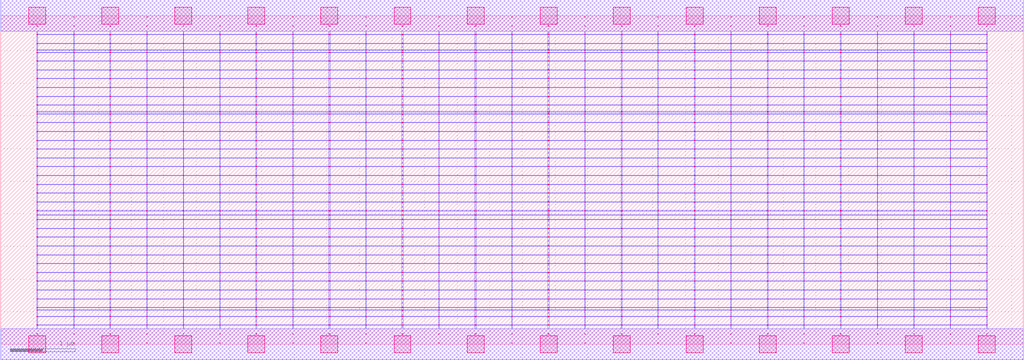
<source format=lef>
MACRO AOOAAOI21321_DEBUG
 CLASS CORE ;
 FOREIGN AOOAAOI21321_DEBUG 0 0 ;
 SIZE 15.68 BY 5.04 ;
 ORIGIN 0 0 ;
 SYMMETRY X Y R90 ;
 SITE unit ;

 OBS
    LAYER polycont ;
     RECT 7.83600000 2.58300000 7.84400000 2.59100000 ;
     RECT 7.83600000 2.71800000 7.84400000 2.72600000 ;
     RECT 7.83600000 2.85300000 7.84400000 2.86100000 ;
     RECT 7.83600000 2.98800000 7.84400000 2.99600000 ;
     RECT 13.43600000 3.79800000 13.44400000 3.80600000 ;
     RECT 13.99600000 3.79800000 14.00400000 3.80600000 ;
     RECT 14.55600000 3.79800000 14.56400000 3.80600000 ;
     RECT 15.11600000 3.79800000 15.12400000 3.80600000 ;
     RECT 13.43600000 3.93300000 13.44400000 3.94100000 ;
     RECT 13.99600000 3.93300000 14.00400000 3.94100000 ;
     RECT 14.55600000 3.93300000 14.56400000 3.94100000 ;
     RECT 15.11600000 3.93300000 15.12400000 3.94100000 ;
     RECT 13.43600000 4.06800000 13.44400000 4.07600000 ;
     RECT 13.99600000 4.06800000 14.00400000 4.07600000 ;
     RECT 14.55600000 4.06800000 14.56400000 4.07600000 ;
     RECT 15.11600000 4.06800000 15.12400000 4.07600000 ;
     RECT 13.43600000 4.20300000 13.44400000 4.21100000 ;
     RECT 13.99600000 4.20300000 14.00400000 4.21100000 ;
     RECT 14.55600000 4.20300000 14.56400000 4.21100000 ;
     RECT 15.11600000 4.20300000 15.12400000 4.21100000 ;
     RECT 13.43600000 4.33800000 13.44400000 4.34600000 ;
     RECT 13.99600000 4.33800000 14.00400000 4.34600000 ;
     RECT 14.55600000 4.33800000 14.56400000 4.34600000 ;
     RECT 15.11600000 4.33800000 15.12400000 4.34600000 ;
     RECT 13.43600000 4.47300000 13.44400000 4.48100000 ;
     RECT 13.99600000 4.47300000 14.00400000 4.48100000 ;
     RECT 14.55600000 4.47300000 14.56400000 4.48100000 ;
     RECT 15.11600000 4.47300000 15.12400000 4.48100000 ;
     RECT 13.43600000 4.51100000 13.44400000 4.51900000 ;
     RECT 13.99600000 4.51100000 14.00400000 4.51900000 ;
     RECT 14.55600000 4.51100000 14.56400000 4.51900000 ;
     RECT 15.11600000 4.51100000 15.12400000 4.51900000 ;
     RECT 13.43600000 4.60800000 13.44400000 4.61600000 ;
     RECT 13.99600000 4.60800000 14.00400000 4.61600000 ;
     RECT 14.55600000 4.60800000 14.56400000 4.61600000 ;
     RECT 15.11600000 4.60800000 15.12400000 4.61600000 ;
     RECT 13.43600000 4.74300000 13.44400000 4.75100000 ;
     RECT 13.99600000 4.74300000 14.00400000 4.75100000 ;
     RECT 14.55600000 4.74300000 14.56400000 4.75100000 ;
     RECT 15.11600000 4.74300000 15.12400000 4.75100000 ;
     RECT 13.43600000 4.87800000 13.44400000 4.88600000 ;
     RECT 13.99600000 4.87800000 14.00400000 4.88600000 ;
     RECT 14.55600000 4.87800000 14.56400000 4.88600000 ;
     RECT 15.11600000 4.87800000 15.12400000 4.88600000 ;
     RECT 11.19600000 2.85300000 11.20400000 2.86100000 ;
     RECT 9.51100000 2.58300000 9.52900000 2.59100000 ;
     RECT 8.39100000 2.98800000 8.40900000 2.99600000 ;
     RECT 8.95600000 2.98800000 8.96400000 2.99600000 ;
     RECT 9.51100000 2.98800000 9.52900000 2.99600000 ;
     RECT 10.07600000 2.98800000 10.08400000 2.99600000 ;
     RECT 10.63100000 2.98800000 10.64900000 2.99600000 ;
     RECT 11.19600000 2.98800000 11.20400000 2.99600000 ;
     RECT 10.07600000 2.58300000 10.08400000 2.59100000 ;
     RECT 10.63100000 2.58300000 10.64900000 2.59100000 ;
     RECT 11.19600000 2.58300000 11.20400000 2.59100000 ;
     RECT 8.39100000 2.58300000 8.40900000 2.59100000 ;
     RECT 8.39100000 2.71800000 8.40900000 2.72600000 ;
     RECT 8.95600000 2.71800000 8.96400000 2.72600000 ;
     RECT 9.51100000 2.71800000 9.52900000 2.72600000 ;
     RECT 10.07600000 2.71800000 10.08400000 2.72600000 ;
     RECT 10.63100000 2.71800000 10.64900000 2.72600000 ;
     RECT 11.19600000 2.71800000 11.20400000 2.72600000 ;
     RECT 8.95600000 2.58300000 8.96400000 2.59100000 ;
     RECT 8.39100000 2.85300000 8.40900000 2.86100000 ;
     RECT 8.95600000 2.85300000 8.96400000 2.86100000 ;
     RECT 9.51100000 2.85300000 9.52900000 2.86100000 ;
     RECT 10.07600000 2.85300000 10.08400000 2.86100000 ;
     RECT 10.63100000 2.85300000 10.64900000 2.86100000 ;
     RECT 13.43600000 3.52800000 13.44400000 3.53600000 ;
     RECT 13.99600000 3.52800000 14.00400000 3.53600000 ;
     RECT 14.55600000 3.52800000 14.56400000 3.53600000 ;
     RECT 15.11600000 3.52800000 15.12400000 3.53600000 ;
     RECT 13.43600000 3.56100000 13.44400000 3.56900000 ;
     RECT 13.99600000 3.56100000 14.00400000 3.56900000 ;
     RECT 14.55600000 3.56100000 14.56400000 3.56900000 ;
     RECT 15.11600000 3.56100000 15.12400000 3.56900000 ;
     RECT 13.43600000 3.66300000 13.44400000 3.67100000 ;
     RECT 13.99600000 3.66300000 14.00400000 3.67100000 ;
     RECT 14.55600000 3.66300000 14.56400000 3.67100000 ;
     RECT 15.11600000 3.66300000 15.12400000 3.67100000 ;
     RECT 11.75100000 2.58300000 11.76900000 2.59100000 ;
     RECT 12.31600000 2.58300000 12.32400000 2.59100000 ;
     RECT 12.87600000 2.58300000 12.88900000 2.59100000 ;
     RECT 13.43600000 2.58300000 13.44400000 2.59100000 ;
     RECT 13.99600000 2.58300000 14.00400000 2.59100000 ;
     RECT 14.55600000 2.58300000 14.56400000 2.59100000 ;
     RECT 15.11600000 2.58300000 15.12400000 2.59100000 ;
     RECT 11.75100000 2.85300000 11.76900000 2.86100000 ;
     RECT 12.31600000 2.85300000 12.32400000 2.86100000 ;
     RECT 12.87600000 2.85300000 12.88900000 2.86100000 ;
     RECT 13.43600000 2.85300000 13.44400000 2.86100000 ;
     RECT 13.99600000 2.85300000 14.00400000 2.86100000 ;
     RECT 14.55600000 2.85300000 14.56400000 2.86100000 ;
     RECT 15.11600000 2.85300000 15.12400000 2.86100000 ;
     RECT 11.75100000 2.71800000 11.76900000 2.72600000 ;
     RECT 12.31600000 2.71800000 12.32400000 2.72600000 ;
     RECT 12.87600000 2.71800000 12.88900000 2.72600000 ;
     RECT 13.43600000 2.71800000 13.44400000 2.72600000 ;
     RECT 13.99600000 2.71800000 14.00400000 2.72600000 ;
     RECT 14.55600000 2.71800000 14.56400000 2.72600000 ;
     RECT 15.11600000 2.71800000 15.12400000 2.72600000 ;
     RECT 11.75100000 2.98800000 11.76900000 2.99600000 ;
     RECT 12.31600000 2.98800000 12.32400000 2.99600000 ;
     RECT 12.87600000 2.98800000 12.88900000 2.99600000 ;
     RECT 13.43600000 2.98800000 13.44400000 2.99600000 ;
     RECT 13.99600000 2.98800000 14.00400000 2.99600000 ;
     RECT 14.55600000 2.98800000 14.56400000 2.99600000 ;
     RECT 15.11600000 2.98800000 15.12400000 2.99600000 ;
     RECT 13.43600000 3.12300000 13.44400000 3.13100000 ;
     RECT 13.99600000 3.12300000 14.00400000 3.13100000 ;
     RECT 14.55600000 3.12300000 14.56400000 3.13100000 ;
     RECT 15.11600000 3.12300000 15.12400000 3.13100000 ;
     RECT 13.43600000 3.25800000 13.44400000 3.26600000 ;
     RECT 13.99600000 3.25800000 14.00400000 3.26600000 ;
     RECT 14.55600000 3.25800000 14.56400000 3.26600000 ;
     RECT 15.11600000 3.25800000 15.12400000 3.26600000 ;
     RECT 13.43600000 3.39300000 13.44400000 3.40100000 ;
     RECT 13.99600000 3.39300000 14.00400000 3.40100000 ;
     RECT 14.55600000 3.39300000 14.56400000 3.40100000 ;
     RECT 15.11600000 3.39300000 15.12400000 3.40100000 ;
     RECT 6.71600000 2.85300000 6.72400000 2.86100000 ;
     RECT 7.27100000 2.85300000 7.28900000 2.86100000 ;
     RECT 1.11600000 2.71800000 1.12400000 2.72600000 ;
     RECT 3.35600000 3.52800000 3.36400000 3.53600000 ;
     RECT 1.67100000 2.71800000 1.68900000 2.72600000 ;
     RECT 2.23600000 2.71800000 2.24400000 2.72600000 ;
     RECT 2.79600000 2.71800000 2.80900000 2.72600000 ;
     RECT 3.35600000 2.71800000 3.36400000 2.72600000 ;
     RECT 3.35600000 3.56100000 3.36400000 3.56900000 ;
     RECT 3.91100000 2.71800000 3.92400000 2.72600000 ;
     RECT 4.47600000 2.71800000 4.48400000 2.72600000 ;
     RECT 5.03100000 2.71800000 5.04900000 2.72600000 ;
     RECT 5.59600000 2.71800000 5.60400000 2.72600000 ;
     RECT 3.35600000 3.66300000 3.36400000 3.67100000 ;
     RECT 6.15100000 2.71800000 6.16900000 2.72600000 ;
     RECT 6.71600000 2.71800000 6.72400000 2.72600000 ;
     RECT 7.27100000 2.71800000 7.28900000 2.72600000 ;
     RECT 1.11600000 2.58300000 1.12400000 2.59100000 ;
     RECT 3.35600000 3.79800000 3.36400000 3.80600000 ;
     RECT 1.67100000 2.58300000 1.68900000 2.59100000 ;
     RECT 0.55100000 2.98800000 0.56400000 2.99600000 ;
     RECT 1.11600000 2.98800000 1.12400000 2.99600000 ;
     RECT 1.67100000 2.98800000 1.68900000 2.99600000 ;
     RECT 3.35600000 3.93300000 3.36400000 3.94100000 ;
     RECT 2.23600000 2.98800000 2.24400000 2.99600000 ;
     RECT 2.79600000 2.98800000 2.80900000 2.99600000 ;
     RECT 3.35600000 2.98800000 3.36400000 2.99600000 ;
     RECT 3.91100000 2.98800000 3.92400000 2.99600000 ;
     RECT 3.35600000 4.06800000 3.36400000 4.07600000 ;
     RECT 4.47600000 2.98800000 4.48400000 2.99600000 ;
     RECT 5.03100000 2.98800000 5.04900000 2.99600000 ;
     RECT 5.59600000 2.98800000 5.60400000 2.99600000 ;
     RECT 6.15100000 2.98800000 6.16900000 2.99600000 ;
     RECT 3.35600000 4.20300000 3.36400000 4.21100000 ;
     RECT 6.71600000 2.98800000 6.72400000 2.99600000 ;
     RECT 7.27100000 2.98800000 7.28900000 2.99600000 ;
     RECT 2.23600000 2.58300000 2.24400000 2.59100000 ;
     RECT 2.79600000 2.58300000 2.80900000 2.59100000 ;
     RECT 3.35600000 4.33800000 3.36400000 4.34600000 ;
     RECT 3.35600000 2.58300000 3.36400000 2.59100000 ;
     RECT 3.91100000 2.58300000 3.92400000 2.59100000 ;
     RECT 4.47600000 2.58300000 4.48400000 2.59100000 ;
     RECT 5.03100000 2.58300000 5.04900000 2.59100000 ;
     RECT 3.35600000 4.47300000 3.36400000 4.48100000 ;
     RECT 5.59600000 2.58300000 5.60400000 2.59100000 ;
     RECT 6.15100000 2.58300000 6.16900000 2.59100000 ;
     RECT 6.71600000 2.58300000 6.72400000 2.59100000 ;
     RECT 7.27100000 2.58300000 7.28900000 2.59100000 ;
     RECT 3.35600000 4.51100000 3.36400000 4.51900000 ;
     RECT 0.55100000 2.58300000 0.56400000 2.59100000 ;
     RECT 0.55100000 2.71800000 0.56400000 2.72600000 ;
     RECT 0.55100000 2.85300000 0.56400000 2.86100000 ;
     RECT 1.11600000 2.85300000 1.12400000 2.86100000 ;
     RECT 3.35600000 4.60800000 3.36400000 4.61600000 ;
     RECT 3.35600000 3.12300000 3.36400000 3.13100000 ;
     RECT 1.67100000 2.85300000 1.68900000 2.86100000 ;
     RECT 2.23600000 2.85300000 2.24400000 2.86100000 ;
     RECT 2.79600000 2.85300000 2.80900000 2.86100000 ;
     RECT 3.35600000 4.74300000 3.36400000 4.75100000 ;
     RECT 3.35600000 2.85300000 3.36400000 2.86100000 ;
     RECT 3.35600000 3.25800000 3.36400000 3.26600000 ;
     RECT 3.91100000 2.85300000 3.92400000 2.86100000 ;
     RECT 4.47600000 2.85300000 4.48400000 2.86100000 ;
     RECT 3.35600000 4.87800000 3.36400000 4.88600000 ;
     RECT 5.03100000 2.85300000 5.04900000 2.86100000 ;
     RECT 5.59600000 2.85300000 5.60400000 2.86100000 ;
     RECT 3.35600000 3.39300000 3.36400000 3.40100000 ;
     RECT 6.15100000 2.85300000 6.16900000 2.86100000 ;
     RECT 3.35600000 1.90800000 3.36400000 1.91600000 ;
     RECT 6.71600000 1.90800000 6.72400000 1.91600000 ;
     RECT 3.35600000 1.98100000 3.36400000 1.98900000 ;
     RECT 6.71600000 1.98100000 6.72400000 1.98900000 ;
     RECT 3.35600000 2.04300000 3.36400000 2.05100000 ;
     RECT 6.71600000 2.04300000 6.72400000 2.05100000 ;
     RECT 3.35600000 2.17800000 3.36400000 2.18600000 ;
     RECT 6.71600000 2.17800000 6.72400000 2.18600000 ;
     RECT 3.35600000 2.31300000 3.36400000 2.32100000 ;
     RECT 6.71600000 2.31300000 6.72400000 2.32100000 ;
     RECT 3.35600000 2.44800000 3.36400000 2.45600000 ;
     RECT 6.71600000 2.44800000 6.72400000 2.45600000 ;
     RECT 3.35600000 0.15300000 3.36400000 0.16100000 ;
     RECT 6.71600000 0.15300000 6.72400000 0.16100000 ;
     RECT 3.35600000 0.28800000 3.36400000 0.29600000 ;
     RECT 6.71600000 0.28800000 6.72400000 0.29600000 ;
     RECT 3.35600000 0.42300000 3.36400000 0.43100000 ;
     RECT 6.71600000 0.42300000 6.72400000 0.43100000 ;
     RECT 3.35600000 0.52100000 3.36400000 0.52900000 ;
     RECT 6.71600000 0.52100000 6.72400000 0.52900000 ;
     RECT 3.35600000 0.55800000 3.36400000 0.56600000 ;
     RECT 6.71600000 0.55800000 6.72400000 0.56600000 ;
     RECT 3.35600000 0.69300000 3.36400000 0.70100000 ;
     RECT 6.71600000 0.69300000 6.72400000 0.70100000 ;
     RECT 3.35600000 0.82800000 3.36400000 0.83600000 ;
     RECT 6.71600000 0.82800000 6.72400000 0.83600000 ;
     RECT 3.35600000 0.96300000 3.36400000 0.97100000 ;
     RECT 6.71600000 0.96300000 6.72400000 0.97100000 ;
     RECT 3.35600000 1.09800000 3.36400000 1.10600000 ;
     RECT 6.71600000 1.09800000 6.72400000 1.10600000 ;
     RECT 3.35600000 1.23300000 3.36400000 1.24100000 ;
     RECT 6.71600000 1.23300000 6.72400000 1.24100000 ;
     RECT 3.35600000 1.36800000 3.36400000 1.37600000 ;
     RECT 6.71600000 1.36800000 6.72400000 1.37600000 ;
     RECT 3.35600000 1.50300000 3.36400000 1.51100000 ;
     RECT 6.71600000 1.50300000 6.72400000 1.51100000 ;
     RECT 3.35600000 1.63800000 3.36400000 1.64600000 ;
     RECT 6.71600000 1.63800000 6.72400000 1.64600000 ;
     RECT 3.35600000 1.77300000 3.36400000 1.78100000 ;
     RECT 6.71600000 1.77300000 6.72400000 1.78100000 ;
     RECT 12.31600000 1.36800000 12.32400000 1.37600000 ;
     RECT 12.31600000 0.28800000 12.32400000 0.29600000 ;
     RECT 12.31600000 2.04300000 12.32400000 2.05100000 ;
     RECT 12.31600000 0.96300000 12.32400000 0.97100000 ;
     RECT 12.31600000 1.50300000 12.32400000 1.51100000 ;
     RECT 12.31600000 2.17800000 12.32400000 2.18600000 ;
     RECT 12.31600000 0.52100000 12.32400000 0.52900000 ;
     RECT 12.31600000 0.69300000 12.32400000 0.70100000 ;
     RECT 12.31600000 2.31300000 12.32400000 2.32100000 ;
     RECT 12.31600000 1.63800000 12.32400000 1.64600000 ;
     RECT 12.31600000 1.09800000 12.32400000 1.10600000 ;
     RECT 12.31600000 2.44800000 12.32400000 2.45600000 ;
     RECT 12.31600000 0.42300000 12.32400000 0.43100000 ;
     RECT 12.31600000 1.77300000 12.32400000 1.78100000 ;
     RECT 12.31600000 0.15300000 12.32400000 0.16100000 ;
     RECT 12.31600000 1.23300000 12.32400000 1.24100000 ;
     RECT 12.31600000 1.90800000 12.32400000 1.91600000 ;
     RECT 12.31600000 0.82800000 12.32400000 0.83600000 ;
     RECT 12.31600000 0.55800000 12.32400000 0.56600000 ;
     RECT 12.31600000 1.98100000 12.32400000 1.98900000 ;

    LAYER pdiffc ;
     RECT 0.55100000 3.39300000 0.55900000 3.40100000 ;
     RECT 2.80100000 3.39300000 2.80900000 3.40100000 ;
     RECT 3.91100000 3.39300000 3.91900000 3.40100000 ;
     RECT 12.88100000 3.39300000 12.88900000 3.40100000 ;
     RECT 0.55100000 3.52800000 0.55900000 3.53600000 ;
     RECT 2.80100000 3.52800000 2.80900000 3.53600000 ;
     RECT 3.91100000 3.52800000 3.91900000 3.53600000 ;
     RECT 12.88100000 3.52800000 12.88900000 3.53600000 ;
     RECT 0.55100000 3.56100000 0.55900000 3.56900000 ;
     RECT 2.80100000 3.56100000 2.80900000 3.56900000 ;
     RECT 3.91100000 3.56100000 3.91900000 3.56900000 ;
     RECT 12.88100000 3.56100000 12.88900000 3.56900000 ;
     RECT 0.55100000 3.66300000 0.55900000 3.67100000 ;
     RECT 2.80100000 3.66300000 2.80900000 3.67100000 ;
     RECT 3.91100000 3.66300000 3.91900000 3.67100000 ;
     RECT 12.88100000 3.66300000 12.88900000 3.67100000 ;
     RECT 0.55100000 3.79800000 0.55900000 3.80600000 ;
     RECT 2.80100000 3.79800000 2.80900000 3.80600000 ;
     RECT 3.91100000 3.79800000 3.91900000 3.80600000 ;
     RECT 12.88100000 3.79800000 12.88900000 3.80600000 ;
     RECT 0.55100000 3.93300000 0.55900000 3.94100000 ;
     RECT 2.80100000 3.93300000 2.80900000 3.94100000 ;
     RECT 3.91100000 3.93300000 3.91900000 3.94100000 ;
     RECT 12.88100000 3.93300000 12.88900000 3.94100000 ;
     RECT 0.55100000 4.06800000 0.55900000 4.07600000 ;
     RECT 2.80100000 4.06800000 2.80900000 4.07600000 ;
     RECT 3.91100000 4.06800000 3.91900000 4.07600000 ;
     RECT 12.88100000 4.06800000 12.88900000 4.07600000 ;
     RECT 0.55100000 4.20300000 0.55900000 4.21100000 ;
     RECT 2.80100000 4.20300000 2.80900000 4.21100000 ;
     RECT 3.91100000 4.20300000 3.91900000 4.21100000 ;
     RECT 12.88100000 4.20300000 12.88900000 4.21100000 ;
     RECT 0.55100000 4.33800000 0.55900000 4.34600000 ;
     RECT 2.80100000 4.33800000 2.80900000 4.34600000 ;
     RECT 3.91100000 4.33800000 3.91900000 4.34600000 ;
     RECT 12.88100000 4.33800000 12.88900000 4.34600000 ;
     RECT 0.55100000 4.47300000 0.55900000 4.48100000 ;
     RECT 2.80100000 4.47300000 2.80900000 4.48100000 ;
     RECT 3.91100000 4.47300000 3.91900000 4.48100000 ;
     RECT 12.88100000 4.47300000 12.88900000 4.48100000 ;
     RECT 0.55100000 4.51100000 0.55900000 4.51900000 ;
     RECT 2.80100000 4.51100000 2.80900000 4.51900000 ;
     RECT 3.91100000 4.51100000 3.91900000 4.51900000 ;
     RECT 12.88100000 4.51100000 12.88900000 4.51900000 ;
     RECT 0.55100000 4.60800000 0.55900000 4.61600000 ;
     RECT 2.80100000 4.60800000 2.80900000 4.61600000 ;
     RECT 3.91100000 4.60800000 3.91900000 4.61600000 ;
     RECT 12.88100000 4.60800000 12.88900000 4.61600000 ;

    LAYER ndiffc ;
     RECT 11.75100000 0.42300000 11.76900000 0.43100000 ;
     RECT 12.87600000 0.42300000 12.88900000 0.43100000 ;
     RECT 13.99600000 0.42300000 14.00400000 0.43100000 ;
     RECT 15.11600000 0.42300000 15.12400000 0.43100000 ;
     RECT 11.75100000 0.52100000 11.76900000 0.52900000 ;
     RECT 12.87600000 0.52100000 12.88900000 0.52900000 ;
     RECT 13.99600000 0.52100000 14.00400000 0.52900000 ;
     RECT 15.11600000 0.52100000 15.12400000 0.52900000 ;
     RECT 11.75100000 0.55800000 11.76900000 0.56600000 ;
     RECT 12.87600000 0.55800000 12.88900000 0.56600000 ;
     RECT 13.99600000 0.55800000 14.00400000 0.56600000 ;
     RECT 15.11600000 0.55800000 15.12400000 0.56600000 ;
     RECT 11.75100000 0.69300000 11.76900000 0.70100000 ;
     RECT 12.87600000 0.69300000 12.88900000 0.70100000 ;
     RECT 13.99600000 0.69300000 14.00400000 0.70100000 ;
     RECT 15.11600000 0.69300000 15.12400000 0.70100000 ;
     RECT 11.75100000 0.82800000 11.76900000 0.83600000 ;
     RECT 12.87600000 0.82800000 12.88900000 0.83600000 ;
     RECT 13.99600000 0.82800000 14.00400000 0.83600000 ;
     RECT 15.11600000 0.82800000 15.12400000 0.83600000 ;
     RECT 11.75100000 0.96300000 11.76900000 0.97100000 ;
     RECT 12.87600000 0.96300000 12.88900000 0.97100000 ;
     RECT 13.99600000 0.96300000 14.00400000 0.97100000 ;
     RECT 15.11600000 0.96300000 15.12400000 0.97100000 ;
     RECT 11.75100000 1.09800000 11.76900000 1.10600000 ;
     RECT 12.87600000 1.09800000 12.88900000 1.10600000 ;
     RECT 13.99600000 1.09800000 14.00400000 1.10600000 ;
     RECT 15.11600000 1.09800000 15.12400000 1.10600000 ;
     RECT 11.75100000 1.23300000 11.76900000 1.24100000 ;
     RECT 12.87600000 1.23300000 12.88900000 1.24100000 ;
     RECT 13.99600000 1.23300000 14.00400000 1.24100000 ;
     RECT 15.11600000 1.23300000 15.12400000 1.24100000 ;
     RECT 11.75100000 1.36800000 11.76900000 1.37600000 ;
     RECT 12.87600000 1.36800000 12.88900000 1.37600000 ;
     RECT 13.99600000 1.36800000 14.00400000 1.37600000 ;
     RECT 15.11600000 1.36800000 15.12400000 1.37600000 ;
     RECT 11.75100000 1.50300000 11.76900000 1.51100000 ;
     RECT 12.87600000 1.50300000 12.88900000 1.51100000 ;
     RECT 13.99600000 1.50300000 14.00400000 1.51100000 ;
     RECT 15.11600000 1.50300000 15.12400000 1.51100000 ;
     RECT 11.75100000 1.63800000 11.76900000 1.64600000 ;
     RECT 12.87600000 1.63800000 12.88900000 1.64600000 ;
     RECT 13.99600000 1.63800000 14.00400000 1.64600000 ;
     RECT 15.11600000 1.63800000 15.12400000 1.64600000 ;
     RECT 11.75100000 1.77300000 11.76900000 1.78100000 ;
     RECT 12.87600000 1.77300000 12.88900000 1.78100000 ;
     RECT 13.99600000 1.77300000 14.00400000 1.78100000 ;
     RECT 15.11600000 1.77300000 15.12400000 1.78100000 ;
     RECT 11.75100000 1.90800000 11.76900000 1.91600000 ;
     RECT 12.87600000 1.90800000 12.88900000 1.91600000 ;
     RECT 13.99600000 1.90800000 14.00400000 1.91600000 ;
     RECT 15.11600000 1.90800000 15.12400000 1.91600000 ;
     RECT 11.75100000 1.98100000 11.76900000 1.98900000 ;
     RECT 12.87600000 1.98100000 12.88900000 1.98900000 ;
     RECT 13.99600000 1.98100000 14.00400000 1.98900000 ;
     RECT 15.11600000 1.98100000 15.12400000 1.98900000 ;
     RECT 11.75100000 2.04300000 11.76900000 2.05100000 ;
     RECT 12.87600000 2.04300000 12.88900000 2.05100000 ;
     RECT 13.99600000 2.04300000 14.00400000 2.05100000 ;
     RECT 15.11600000 2.04300000 15.12400000 2.05100000 ;
     RECT 10.63100000 0.52100000 10.64900000 0.52900000 ;
     RECT 9.51100000 0.42300000 9.52900000 0.43100000 ;
     RECT 8.39100000 0.96300000 8.40900000 0.97100000 ;
     RECT 8.39100000 1.50300000 8.40900000 1.51100000 ;
     RECT 9.51100000 1.50300000 9.52900000 1.51100000 ;
     RECT 10.63100000 1.50300000 10.64900000 1.51100000 ;
     RECT 9.51100000 0.96300000 9.52900000 0.97100000 ;
     RECT 10.63100000 0.96300000 10.64900000 0.97100000 ;
     RECT 10.63100000 0.42300000 10.64900000 0.43100000 ;
     RECT 8.39100000 0.69300000 8.40900000 0.70100000 ;
     RECT 8.39100000 1.63800000 8.40900000 1.64600000 ;
     RECT 9.51100000 1.63800000 9.52900000 1.64600000 ;
     RECT 10.63100000 1.63800000 10.64900000 1.64600000 ;
     RECT 9.51100000 0.69300000 9.52900000 0.70100000 ;
     RECT 10.63100000 0.69300000 10.64900000 0.70100000 ;
     RECT 8.39100000 1.09800000 8.40900000 1.10600000 ;
     RECT 9.51100000 1.09800000 9.52900000 1.10600000 ;
     RECT 8.39100000 1.77300000 8.40900000 1.78100000 ;
     RECT 9.51100000 1.77300000 9.52900000 1.78100000 ;
     RECT 10.63100000 1.77300000 10.64900000 1.78100000 ;
     RECT 10.63100000 1.09800000 10.64900000 1.10600000 ;
     RECT 8.39100000 0.42300000 8.40900000 0.43100000 ;
     RECT 8.39100000 0.52100000 8.40900000 0.52900000 ;
     RECT 8.39100000 0.55800000 8.40900000 0.56600000 ;
     RECT 8.39100000 1.90800000 8.40900000 1.91600000 ;
     RECT 9.51100000 1.90800000 9.52900000 1.91600000 ;
     RECT 10.63100000 1.90800000 10.64900000 1.91600000 ;
     RECT 9.51100000 0.55800000 9.52900000 0.56600000 ;
     RECT 8.39100000 1.23300000 8.40900000 1.24100000 ;
     RECT 9.51100000 1.23300000 9.52900000 1.24100000 ;
     RECT 10.63100000 1.23300000 10.64900000 1.24100000 ;
     RECT 8.39100000 1.98100000 8.40900000 1.98900000 ;
     RECT 9.51100000 1.98100000 9.52900000 1.98900000 ;
     RECT 10.63100000 1.98100000 10.64900000 1.98900000 ;
     RECT 8.39100000 0.82800000 8.40900000 0.83600000 ;
     RECT 9.51100000 0.82800000 9.52900000 0.83600000 ;
     RECT 10.63100000 0.82800000 10.64900000 0.83600000 ;
     RECT 10.63100000 0.55800000 10.64900000 0.56600000 ;
     RECT 8.39100000 2.04300000 8.40900000 2.05100000 ;
     RECT 9.51100000 2.04300000 9.52900000 2.05100000 ;
     RECT 10.63100000 2.04300000 10.64900000 2.05100000 ;
     RECT 8.39100000 1.36800000 8.40900000 1.37600000 ;
     RECT 9.51100000 1.36800000 9.52900000 1.37600000 ;
     RECT 10.63100000 1.36800000 10.64900000 1.37600000 ;
     RECT 9.51100000 0.52100000 9.52900000 0.52900000 ;
     RECT 5.03100000 0.42300000 5.04900000 0.43100000 ;
     RECT 6.15100000 0.42300000 6.16900000 0.43100000 ;
     RECT 7.27100000 0.42300000 7.28900000 0.43100000 ;
     RECT 5.03100000 1.36800000 5.04900000 1.37600000 ;
     RECT 6.15100000 1.36800000 6.16900000 1.37600000 ;
     RECT 7.27100000 1.36800000 7.28900000 1.37600000 ;
     RECT 5.03100000 0.82800000 5.04900000 0.83600000 ;
     RECT 6.15100000 0.82800000 6.16900000 0.83600000 ;
     RECT 7.27100000 0.82800000 7.28900000 0.83600000 ;
     RECT 5.03100000 1.50300000 5.04900000 1.51100000 ;
     RECT 6.15100000 1.50300000 6.16900000 1.51100000 ;
     RECT 7.27100000 1.50300000 7.28900000 1.51100000 ;
     RECT 5.03100000 0.55800000 5.04900000 0.56600000 ;
     RECT 6.15100000 0.55800000 6.16900000 0.56600000 ;
     RECT 7.27100000 0.55800000 7.28900000 0.56600000 ;
     RECT 5.03100000 1.63800000 5.04900000 1.64600000 ;
     RECT 6.15100000 1.63800000 6.16900000 1.64600000 ;
     RECT 7.27100000 1.63800000 7.28900000 1.64600000 ;
     RECT 5.03100000 0.96300000 5.04900000 0.97100000 ;
     RECT 6.15100000 0.96300000 6.16900000 0.97100000 ;
     RECT 7.27100000 0.96300000 7.28900000 0.97100000 ;
     RECT 5.03100000 1.77300000 5.04900000 1.78100000 ;
     RECT 6.15100000 1.77300000 6.16900000 1.78100000 ;
     RECT 7.27100000 1.77300000 7.28900000 1.78100000 ;
     RECT 5.03100000 0.52100000 5.04900000 0.52900000 ;
     RECT 6.15100000 0.52100000 6.16900000 0.52900000 ;
     RECT 7.27100000 0.52100000 7.28900000 0.52900000 ;
     RECT 5.03100000 1.90800000 5.04900000 1.91600000 ;
     RECT 6.15100000 1.90800000 6.16900000 1.91600000 ;
     RECT 7.27100000 1.90800000 7.28900000 1.91600000 ;
     RECT 5.03100000 1.09800000 5.04900000 1.10600000 ;
     RECT 6.15100000 1.09800000 6.16900000 1.10600000 ;
     RECT 7.27100000 1.09800000 7.28900000 1.10600000 ;
     RECT 5.03100000 1.98100000 5.04900000 1.98900000 ;
     RECT 6.15100000 1.98100000 6.16900000 1.98900000 ;
     RECT 7.27100000 1.98100000 7.28900000 1.98900000 ;
     RECT 5.03100000 0.69300000 5.04900000 0.70100000 ;
     RECT 6.15100000 0.69300000 6.16900000 0.70100000 ;
     RECT 7.27100000 0.69300000 7.28900000 0.70100000 ;
     RECT 5.03100000 2.04300000 5.04900000 2.05100000 ;
     RECT 6.15100000 2.04300000 6.16900000 2.05100000 ;
     RECT 7.27100000 2.04300000 7.28900000 2.05100000 ;
     RECT 5.03100000 1.23300000 5.04900000 1.24100000 ;
     RECT 6.15100000 1.23300000 6.16900000 1.24100000 ;
     RECT 7.27100000 1.23300000 7.28900000 1.24100000 ;
     RECT 3.91100000 0.96300000 3.92400000 0.97100000 ;
     RECT 2.79600000 0.42300000 2.80900000 0.43100000 ;
     RECT 0.55100000 1.36800000 0.56400000 1.37600000 ;
     RECT 1.67100000 1.36800000 1.68900000 1.37600000 ;
     RECT 0.55100000 1.77300000 0.56400000 1.78100000 ;
     RECT 1.67100000 1.77300000 1.68900000 1.78100000 ;
     RECT 2.79600000 1.77300000 2.80900000 1.78100000 ;
     RECT 3.91100000 1.77300000 3.92400000 1.78100000 ;
     RECT 0.55100000 1.50300000 0.56400000 1.51100000 ;
     RECT 1.67100000 1.50300000 1.68900000 1.51100000 ;
     RECT 2.79600000 1.50300000 2.80900000 1.51100000 ;
     RECT 0.55100000 0.52100000 0.56400000 0.52900000 ;
     RECT 1.67100000 0.52100000 1.68900000 0.52900000 ;
     RECT 2.79600000 0.52100000 2.80900000 0.52900000 ;
     RECT 3.91100000 0.52100000 3.92400000 0.52900000 ;
     RECT 3.91100000 1.50300000 3.92400000 1.51100000 ;
     RECT 2.79600000 1.36800000 2.80900000 1.37600000 ;
     RECT 3.91100000 1.36800000 3.92400000 1.37600000 ;
     RECT 0.55100000 1.90800000 0.56400000 1.91600000 ;
     RECT 1.67100000 1.90800000 1.68900000 1.91600000 ;
     RECT 2.79600000 1.90800000 2.80900000 1.91600000 ;
     RECT 3.91100000 1.90800000 3.92400000 1.91600000 ;
     RECT 3.91100000 0.42300000 3.92400000 0.43100000 ;
     RECT 0.55100000 0.55800000 0.56400000 0.56600000 ;
     RECT 1.67100000 0.55800000 1.68900000 0.56600000 ;
     RECT 0.55100000 1.09800000 0.56400000 1.10600000 ;
     RECT 1.67100000 1.09800000 1.68900000 1.10600000 ;
     RECT 2.79600000 1.09800000 2.80900000 1.10600000 ;
     RECT 3.91100000 1.09800000 3.92400000 1.10600000 ;
     RECT 2.79600000 0.55800000 2.80900000 0.56600000 ;
     RECT 3.91100000 0.55800000 3.92400000 0.56600000 ;
     RECT 0.55100000 0.42300000 0.56400000 0.43100000 ;
     RECT 0.55100000 1.98100000 0.56400000 1.98900000 ;
     RECT 1.67100000 1.98100000 1.68900000 1.98900000 ;
     RECT 2.79600000 1.98100000 2.80900000 1.98900000 ;
     RECT 3.91100000 1.98100000 3.92400000 1.98900000 ;
     RECT 1.67100000 0.42300000 1.68900000 0.43100000 ;
     RECT 0.55100000 0.82800000 0.56400000 0.83600000 ;
     RECT 0.55100000 1.63800000 0.56400000 1.64600000 ;
     RECT 0.55100000 0.69300000 0.56400000 0.70100000 ;
     RECT 1.67100000 0.69300000 1.68900000 0.70100000 ;
     RECT 2.79600000 0.69300000 2.80900000 0.70100000 ;
     RECT 3.91100000 0.69300000 3.92400000 0.70100000 ;
     RECT 1.67100000 1.63800000 1.68900000 1.64600000 ;
     RECT 2.79600000 1.63800000 2.80900000 1.64600000 ;
     RECT 3.91100000 1.63800000 3.92400000 1.64600000 ;
     RECT 0.55100000 2.04300000 0.56400000 2.05100000 ;
     RECT 1.67100000 2.04300000 1.68900000 2.05100000 ;
     RECT 2.79600000 2.04300000 2.80900000 2.05100000 ;
     RECT 3.91100000 2.04300000 3.92400000 2.05100000 ;
     RECT 1.67100000 0.82800000 1.68900000 0.83600000 ;
     RECT 2.79600000 0.82800000 2.80900000 0.83600000 ;
     RECT 3.91100000 0.82800000 3.92400000 0.83600000 ;
     RECT 0.55100000 1.23300000 0.56400000 1.24100000 ;
     RECT 1.67100000 1.23300000 1.68900000 1.24100000 ;
     RECT 2.79600000 1.23300000 2.80900000 1.24100000 ;
     RECT 3.91100000 1.23300000 3.92400000 1.24100000 ;
     RECT 0.55100000 0.96300000 0.56400000 0.97100000 ;
     RECT 1.67100000 0.96300000 1.68900000 0.97100000 ;
     RECT 2.79600000 0.96300000 2.80900000 0.97100000 ;

    LAYER met1 ;
     RECT 0.00000000 -0.24000000 15.68000000 0.24000000 ;
     RECT 7.83600000 0.24000000 7.84400000 0.28800000 ;
     RECT 0.55100000 0.28800000 15.12400000 0.29600000 ;
     RECT 7.83600000 0.29600000 7.84400000 0.42300000 ;
     RECT 0.55100000 0.42300000 15.12400000 0.43100000 ;
     RECT 7.83600000 0.43100000 7.84400000 0.52100000 ;
     RECT 0.55100000 0.52100000 15.12400000 0.52900000 ;
     RECT 7.83600000 0.52900000 7.84400000 0.55800000 ;
     RECT 0.55100000 0.55800000 15.12400000 0.56600000 ;
     RECT 7.83600000 0.56600000 7.84400000 0.69300000 ;
     RECT 0.55100000 0.69300000 15.12400000 0.70100000 ;
     RECT 7.83600000 0.70100000 7.84400000 0.82800000 ;
     RECT 0.55100000 0.82800000 15.12400000 0.83600000 ;
     RECT 7.83600000 0.83600000 7.84400000 0.96300000 ;
     RECT 0.55100000 0.96300000 15.12400000 0.97100000 ;
     RECT 7.83600000 0.97100000 7.84400000 1.09800000 ;
     RECT 0.55100000 1.09800000 15.12400000 1.10600000 ;
     RECT 7.83600000 1.10600000 7.84400000 1.23300000 ;
     RECT 0.55100000 1.23300000 15.12400000 1.24100000 ;
     RECT 7.83600000 1.24100000 7.84400000 1.36800000 ;
     RECT 0.55100000 1.36800000 15.12400000 1.37600000 ;
     RECT 7.83600000 1.37600000 7.84400000 1.50300000 ;
     RECT 0.55100000 1.50300000 15.12400000 1.51100000 ;
     RECT 7.83600000 1.51100000 7.84400000 1.63800000 ;
     RECT 0.55100000 1.63800000 15.12400000 1.64600000 ;
     RECT 7.83600000 1.64600000 7.84400000 1.77300000 ;
     RECT 0.55100000 1.77300000 15.12400000 1.78100000 ;
     RECT 7.83600000 1.78100000 7.84400000 1.90800000 ;
     RECT 0.55100000 1.90800000 15.12400000 1.91600000 ;
     RECT 7.83600000 1.91600000 7.84400000 1.98100000 ;
     RECT 0.55100000 1.98100000 15.12400000 1.98900000 ;
     RECT 7.83600000 1.98900000 7.84400000 2.04300000 ;
     RECT 0.55100000 2.04300000 15.12400000 2.05100000 ;
     RECT 7.83600000 2.05100000 7.84400000 2.17800000 ;
     RECT 0.55100000 2.17800000 15.12400000 2.18600000 ;
     RECT 7.83600000 2.18600000 7.84400000 2.31300000 ;
     RECT 0.55100000 2.31300000 15.12400000 2.32100000 ;
     RECT 7.83600000 2.32100000 7.84400000 2.44800000 ;
     RECT 0.55100000 2.44800000 15.12400000 2.45600000 ;
     RECT 0.55100000 2.45600000 0.56400000 2.58300000 ;
     RECT 1.11600000 2.45600000 1.12400000 2.58300000 ;
     RECT 1.67100000 2.45600000 1.68900000 2.58300000 ;
     RECT 2.23600000 2.45600000 2.24400000 2.58300000 ;
     RECT 2.79600000 2.45600000 2.80900000 2.58300000 ;
     RECT 3.35600000 2.45600000 3.36400000 2.58300000 ;
     RECT 3.91100000 2.45600000 3.92400000 2.58300000 ;
     RECT 4.47600000 2.45600000 4.48400000 2.58300000 ;
     RECT 5.03100000 2.45600000 5.04900000 2.58300000 ;
     RECT 5.59600000 2.45600000 5.60400000 2.58300000 ;
     RECT 6.15100000 2.45600000 6.16900000 2.58300000 ;
     RECT 6.71600000 2.45600000 6.72400000 2.58300000 ;
     RECT 7.27100000 2.45600000 7.28900000 2.58300000 ;
     RECT 7.83600000 2.45600000 7.84400000 2.58300000 ;
     RECT 8.39100000 2.45600000 8.40900000 2.58300000 ;
     RECT 8.95600000 2.45600000 8.96400000 2.58300000 ;
     RECT 9.51100000 2.45600000 9.52900000 2.58300000 ;
     RECT 10.07600000 2.45600000 10.08400000 2.58300000 ;
     RECT 10.63100000 2.45600000 10.64900000 2.58300000 ;
     RECT 11.19600000 2.45600000 11.20400000 2.58300000 ;
     RECT 11.75100000 2.45600000 11.76900000 2.58300000 ;
     RECT 12.31600000 2.45600000 12.32400000 2.58300000 ;
     RECT 12.87600000 2.45600000 12.88900000 2.58300000 ;
     RECT 13.43600000 2.45600000 13.44400000 2.58300000 ;
     RECT 13.99600000 2.45600000 14.00400000 2.58300000 ;
     RECT 14.55600000 2.45600000 14.56400000 2.58300000 ;
     RECT 15.11600000 2.45600000 15.12400000 2.58300000 ;
     RECT 0.55100000 2.58300000 15.12400000 2.59100000 ;
     RECT 7.83600000 2.59100000 7.84400000 2.71800000 ;
     RECT 0.55100000 2.71800000 15.12400000 2.72600000 ;
     RECT 7.83600000 2.72600000 7.84400000 2.85300000 ;
     RECT 0.55100000 2.85300000 15.12400000 2.86100000 ;
     RECT 7.83600000 2.86100000 7.84400000 2.98800000 ;
     RECT 0.55100000 2.98800000 15.12400000 2.99600000 ;
     RECT 7.83600000 2.99600000 7.84400000 3.12300000 ;
     RECT 0.55100000 3.12300000 15.12400000 3.13100000 ;
     RECT 7.83600000 3.13100000 7.84400000 3.25800000 ;
     RECT 0.55100000 3.25800000 15.12400000 3.26600000 ;
     RECT 7.83600000 3.26600000 7.84400000 3.39300000 ;
     RECT 0.55100000 3.39300000 15.12400000 3.40100000 ;
     RECT 7.83600000 3.40100000 7.84400000 3.52800000 ;
     RECT 0.55100000 3.52800000 15.12400000 3.53600000 ;
     RECT 7.83600000 3.53600000 7.84400000 3.56100000 ;
     RECT 0.55100000 3.56100000 15.12400000 3.56900000 ;
     RECT 7.83600000 3.56900000 7.84400000 3.66300000 ;
     RECT 0.55100000 3.66300000 15.12400000 3.67100000 ;
     RECT 7.83600000 3.67100000 7.84400000 3.79800000 ;
     RECT 0.55100000 3.79800000 15.12400000 3.80600000 ;
     RECT 7.83600000 3.80600000 7.84400000 3.93300000 ;
     RECT 0.55100000 3.93300000 15.12400000 3.94100000 ;
     RECT 7.83600000 3.94100000 7.84400000 4.06800000 ;
     RECT 0.55100000 4.06800000 15.12400000 4.07600000 ;
     RECT 7.83600000 4.07600000 7.84400000 4.20300000 ;
     RECT 0.55100000 4.20300000 15.12400000 4.21100000 ;
     RECT 7.83600000 4.21100000 7.84400000 4.33800000 ;
     RECT 0.55100000 4.33800000 15.12400000 4.34600000 ;
     RECT 7.83600000 4.34600000 7.84400000 4.47300000 ;
     RECT 0.55100000 4.47300000 15.12400000 4.48100000 ;
     RECT 7.83600000 4.48100000 7.84400000 4.51100000 ;
     RECT 0.55100000 4.51100000 15.12400000 4.51900000 ;
     RECT 7.83600000 4.51900000 7.84400000 4.60800000 ;
     RECT 0.55100000 4.60800000 15.12400000 4.61600000 ;
     RECT 7.83600000 4.61600000 7.84400000 4.74300000 ;
     RECT 0.55100000 4.74300000 15.12400000 4.75100000 ;
     RECT 7.83600000 4.75100000 7.84400000 4.80000000 ;
     RECT 0.00000000 4.80000000 15.68000000 5.28000000 ;
     RECT 11.75100000 2.99600000 11.76900000 3.12300000 ;
     RECT 11.75100000 2.59100000 11.76900000 2.71800000 ;
     RECT 11.75100000 3.13100000 11.76900000 3.25800000 ;
     RECT 11.75100000 3.26600000 11.76900000 3.39300000 ;
     RECT 11.75100000 3.40100000 11.76900000 3.52800000 ;
     RECT 11.75100000 3.53600000 11.76900000 3.56100000 ;
     RECT 11.75100000 3.56900000 11.76900000 3.66300000 ;
     RECT 11.75100000 3.67100000 11.76900000 3.79800000 ;
     RECT 8.39100000 3.80600000 8.40900000 3.93300000 ;
     RECT 8.95600000 3.80600000 8.96400000 3.93300000 ;
     RECT 9.51100000 3.80600000 9.52900000 3.93300000 ;
     RECT 10.07600000 3.80600000 10.08400000 3.93300000 ;
     RECT 10.63100000 3.80600000 10.64900000 3.93300000 ;
     RECT 11.19600000 3.80600000 11.20400000 3.93300000 ;
     RECT 11.75100000 3.80600000 11.76900000 3.93300000 ;
     RECT 12.31600000 3.80600000 12.32400000 3.93300000 ;
     RECT 12.87600000 3.80600000 12.88900000 3.93300000 ;
     RECT 13.43600000 3.80600000 13.44400000 3.93300000 ;
     RECT 13.99600000 3.80600000 14.00400000 3.93300000 ;
     RECT 14.55600000 3.80600000 14.56400000 3.93300000 ;
     RECT 15.11600000 3.80600000 15.12400000 3.93300000 ;
     RECT 11.75100000 2.72600000 11.76900000 2.85300000 ;
     RECT 11.75100000 3.94100000 11.76900000 4.06800000 ;
     RECT 11.75100000 4.07600000 11.76900000 4.20300000 ;
     RECT 11.75100000 4.21100000 11.76900000 4.33800000 ;
     RECT 11.75100000 4.34600000 11.76900000 4.47300000 ;
     RECT 11.75100000 4.48100000 11.76900000 4.51100000 ;
     RECT 11.75100000 4.51900000 11.76900000 4.60800000 ;
     RECT 11.75100000 4.61600000 11.76900000 4.74300000 ;
     RECT 11.75100000 4.75100000 11.76900000 4.80000000 ;
     RECT 11.75100000 2.86100000 11.76900000 2.98800000 ;
     RECT 12.87600000 4.07600000 12.88900000 4.20300000 ;
     RECT 13.43600000 4.07600000 13.44400000 4.20300000 ;
     RECT 13.99600000 4.07600000 14.00400000 4.20300000 ;
     RECT 14.55600000 4.07600000 14.56400000 4.20300000 ;
     RECT 15.11600000 4.07600000 15.12400000 4.20300000 ;
     RECT 12.87600000 3.94100000 12.88900000 4.06800000 ;
     RECT 12.31600000 4.21100000 12.32400000 4.33800000 ;
     RECT 12.87600000 4.21100000 12.88900000 4.33800000 ;
     RECT 13.43600000 4.21100000 13.44400000 4.33800000 ;
     RECT 13.99600000 4.21100000 14.00400000 4.33800000 ;
     RECT 14.55600000 4.21100000 14.56400000 4.33800000 ;
     RECT 15.11600000 4.21100000 15.12400000 4.33800000 ;
     RECT 13.43600000 3.94100000 13.44400000 4.06800000 ;
     RECT 12.31600000 4.34600000 12.32400000 4.47300000 ;
     RECT 12.87600000 4.34600000 12.88900000 4.47300000 ;
     RECT 13.43600000 4.34600000 13.44400000 4.47300000 ;
     RECT 13.99600000 4.34600000 14.00400000 4.47300000 ;
     RECT 14.55600000 4.34600000 14.56400000 4.47300000 ;
     RECT 15.11600000 4.34600000 15.12400000 4.47300000 ;
     RECT 13.99600000 3.94100000 14.00400000 4.06800000 ;
     RECT 12.31600000 4.48100000 12.32400000 4.51100000 ;
     RECT 12.87600000 4.48100000 12.88900000 4.51100000 ;
     RECT 13.43600000 4.48100000 13.44400000 4.51100000 ;
     RECT 13.99600000 4.48100000 14.00400000 4.51100000 ;
     RECT 14.55600000 4.48100000 14.56400000 4.51100000 ;
     RECT 15.11600000 4.48100000 15.12400000 4.51100000 ;
     RECT 14.55600000 3.94100000 14.56400000 4.06800000 ;
     RECT 12.31600000 4.51900000 12.32400000 4.60800000 ;
     RECT 12.87600000 4.51900000 12.88900000 4.60800000 ;
     RECT 13.43600000 4.51900000 13.44400000 4.60800000 ;
     RECT 13.99600000 4.51900000 14.00400000 4.60800000 ;
     RECT 14.55600000 4.51900000 14.56400000 4.60800000 ;
     RECT 15.11600000 4.51900000 15.12400000 4.60800000 ;
     RECT 15.11600000 3.94100000 15.12400000 4.06800000 ;
     RECT 12.31600000 4.61600000 12.32400000 4.74300000 ;
     RECT 12.87600000 4.61600000 12.88900000 4.74300000 ;
     RECT 13.43600000 4.61600000 13.44400000 4.74300000 ;
     RECT 13.99600000 4.61600000 14.00400000 4.74300000 ;
     RECT 14.55600000 4.61600000 14.56400000 4.74300000 ;
     RECT 15.11600000 4.61600000 15.12400000 4.74300000 ;
     RECT 12.31600000 3.94100000 12.32400000 4.06800000 ;
     RECT 12.31600000 4.75100000 12.32400000 4.80000000 ;
     RECT 12.87600000 4.75100000 12.88900000 4.80000000 ;
     RECT 13.43600000 4.75100000 13.44400000 4.80000000 ;
     RECT 13.99600000 4.75100000 14.00400000 4.80000000 ;
     RECT 14.55600000 4.75100000 14.56400000 4.80000000 ;
     RECT 15.11600000 4.75100000 15.12400000 4.80000000 ;
     RECT 12.31600000 4.07600000 12.32400000 4.20300000 ;
     RECT 11.19600000 4.48100000 11.20400000 4.51100000 ;
     RECT 9.51100000 4.21100000 9.52900000 4.33800000 ;
     RECT 10.07600000 4.21100000 10.08400000 4.33800000 ;
     RECT 10.63100000 4.21100000 10.64900000 4.33800000 ;
     RECT 11.19600000 4.21100000 11.20400000 4.33800000 ;
     RECT 8.95600000 4.07600000 8.96400000 4.20300000 ;
     RECT 9.51100000 4.07600000 9.52900000 4.20300000 ;
     RECT 10.07600000 4.07600000 10.08400000 4.20300000 ;
     RECT 8.39100000 4.51900000 8.40900000 4.60800000 ;
     RECT 8.95600000 4.51900000 8.96400000 4.60800000 ;
     RECT 9.51100000 4.51900000 9.52900000 4.60800000 ;
     RECT 10.07600000 4.51900000 10.08400000 4.60800000 ;
     RECT 10.63100000 4.51900000 10.64900000 4.60800000 ;
     RECT 11.19600000 4.51900000 11.20400000 4.60800000 ;
     RECT 10.63100000 4.07600000 10.64900000 4.20300000 ;
     RECT 11.19600000 4.07600000 11.20400000 4.20300000 ;
     RECT 8.95600000 3.94100000 8.96400000 4.06800000 ;
     RECT 9.51100000 3.94100000 9.52900000 4.06800000 ;
     RECT 8.39100000 4.34600000 8.40900000 4.47300000 ;
     RECT 8.95600000 4.34600000 8.96400000 4.47300000 ;
     RECT 9.51100000 4.34600000 9.52900000 4.47300000 ;
     RECT 8.39100000 4.61600000 8.40900000 4.74300000 ;
     RECT 8.95600000 4.61600000 8.96400000 4.74300000 ;
     RECT 9.51100000 4.61600000 9.52900000 4.74300000 ;
     RECT 10.07600000 4.61600000 10.08400000 4.74300000 ;
     RECT 10.63100000 4.61600000 10.64900000 4.74300000 ;
     RECT 11.19600000 4.61600000 11.20400000 4.74300000 ;
     RECT 10.07600000 4.34600000 10.08400000 4.47300000 ;
     RECT 10.63100000 4.34600000 10.64900000 4.47300000 ;
     RECT 11.19600000 4.34600000 11.20400000 4.47300000 ;
     RECT 10.07600000 3.94100000 10.08400000 4.06800000 ;
     RECT 10.63100000 3.94100000 10.64900000 4.06800000 ;
     RECT 11.19600000 3.94100000 11.20400000 4.06800000 ;
     RECT 8.39100000 3.94100000 8.40900000 4.06800000 ;
     RECT 8.39100000 4.75100000 8.40900000 4.80000000 ;
     RECT 8.95600000 4.75100000 8.96400000 4.80000000 ;
     RECT 9.51100000 4.75100000 9.52900000 4.80000000 ;
     RECT 10.07600000 4.75100000 10.08400000 4.80000000 ;
     RECT 10.63100000 4.75100000 10.64900000 4.80000000 ;
     RECT 11.19600000 4.75100000 11.20400000 4.80000000 ;
     RECT 8.39100000 4.07600000 8.40900000 4.20300000 ;
     RECT 8.39100000 4.21100000 8.40900000 4.33800000 ;
     RECT 8.95600000 4.21100000 8.96400000 4.33800000 ;
     RECT 8.39100000 4.48100000 8.40900000 4.51100000 ;
     RECT 8.95600000 4.48100000 8.96400000 4.51100000 ;
     RECT 9.51100000 4.48100000 9.52900000 4.51100000 ;
     RECT 10.07600000 4.48100000 10.08400000 4.51100000 ;
     RECT 10.63100000 4.48100000 10.64900000 4.51100000 ;
     RECT 10.07600000 2.59100000 10.08400000 2.71800000 ;
     RECT 11.19600000 3.26600000 11.20400000 3.39300000 ;
     RECT 8.95600000 2.99600000 8.96400000 3.12300000 ;
     RECT 8.39100000 3.40100000 8.40900000 3.52800000 ;
     RECT 8.95600000 3.40100000 8.96400000 3.52800000 ;
     RECT 9.51100000 3.40100000 9.52900000 3.52800000 ;
     RECT 10.07600000 3.40100000 10.08400000 3.52800000 ;
     RECT 10.63100000 3.40100000 10.64900000 3.52800000 ;
     RECT 11.19600000 3.40100000 11.20400000 3.52800000 ;
     RECT 9.51100000 2.99600000 9.52900000 3.12300000 ;
     RECT 8.39100000 2.59100000 8.40900000 2.71800000 ;
     RECT 8.39100000 3.53600000 8.40900000 3.56100000 ;
     RECT 8.95600000 3.53600000 8.96400000 3.56100000 ;
     RECT 9.51100000 3.53600000 9.52900000 3.56100000 ;
     RECT 8.39100000 2.86100000 8.40900000 2.98800000 ;
     RECT 8.95600000 2.86100000 8.96400000 2.98800000 ;
     RECT 10.07600000 3.53600000 10.08400000 3.56100000 ;
     RECT 10.63100000 3.53600000 10.64900000 3.56100000 ;
     RECT 11.19600000 3.53600000 11.20400000 3.56100000 ;
     RECT 10.07600000 2.99600000 10.08400000 3.12300000 ;
     RECT 8.95600000 2.59100000 8.96400000 2.71800000 ;
     RECT 8.39100000 2.72600000 8.40900000 2.85300000 ;
     RECT 8.39100000 3.56900000 8.40900000 3.66300000 ;
     RECT 8.95600000 3.56900000 8.96400000 3.66300000 ;
     RECT 9.51100000 3.56900000 9.52900000 3.66300000 ;
     RECT 10.07600000 3.56900000 10.08400000 3.66300000 ;
     RECT 10.63100000 3.56900000 10.64900000 3.66300000 ;
     RECT 11.19600000 3.56900000 11.20400000 3.66300000 ;
     RECT 10.63100000 2.99600000 10.64900000 3.12300000 ;
     RECT 9.51100000 2.86100000 9.52900000 2.98800000 ;
     RECT 10.07600000 2.86100000 10.08400000 2.98800000 ;
     RECT 8.95600000 2.72600000 8.96400000 2.85300000 ;
     RECT 9.51100000 2.72600000 9.52900000 2.85300000 ;
     RECT 8.39100000 3.67100000 8.40900000 3.79800000 ;
     RECT 8.95600000 3.67100000 8.96400000 3.79800000 ;
     RECT 9.51100000 3.67100000 9.52900000 3.79800000 ;
     RECT 10.07600000 3.67100000 10.08400000 3.79800000 ;
     RECT 10.63100000 3.67100000 10.64900000 3.79800000 ;
     RECT 11.19600000 3.67100000 11.20400000 3.79800000 ;
     RECT 11.19600000 2.99600000 11.20400000 3.12300000 ;
     RECT 10.07600000 2.72600000 10.08400000 2.85300000 ;
     RECT 10.63100000 2.72600000 10.64900000 2.85300000 ;
     RECT 10.63100000 2.59100000 10.64900000 2.71800000 ;
     RECT 11.19600000 2.59100000 11.20400000 2.71800000 ;
     RECT 10.63100000 2.86100000 10.64900000 2.98800000 ;
     RECT 11.19600000 2.86100000 11.20400000 2.98800000 ;
     RECT 8.39100000 3.13100000 8.40900000 3.25800000 ;
     RECT 8.95600000 3.13100000 8.96400000 3.25800000 ;
     RECT 9.51100000 3.13100000 9.52900000 3.25800000 ;
     RECT 10.07600000 3.13100000 10.08400000 3.25800000 ;
     RECT 10.63100000 3.13100000 10.64900000 3.25800000 ;
     RECT 11.19600000 3.13100000 11.20400000 3.25800000 ;
     RECT 8.39100000 2.99600000 8.40900000 3.12300000 ;
     RECT 8.39100000 3.26600000 8.40900000 3.39300000 ;
     RECT 8.95600000 3.26600000 8.96400000 3.39300000 ;
     RECT 9.51100000 3.26600000 9.52900000 3.39300000 ;
     RECT 10.07600000 3.26600000 10.08400000 3.39300000 ;
     RECT 11.19600000 2.72600000 11.20400000 2.85300000 ;
     RECT 10.63100000 3.26600000 10.64900000 3.39300000 ;
     RECT 9.51100000 2.59100000 9.52900000 2.71800000 ;
     RECT 13.43600000 2.59100000 13.44400000 2.71800000 ;
     RECT 13.43600000 2.99600000 13.44400000 3.12300000 ;
     RECT 12.31600000 3.53600000 12.32400000 3.56100000 ;
     RECT 12.87600000 3.53600000 12.88900000 3.56100000 ;
     RECT 13.43600000 3.53600000 13.44400000 3.56100000 ;
     RECT 13.99600000 3.53600000 14.00400000 3.56100000 ;
     RECT 14.55600000 3.53600000 14.56400000 3.56100000 ;
     RECT 15.11600000 3.53600000 15.12400000 3.56100000 ;
     RECT 13.99600000 2.99600000 14.00400000 3.12300000 ;
     RECT 14.55600000 2.99600000 14.56400000 3.12300000 ;
     RECT 15.11600000 2.99600000 15.12400000 3.12300000 ;
     RECT 13.99600000 2.86100000 14.00400000 2.98800000 ;
     RECT 12.31600000 2.59100000 12.32400000 2.71800000 ;
     RECT 14.55600000 2.86100000 14.56400000 2.98800000 ;
     RECT 12.31600000 2.72600000 12.32400000 2.85300000 ;
     RECT 12.87600000 2.72600000 12.88900000 2.85300000 ;
     RECT 12.31600000 3.26600000 12.32400000 3.39300000 ;
     RECT 12.87600000 3.26600000 12.88900000 3.39300000 ;
     RECT 13.43600000 3.26600000 13.44400000 3.39300000 ;
     RECT 12.31600000 3.56900000 12.32400000 3.66300000 ;
     RECT 12.87600000 3.56900000 12.88900000 3.66300000 ;
     RECT 13.43600000 3.56900000 13.44400000 3.66300000 ;
     RECT 13.99600000 3.56900000 14.00400000 3.66300000 ;
     RECT 14.55600000 3.56900000 14.56400000 3.66300000 ;
     RECT 15.11600000 3.56900000 15.12400000 3.66300000 ;
     RECT 13.99600000 3.26600000 14.00400000 3.39300000 ;
     RECT 14.55600000 3.26600000 14.56400000 3.39300000 ;
     RECT 15.11600000 3.26600000 15.12400000 3.39300000 ;
     RECT 13.99600000 2.59100000 14.00400000 2.71800000 ;
     RECT 13.43600000 2.72600000 13.44400000 2.85300000 ;
     RECT 13.99600000 2.72600000 14.00400000 2.85300000 ;
     RECT 14.55600000 2.59100000 14.56400000 2.71800000 ;
     RECT 15.11600000 2.86100000 15.12400000 2.98800000 ;
     RECT 12.31600000 2.86100000 12.32400000 2.98800000 ;
     RECT 12.87600000 2.86100000 12.88900000 2.98800000 ;
     RECT 13.43600000 2.86100000 13.44400000 2.98800000 ;
     RECT 12.31600000 3.67100000 12.32400000 3.79800000 ;
     RECT 12.87600000 3.67100000 12.88900000 3.79800000 ;
     RECT 13.43600000 3.67100000 13.44400000 3.79800000 ;
     RECT 13.99600000 3.67100000 14.00400000 3.79800000 ;
     RECT 14.55600000 3.67100000 14.56400000 3.79800000 ;
     RECT 15.11600000 3.67100000 15.12400000 3.79800000 ;
     RECT 12.31600000 2.99600000 12.32400000 3.12300000 ;
     RECT 12.87600000 2.99600000 12.88900000 3.12300000 ;
     RECT 14.55600000 2.72600000 14.56400000 2.85300000 ;
     RECT 15.11600000 2.72600000 15.12400000 2.85300000 ;
     RECT 12.31600000 3.13100000 12.32400000 3.25800000 ;
     RECT 12.31600000 3.40100000 12.32400000 3.52800000 ;
     RECT 12.87600000 3.40100000 12.88900000 3.52800000 ;
     RECT 13.43600000 3.40100000 13.44400000 3.52800000 ;
     RECT 13.99600000 3.40100000 14.00400000 3.52800000 ;
     RECT 14.55600000 3.40100000 14.56400000 3.52800000 ;
     RECT 15.11600000 3.40100000 15.12400000 3.52800000 ;
     RECT 15.11600000 2.59100000 15.12400000 2.71800000 ;
     RECT 12.87600000 3.13100000 12.88900000 3.25800000 ;
     RECT 13.43600000 3.13100000 13.44400000 3.25800000 ;
     RECT 13.99600000 3.13100000 14.00400000 3.25800000 ;
     RECT 14.55600000 3.13100000 14.56400000 3.25800000 ;
     RECT 15.11600000 3.13100000 15.12400000 3.25800000 ;
     RECT 12.87600000 2.59100000 12.88900000 2.71800000 ;
     RECT 3.35600000 3.80600000 3.36400000 3.93300000 ;
     RECT 3.91100000 3.80600000 3.92400000 3.93300000 ;
     RECT 4.47600000 3.80600000 4.48400000 3.93300000 ;
     RECT 5.03100000 3.80600000 5.04900000 3.93300000 ;
     RECT 5.59600000 3.80600000 5.60400000 3.93300000 ;
     RECT 6.15100000 3.80600000 6.16900000 3.93300000 ;
     RECT 6.71600000 3.80600000 6.72400000 3.93300000 ;
     RECT 7.27100000 3.80600000 7.28900000 3.93300000 ;
     RECT 3.91100000 3.94100000 3.92400000 4.06800000 ;
     RECT 3.91100000 3.40100000 3.92400000 3.52800000 ;
     RECT 3.91100000 4.07600000 3.92400000 4.20300000 ;
     RECT 3.91100000 2.99600000 3.92400000 3.12300000 ;
     RECT 3.91100000 2.59100000 3.92400000 2.71800000 ;
     RECT 3.91100000 4.21100000 3.92400000 4.33800000 ;
     RECT 3.91100000 3.53600000 3.92400000 3.56100000 ;
     RECT 3.91100000 4.34600000 3.92400000 4.47300000 ;
     RECT 3.91100000 3.13100000 3.92400000 3.25800000 ;
     RECT 3.91100000 4.48100000 3.92400000 4.51100000 ;
     RECT 3.91100000 3.56900000 3.92400000 3.66300000 ;
     RECT 3.91100000 4.51900000 3.92400000 4.60800000 ;
     RECT 3.91100000 2.86100000 3.92400000 2.98800000 ;
     RECT 3.91100000 4.61600000 3.92400000 4.74300000 ;
     RECT 3.91100000 3.67100000 3.92400000 3.79800000 ;
     RECT 3.91100000 2.72600000 3.92400000 2.85300000 ;
     RECT 3.91100000 4.75100000 3.92400000 4.80000000 ;
     RECT 3.91100000 3.26600000 3.92400000 3.39300000 ;
     RECT 0.55100000 3.80600000 0.56400000 3.93300000 ;
     RECT 1.11600000 3.80600000 1.12400000 3.93300000 ;
     RECT 1.67100000 3.80600000 1.68900000 3.93300000 ;
     RECT 2.23600000 3.80600000 2.24400000 3.93300000 ;
     RECT 2.79600000 3.80600000 2.80900000 3.93300000 ;
     RECT 7.27100000 4.21100000 7.28900000 4.33800000 ;
     RECT 7.27100000 3.94100000 7.28900000 4.06800000 ;
     RECT 4.47600000 3.94100000 4.48400000 4.06800000 ;
     RECT 4.47600000 4.34600000 4.48400000 4.47300000 ;
     RECT 5.03100000 4.34600000 5.04900000 4.47300000 ;
     RECT 5.59600000 4.34600000 5.60400000 4.47300000 ;
     RECT 6.15100000 4.34600000 6.16900000 4.47300000 ;
     RECT 6.71600000 4.34600000 6.72400000 4.47300000 ;
     RECT 7.27100000 4.34600000 7.28900000 4.47300000 ;
     RECT 5.03100000 3.94100000 5.04900000 4.06800000 ;
     RECT 4.47600000 4.07600000 4.48400000 4.20300000 ;
     RECT 4.47600000 4.48100000 4.48400000 4.51100000 ;
     RECT 5.03100000 4.48100000 5.04900000 4.51100000 ;
     RECT 5.59600000 4.48100000 5.60400000 4.51100000 ;
     RECT 6.15100000 4.48100000 6.16900000 4.51100000 ;
     RECT 6.71600000 4.48100000 6.72400000 4.51100000 ;
     RECT 7.27100000 4.48100000 7.28900000 4.51100000 ;
     RECT 5.03100000 4.07600000 5.04900000 4.20300000 ;
     RECT 5.59600000 4.07600000 5.60400000 4.20300000 ;
     RECT 4.47600000 4.51900000 4.48400000 4.60800000 ;
     RECT 5.03100000 4.51900000 5.04900000 4.60800000 ;
     RECT 5.59600000 4.51900000 5.60400000 4.60800000 ;
     RECT 6.15100000 4.51900000 6.16900000 4.60800000 ;
     RECT 6.71600000 4.51900000 6.72400000 4.60800000 ;
     RECT 7.27100000 4.51900000 7.28900000 4.60800000 ;
     RECT 6.15100000 4.07600000 6.16900000 4.20300000 ;
     RECT 6.71600000 4.07600000 6.72400000 4.20300000 ;
     RECT 4.47600000 4.61600000 4.48400000 4.74300000 ;
     RECT 5.03100000 4.61600000 5.04900000 4.74300000 ;
     RECT 5.59600000 4.61600000 5.60400000 4.74300000 ;
     RECT 6.15100000 4.61600000 6.16900000 4.74300000 ;
     RECT 6.71600000 4.61600000 6.72400000 4.74300000 ;
     RECT 7.27100000 4.61600000 7.28900000 4.74300000 ;
     RECT 7.27100000 4.07600000 7.28900000 4.20300000 ;
     RECT 5.59600000 3.94100000 5.60400000 4.06800000 ;
     RECT 6.15100000 3.94100000 6.16900000 4.06800000 ;
     RECT 4.47600000 4.75100000 4.48400000 4.80000000 ;
     RECT 5.03100000 4.75100000 5.04900000 4.80000000 ;
     RECT 5.59600000 4.75100000 5.60400000 4.80000000 ;
     RECT 6.15100000 4.75100000 6.16900000 4.80000000 ;
     RECT 6.71600000 4.75100000 6.72400000 4.80000000 ;
     RECT 7.27100000 4.75100000 7.28900000 4.80000000 ;
     RECT 6.71600000 3.94100000 6.72400000 4.06800000 ;
     RECT 4.47600000 4.21100000 4.48400000 4.33800000 ;
     RECT 5.03100000 4.21100000 5.04900000 4.33800000 ;
     RECT 5.59600000 4.21100000 5.60400000 4.33800000 ;
     RECT 6.15100000 4.21100000 6.16900000 4.33800000 ;
     RECT 6.71600000 4.21100000 6.72400000 4.33800000 ;
     RECT 0.55100000 4.51900000 0.56400000 4.60800000 ;
     RECT 1.11600000 4.51900000 1.12400000 4.60800000 ;
     RECT 1.67100000 4.51900000 1.68900000 4.60800000 ;
     RECT 2.23600000 4.51900000 2.24400000 4.60800000 ;
     RECT 2.79600000 4.51900000 2.80900000 4.60800000 ;
     RECT 3.35600000 4.51900000 3.36400000 4.60800000 ;
     RECT 3.35600000 3.94100000 3.36400000 4.06800000 ;
     RECT 0.55100000 3.94100000 0.56400000 4.06800000 ;
     RECT 0.55100000 4.34600000 0.56400000 4.47300000 ;
     RECT 1.11600000 4.34600000 1.12400000 4.47300000 ;
     RECT 1.67100000 4.34600000 1.68900000 4.47300000 ;
     RECT 2.23600000 4.34600000 2.24400000 4.47300000 ;
     RECT 2.79600000 4.34600000 2.80900000 4.47300000 ;
     RECT 3.35600000 4.34600000 3.36400000 4.47300000 ;
     RECT 0.55100000 4.61600000 0.56400000 4.74300000 ;
     RECT 1.11600000 4.61600000 1.12400000 4.74300000 ;
     RECT 1.67100000 4.61600000 1.68900000 4.74300000 ;
     RECT 2.23600000 4.61600000 2.24400000 4.74300000 ;
     RECT 2.79600000 4.61600000 2.80900000 4.74300000 ;
     RECT 3.35600000 4.61600000 3.36400000 4.74300000 ;
     RECT 1.11600000 3.94100000 1.12400000 4.06800000 ;
     RECT 0.55100000 4.07600000 0.56400000 4.20300000 ;
     RECT 1.11600000 4.07600000 1.12400000 4.20300000 ;
     RECT 1.67100000 4.07600000 1.68900000 4.20300000 ;
     RECT 0.55100000 4.21100000 0.56400000 4.33800000 ;
     RECT 1.11600000 4.21100000 1.12400000 4.33800000 ;
     RECT 1.67100000 4.21100000 1.68900000 4.33800000 ;
     RECT 2.23600000 4.21100000 2.24400000 4.33800000 ;
     RECT 0.55100000 4.48100000 0.56400000 4.51100000 ;
     RECT 0.55100000 4.75100000 0.56400000 4.80000000 ;
     RECT 1.11600000 4.75100000 1.12400000 4.80000000 ;
     RECT 1.67100000 4.75100000 1.68900000 4.80000000 ;
     RECT 2.23600000 4.75100000 2.24400000 4.80000000 ;
     RECT 2.79600000 4.75100000 2.80900000 4.80000000 ;
     RECT 3.35600000 4.75100000 3.36400000 4.80000000 ;
     RECT 1.11600000 4.48100000 1.12400000 4.51100000 ;
     RECT 1.67100000 4.48100000 1.68900000 4.51100000 ;
     RECT 2.23600000 4.48100000 2.24400000 4.51100000 ;
     RECT 2.79600000 4.48100000 2.80900000 4.51100000 ;
     RECT 3.35600000 4.48100000 3.36400000 4.51100000 ;
     RECT 2.79600000 4.21100000 2.80900000 4.33800000 ;
     RECT 3.35600000 4.21100000 3.36400000 4.33800000 ;
     RECT 2.23600000 4.07600000 2.24400000 4.20300000 ;
     RECT 2.79600000 4.07600000 2.80900000 4.20300000 ;
     RECT 3.35600000 4.07600000 3.36400000 4.20300000 ;
     RECT 1.67100000 3.94100000 1.68900000 4.06800000 ;
     RECT 2.23600000 3.94100000 2.24400000 4.06800000 ;
     RECT 2.79600000 3.94100000 2.80900000 4.06800000 ;
     RECT 2.79600000 2.99600000 2.80900000 3.12300000 ;
     RECT 3.35600000 2.99600000 3.36400000 3.12300000 ;
     RECT 0.55100000 3.40100000 0.56400000 3.52800000 ;
     RECT 0.55100000 2.72600000 0.56400000 2.85300000 ;
     RECT 1.11600000 2.72600000 1.12400000 2.85300000 ;
     RECT 0.55100000 2.86100000 0.56400000 2.98800000 ;
     RECT 1.11600000 2.86100000 1.12400000 2.98800000 ;
     RECT 2.79600000 2.86100000 2.80900000 2.98800000 ;
     RECT 3.35600000 2.86100000 3.36400000 2.98800000 ;
     RECT 1.67100000 2.86100000 1.68900000 2.98800000 ;
     RECT 1.67100000 2.72600000 1.68900000 2.85300000 ;
     RECT 0.55100000 3.67100000 0.56400000 3.79800000 ;
     RECT 1.11600000 3.67100000 1.12400000 3.79800000 ;
     RECT 1.67100000 3.67100000 1.68900000 3.79800000 ;
     RECT 2.23600000 2.86100000 2.24400000 2.98800000 ;
     RECT 0.55100000 3.13100000 0.56400000 3.25800000 ;
     RECT 1.11600000 3.13100000 1.12400000 3.25800000 ;
     RECT 1.67100000 3.13100000 1.68900000 3.25800000 ;
     RECT 2.23600000 3.13100000 2.24400000 3.25800000 ;
     RECT 2.79600000 3.13100000 2.80900000 3.25800000 ;
     RECT 3.35600000 3.13100000 3.36400000 3.25800000 ;
     RECT 1.11600000 3.40100000 1.12400000 3.52800000 ;
     RECT 0.55100000 3.56900000 0.56400000 3.66300000 ;
     RECT 1.67100000 3.40100000 1.68900000 3.52800000 ;
     RECT 0.55100000 2.59100000 0.56400000 2.71800000 ;
     RECT 0.55100000 3.53600000 0.56400000 3.56100000 ;
     RECT 1.11600000 3.53600000 1.12400000 3.56100000 ;
     RECT 2.23600000 3.67100000 2.24400000 3.79800000 ;
     RECT 2.79600000 3.67100000 2.80900000 3.79800000 ;
     RECT 3.35600000 3.67100000 3.36400000 3.79800000 ;
     RECT 1.67100000 3.53600000 1.68900000 3.56100000 ;
     RECT 2.23600000 2.72600000 2.24400000 2.85300000 ;
     RECT 2.79600000 2.72600000 2.80900000 2.85300000 ;
     RECT 3.35600000 2.72600000 3.36400000 2.85300000 ;
     RECT 2.23600000 3.53600000 2.24400000 3.56100000 ;
     RECT 2.79600000 3.53600000 2.80900000 3.56100000 ;
     RECT 3.35600000 3.53600000 3.36400000 3.56100000 ;
     RECT 2.23600000 3.40100000 2.24400000 3.52800000 ;
     RECT 1.11600000 2.59100000 1.12400000 2.71800000 ;
     RECT 2.79600000 3.40100000 2.80900000 3.52800000 ;
     RECT 3.35600000 3.40100000 3.36400000 3.52800000 ;
     RECT 1.67100000 2.99600000 1.68900000 3.12300000 ;
     RECT 1.11600000 3.56900000 1.12400000 3.66300000 ;
     RECT 1.67100000 3.56900000 1.68900000 3.66300000 ;
     RECT 2.23600000 3.56900000 2.24400000 3.66300000 ;
     RECT 2.79600000 3.56900000 2.80900000 3.66300000 ;
     RECT 3.35600000 3.56900000 3.36400000 3.66300000 ;
     RECT 1.67100000 2.59100000 1.68900000 2.71800000 ;
     RECT 0.55100000 3.26600000 0.56400000 3.39300000 ;
     RECT 1.11600000 3.26600000 1.12400000 3.39300000 ;
     RECT 1.67100000 3.26600000 1.68900000 3.39300000 ;
     RECT 2.23600000 3.26600000 2.24400000 3.39300000 ;
     RECT 2.79600000 3.26600000 2.80900000 3.39300000 ;
     RECT 3.35600000 3.26600000 3.36400000 3.39300000 ;
     RECT 2.23600000 2.59100000 2.24400000 2.71800000 ;
     RECT 2.79600000 2.59100000 2.80900000 2.71800000 ;
     RECT 3.35600000 2.59100000 3.36400000 2.71800000 ;
     RECT 0.55100000 2.99600000 0.56400000 3.12300000 ;
     RECT 1.11600000 2.99600000 1.12400000 3.12300000 ;
     RECT 2.23600000 2.99600000 2.24400000 3.12300000 ;
     RECT 6.71600000 3.53600000 6.72400000 3.56100000 ;
     RECT 7.27100000 3.53600000 7.28900000 3.56100000 ;
     RECT 5.03100000 2.59100000 5.04900000 2.71800000 ;
     RECT 5.59600000 2.59100000 5.60400000 2.71800000 ;
     RECT 6.15100000 2.59100000 6.16900000 2.71800000 ;
     RECT 6.71600000 2.59100000 6.72400000 2.71800000 ;
     RECT 7.27100000 2.59100000 7.28900000 2.71800000 ;
     RECT 6.15100000 3.26600000 6.16900000 3.39300000 ;
     RECT 6.71600000 3.26600000 6.72400000 3.39300000 ;
     RECT 7.27100000 3.26600000 7.28900000 3.39300000 ;
     RECT 5.03100000 2.72600000 5.04900000 2.85300000 ;
     RECT 5.59600000 2.72600000 5.60400000 2.85300000 ;
     RECT 6.15100000 2.72600000 6.16900000 2.85300000 ;
     RECT 4.47600000 3.40100000 4.48400000 3.52800000 ;
     RECT 5.03100000 3.40100000 5.04900000 3.52800000 ;
     RECT 5.59600000 3.40100000 5.60400000 3.52800000 ;
     RECT 6.15100000 3.40100000 6.16900000 3.52800000 ;
     RECT 4.47600000 3.56900000 4.48400000 3.66300000 ;
     RECT 5.03100000 3.56900000 5.04900000 3.66300000 ;
     RECT 5.59600000 3.56900000 5.60400000 3.66300000 ;
     RECT 6.15100000 3.56900000 6.16900000 3.66300000 ;
     RECT 4.47600000 3.67100000 4.48400000 3.79800000 ;
     RECT 5.03100000 3.67100000 5.04900000 3.79800000 ;
     RECT 5.59600000 3.67100000 5.60400000 3.79800000 ;
     RECT 6.15100000 3.67100000 6.16900000 3.79800000 ;
     RECT 6.71600000 3.67100000 6.72400000 3.79800000 ;
     RECT 7.27100000 3.67100000 7.28900000 3.79800000 ;
     RECT 6.71600000 3.56900000 6.72400000 3.66300000 ;
     RECT 7.27100000 3.56900000 7.28900000 3.66300000 ;
     RECT 5.03100000 3.13100000 5.04900000 3.25800000 ;
     RECT 5.59600000 3.13100000 5.60400000 3.25800000 ;
     RECT 4.47600000 2.72600000 4.48400000 2.85300000 ;
     RECT 6.15100000 3.13100000 6.16900000 3.25800000 ;
     RECT 6.71600000 3.40100000 6.72400000 3.52800000 ;
     RECT 7.27100000 3.40100000 7.28900000 3.52800000 ;
     RECT 6.71600000 2.72600000 6.72400000 2.85300000 ;
     RECT 4.47600000 2.99600000 4.48400000 3.12300000 ;
     RECT 5.03100000 2.99600000 5.04900000 3.12300000 ;
     RECT 5.59600000 2.99600000 5.60400000 3.12300000 ;
     RECT 6.15100000 2.99600000 6.16900000 3.12300000 ;
     RECT 6.71600000 2.99600000 6.72400000 3.12300000 ;
     RECT 7.27100000 2.99600000 7.28900000 3.12300000 ;
     RECT 7.27100000 2.72600000 7.28900000 2.85300000 ;
     RECT 4.47600000 2.59100000 4.48400000 2.71800000 ;
     RECT 4.47600000 3.53600000 4.48400000 3.56100000 ;
     RECT 4.47600000 3.13100000 4.48400000 3.25800000 ;
     RECT 6.71600000 3.13100000 6.72400000 3.25800000 ;
     RECT 7.27100000 3.13100000 7.28900000 3.25800000 ;
     RECT 5.03100000 3.53600000 5.04900000 3.56100000 ;
     RECT 5.59600000 3.53600000 5.60400000 3.56100000 ;
     RECT 6.15100000 3.53600000 6.16900000 3.56100000 ;
     RECT 4.47600000 2.86100000 4.48400000 2.98800000 ;
     RECT 4.47600000 3.26600000 4.48400000 3.39300000 ;
     RECT 5.03100000 3.26600000 5.04900000 3.39300000 ;
     RECT 5.59600000 3.26600000 5.60400000 3.39300000 ;
     RECT 5.03100000 2.86100000 5.04900000 2.98800000 ;
     RECT 5.59600000 2.86100000 5.60400000 2.98800000 ;
     RECT 6.15100000 2.86100000 6.16900000 2.98800000 ;
     RECT 6.71600000 2.86100000 6.72400000 2.98800000 ;
     RECT 7.27100000 2.86100000 7.28900000 2.98800000 ;
     RECT 3.91100000 0.97100000 3.92400000 1.09800000 ;
     RECT 0.55100000 1.10600000 0.56400000 1.23300000 ;
     RECT 1.11600000 1.10600000 1.12400000 1.23300000 ;
     RECT 1.67100000 1.10600000 1.68900000 1.23300000 ;
     RECT 2.23600000 1.10600000 2.24400000 1.23300000 ;
     RECT 2.79600000 1.10600000 2.80900000 1.23300000 ;
     RECT 3.35600000 1.10600000 3.36400000 1.23300000 ;
     RECT 3.91100000 1.10600000 3.92400000 1.23300000 ;
     RECT 4.47600000 1.10600000 4.48400000 1.23300000 ;
     RECT 5.03100000 1.10600000 5.04900000 1.23300000 ;
     RECT 5.59600000 1.10600000 5.60400000 1.23300000 ;
     RECT 6.15100000 1.10600000 6.16900000 1.23300000 ;
     RECT 6.71600000 1.10600000 6.72400000 1.23300000 ;
     RECT 7.27100000 1.10600000 7.28900000 1.23300000 ;
     RECT 3.91100000 1.24100000 3.92400000 1.36800000 ;
     RECT 3.91100000 1.37600000 3.92400000 1.50300000 ;
     RECT 3.91100000 0.29600000 3.92400000 0.42300000 ;
     RECT 3.91100000 1.51100000 3.92400000 1.63800000 ;
     RECT 3.91100000 1.64600000 3.92400000 1.77300000 ;
     RECT 3.91100000 1.78100000 3.92400000 1.90800000 ;
     RECT 3.91100000 1.91600000 3.92400000 1.98100000 ;
     RECT 3.91100000 1.98900000 3.92400000 2.04300000 ;
     RECT 3.91100000 2.05100000 3.92400000 2.17800000 ;
     RECT 3.91100000 2.18600000 3.92400000 2.31300000 ;
     RECT 3.91100000 2.32100000 3.92400000 2.44800000 ;
     RECT 3.91100000 0.43100000 3.92400000 0.52100000 ;
     RECT 3.91100000 0.52900000 3.92400000 0.55800000 ;
     RECT 3.91100000 0.24000000 3.92400000 0.28800000 ;
     RECT 3.91100000 0.56600000 3.92400000 0.69300000 ;
     RECT 3.91100000 0.70100000 3.92400000 0.82800000 ;
     RECT 3.91100000 0.83600000 3.92400000 0.96300000 ;
     RECT 5.03100000 1.51100000 5.04900000 1.63800000 ;
     RECT 5.59600000 1.51100000 5.60400000 1.63800000 ;
     RECT 6.15100000 1.51100000 6.16900000 1.63800000 ;
     RECT 6.71600000 1.51100000 6.72400000 1.63800000 ;
     RECT 7.27100000 1.51100000 7.28900000 1.63800000 ;
     RECT 6.15100000 1.24100000 6.16900000 1.36800000 ;
     RECT 4.47600000 1.64600000 4.48400000 1.77300000 ;
     RECT 5.03100000 1.64600000 5.04900000 1.77300000 ;
     RECT 5.59600000 1.64600000 5.60400000 1.77300000 ;
     RECT 6.15100000 1.64600000 6.16900000 1.77300000 ;
     RECT 6.71600000 1.64600000 6.72400000 1.77300000 ;
     RECT 7.27100000 1.64600000 7.28900000 1.77300000 ;
     RECT 6.71600000 1.24100000 6.72400000 1.36800000 ;
     RECT 4.47600000 1.78100000 4.48400000 1.90800000 ;
     RECT 5.03100000 1.78100000 5.04900000 1.90800000 ;
     RECT 5.59600000 1.78100000 5.60400000 1.90800000 ;
     RECT 6.15100000 1.78100000 6.16900000 1.90800000 ;
     RECT 6.71600000 1.78100000 6.72400000 1.90800000 ;
     RECT 7.27100000 1.78100000 7.28900000 1.90800000 ;
     RECT 7.27100000 1.24100000 7.28900000 1.36800000 ;
     RECT 4.47600000 1.91600000 4.48400000 1.98100000 ;
     RECT 5.03100000 1.91600000 5.04900000 1.98100000 ;
     RECT 5.59600000 1.91600000 5.60400000 1.98100000 ;
     RECT 6.15100000 1.91600000 6.16900000 1.98100000 ;
     RECT 6.71600000 1.91600000 6.72400000 1.98100000 ;
     RECT 7.27100000 1.91600000 7.28900000 1.98100000 ;
     RECT 4.47600000 1.24100000 4.48400000 1.36800000 ;
     RECT 4.47600000 1.98900000 4.48400000 2.04300000 ;
     RECT 5.03100000 1.98900000 5.04900000 2.04300000 ;
     RECT 5.59600000 1.98900000 5.60400000 2.04300000 ;
     RECT 6.15100000 1.98900000 6.16900000 2.04300000 ;
     RECT 6.71600000 1.98900000 6.72400000 2.04300000 ;
     RECT 7.27100000 1.98900000 7.28900000 2.04300000 ;
     RECT 4.47600000 1.37600000 4.48400000 1.50300000 ;
     RECT 4.47600000 2.05100000 4.48400000 2.17800000 ;
     RECT 5.03100000 2.05100000 5.04900000 2.17800000 ;
     RECT 5.59600000 2.05100000 5.60400000 2.17800000 ;
     RECT 6.15100000 2.05100000 6.16900000 2.17800000 ;
     RECT 6.71600000 2.05100000 6.72400000 2.17800000 ;
     RECT 7.27100000 2.05100000 7.28900000 2.17800000 ;
     RECT 5.03100000 1.37600000 5.04900000 1.50300000 ;
     RECT 4.47600000 2.18600000 4.48400000 2.31300000 ;
     RECT 5.03100000 2.18600000 5.04900000 2.31300000 ;
     RECT 5.59600000 2.18600000 5.60400000 2.31300000 ;
     RECT 6.15100000 2.18600000 6.16900000 2.31300000 ;
     RECT 6.71600000 2.18600000 6.72400000 2.31300000 ;
     RECT 7.27100000 2.18600000 7.28900000 2.31300000 ;
     RECT 5.59600000 1.37600000 5.60400000 1.50300000 ;
     RECT 4.47600000 2.32100000 4.48400000 2.44800000 ;
     RECT 5.03100000 2.32100000 5.04900000 2.44800000 ;
     RECT 5.59600000 2.32100000 5.60400000 2.44800000 ;
     RECT 6.15100000 2.32100000 6.16900000 2.44800000 ;
     RECT 6.71600000 2.32100000 6.72400000 2.44800000 ;
     RECT 7.27100000 2.32100000 7.28900000 2.44800000 ;
     RECT 6.15100000 1.37600000 6.16900000 1.50300000 ;
     RECT 6.71600000 1.37600000 6.72400000 1.50300000 ;
     RECT 7.27100000 1.37600000 7.28900000 1.50300000 ;
     RECT 5.03100000 1.24100000 5.04900000 1.36800000 ;
     RECT 5.59600000 1.24100000 5.60400000 1.36800000 ;
     RECT 4.47600000 1.51100000 4.48400000 1.63800000 ;
     RECT 1.11600000 1.64600000 1.12400000 1.77300000 ;
     RECT 1.67100000 1.64600000 1.68900000 1.77300000 ;
     RECT 0.55100000 1.98900000 0.56400000 2.04300000 ;
     RECT 1.11600000 1.98900000 1.12400000 2.04300000 ;
     RECT 1.67100000 1.98900000 1.68900000 2.04300000 ;
     RECT 2.23600000 1.98900000 2.24400000 2.04300000 ;
     RECT 2.79600000 1.98900000 2.80900000 2.04300000 ;
     RECT 3.35600000 1.98900000 3.36400000 2.04300000 ;
     RECT 2.23600000 1.64600000 2.24400000 1.77300000 ;
     RECT 2.79600000 1.64600000 2.80900000 1.77300000 ;
     RECT 3.35600000 1.64600000 3.36400000 1.77300000 ;
     RECT 2.79600000 1.24100000 2.80900000 1.36800000 ;
     RECT 3.35600000 1.24100000 3.36400000 1.36800000 ;
     RECT 0.55100000 1.24100000 0.56400000 1.36800000 ;
     RECT 0.55100000 1.37600000 0.56400000 1.50300000 ;
     RECT 0.55100000 2.05100000 0.56400000 2.17800000 ;
     RECT 1.11600000 2.05100000 1.12400000 2.17800000 ;
     RECT 1.67100000 2.05100000 1.68900000 2.17800000 ;
     RECT 2.23600000 2.05100000 2.24400000 2.17800000 ;
     RECT 2.79600000 2.05100000 2.80900000 2.17800000 ;
     RECT 3.35600000 2.05100000 3.36400000 2.17800000 ;
     RECT 1.11600000 1.37600000 1.12400000 1.50300000 ;
     RECT 0.55100000 1.51100000 0.56400000 1.63800000 ;
     RECT 1.11600000 1.51100000 1.12400000 1.63800000 ;
     RECT 0.55100000 1.78100000 0.56400000 1.90800000 ;
     RECT 1.11600000 1.78100000 1.12400000 1.90800000 ;
     RECT 1.67100000 1.78100000 1.68900000 1.90800000 ;
     RECT 2.23600000 1.78100000 2.24400000 1.90800000 ;
     RECT 0.55100000 2.18600000 0.56400000 2.31300000 ;
     RECT 1.11600000 2.18600000 1.12400000 2.31300000 ;
     RECT 1.67100000 2.18600000 1.68900000 2.31300000 ;
     RECT 2.23600000 2.18600000 2.24400000 2.31300000 ;
     RECT 2.79600000 2.18600000 2.80900000 2.31300000 ;
     RECT 3.35600000 2.18600000 3.36400000 2.31300000 ;
     RECT 2.79600000 1.78100000 2.80900000 1.90800000 ;
     RECT 3.35600000 1.78100000 3.36400000 1.90800000 ;
     RECT 1.67100000 1.51100000 1.68900000 1.63800000 ;
     RECT 2.23600000 1.51100000 2.24400000 1.63800000 ;
     RECT 2.79600000 1.51100000 2.80900000 1.63800000 ;
     RECT 3.35600000 1.51100000 3.36400000 1.63800000 ;
     RECT 1.67100000 1.37600000 1.68900000 1.50300000 ;
     RECT 0.55100000 2.32100000 0.56400000 2.44800000 ;
     RECT 1.11600000 2.32100000 1.12400000 2.44800000 ;
     RECT 1.67100000 2.32100000 1.68900000 2.44800000 ;
     RECT 2.23600000 2.32100000 2.24400000 2.44800000 ;
     RECT 2.79600000 2.32100000 2.80900000 2.44800000 ;
     RECT 3.35600000 2.32100000 3.36400000 2.44800000 ;
     RECT 2.23600000 1.37600000 2.24400000 1.50300000 ;
     RECT 2.79600000 1.37600000 2.80900000 1.50300000 ;
     RECT 0.55100000 1.91600000 0.56400000 1.98100000 ;
     RECT 1.11600000 1.91600000 1.12400000 1.98100000 ;
     RECT 1.67100000 1.91600000 1.68900000 1.98100000 ;
     RECT 2.23600000 1.91600000 2.24400000 1.98100000 ;
     RECT 2.79600000 1.91600000 2.80900000 1.98100000 ;
     RECT 3.35600000 1.91600000 3.36400000 1.98100000 ;
     RECT 3.35600000 1.37600000 3.36400000 1.50300000 ;
     RECT 1.11600000 1.24100000 1.12400000 1.36800000 ;
     RECT 1.67100000 1.24100000 1.68900000 1.36800000 ;
     RECT 2.23600000 1.24100000 2.24400000 1.36800000 ;
     RECT 0.55100000 1.64600000 0.56400000 1.77300000 ;
     RECT 1.11600000 0.24000000 1.12400000 0.28800000 ;
     RECT 2.79600000 0.43100000 2.80900000 0.52100000 ;
     RECT 3.35600000 0.43100000 3.36400000 0.52100000 ;
     RECT 0.55100000 0.29600000 0.56400000 0.42300000 ;
     RECT 0.55100000 0.97100000 0.56400000 1.09800000 ;
     RECT 1.11600000 0.97100000 1.12400000 1.09800000 ;
     RECT 1.67100000 0.97100000 1.68900000 1.09800000 ;
     RECT 2.23600000 0.97100000 2.24400000 1.09800000 ;
     RECT 1.67100000 0.43100000 1.68900000 0.52100000 ;
     RECT 2.23600000 0.43100000 2.24400000 0.52100000 ;
     RECT 1.11600000 0.29600000 1.12400000 0.42300000 ;
     RECT 1.67100000 0.29600000 1.68900000 0.42300000 ;
     RECT 2.79600000 0.97100000 2.80900000 1.09800000 ;
     RECT 0.55100000 0.43100000 0.56400000 0.52100000 ;
     RECT 1.11600000 0.43100000 1.12400000 0.52100000 ;
     RECT 3.35600000 0.97100000 3.36400000 1.09800000 ;
     RECT 1.67100000 0.24000000 1.68900000 0.28800000 ;
     RECT 2.79600000 0.24000000 2.80900000 0.28800000 ;
     RECT 3.35600000 0.24000000 3.36400000 0.28800000 ;
     RECT 0.55100000 0.52900000 0.56400000 0.55800000 ;
     RECT 1.11600000 0.52900000 1.12400000 0.55800000 ;
     RECT 1.67100000 0.52900000 1.68900000 0.55800000 ;
     RECT 2.23600000 0.52900000 2.24400000 0.55800000 ;
     RECT 2.79600000 0.52900000 2.80900000 0.55800000 ;
     RECT 3.35600000 0.52900000 3.36400000 0.55800000 ;
     RECT 2.23600000 0.24000000 2.24400000 0.28800000 ;
     RECT 2.23600000 0.29600000 2.24400000 0.42300000 ;
     RECT 0.55100000 0.56600000 0.56400000 0.69300000 ;
     RECT 1.11600000 0.56600000 1.12400000 0.69300000 ;
     RECT 1.67100000 0.56600000 1.68900000 0.69300000 ;
     RECT 2.23600000 0.56600000 2.24400000 0.69300000 ;
     RECT 2.79600000 0.56600000 2.80900000 0.69300000 ;
     RECT 3.35600000 0.56600000 3.36400000 0.69300000 ;
     RECT 2.79600000 0.29600000 2.80900000 0.42300000 ;
     RECT 0.55100000 0.70100000 0.56400000 0.82800000 ;
     RECT 1.11600000 0.70100000 1.12400000 0.82800000 ;
     RECT 1.67100000 0.70100000 1.68900000 0.82800000 ;
     RECT 2.23600000 0.70100000 2.24400000 0.82800000 ;
     RECT 2.79600000 0.70100000 2.80900000 0.82800000 ;
     RECT 3.35600000 0.70100000 3.36400000 0.82800000 ;
     RECT 3.35600000 0.29600000 3.36400000 0.42300000 ;
     RECT 0.55100000 0.83600000 0.56400000 0.96300000 ;
     RECT 1.11600000 0.83600000 1.12400000 0.96300000 ;
     RECT 1.67100000 0.83600000 1.68900000 0.96300000 ;
     RECT 2.23600000 0.83600000 2.24400000 0.96300000 ;
     RECT 2.79600000 0.83600000 2.80900000 0.96300000 ;
     RECT 3.35600000 0.83600000 3.36400000 0.96300000 ;
     RECT 0.55100000 0.24000000 0.56400000 0.28800000 ;
     RECT 6.71600000 0.52900000 6.72400000 0.55800000 ;
     RECT 7.27100000 0.52900000 7.28900000 0.55800000 ;
     RECT 7.27100000 0.29600000 7.28900000 0.42300000 ;
     RECT 4.47600000 0.24000000 4.48400000 0.28800000 ;
     RECT 4.47600000 0.97100000 4.48400000 1.09800000 ;
     RECT 5.03100000 0.97100000 5.04900000 1.09800000 ;
     RECT 4.47600000 0.43100000 4.48400000 0.52100000 ;
     RECT 5.03100000 0.43100000 5.04900000 0.52100000 ;
     RECT 5.59600000 0.43100000 5.60400000 0.52100000 ;
     RECT 6.15100000 0.43100000 6.16900000 0.52100000 ;
     RECT 6.71600000 0.43100000 6.72400000 0.52100000 ;
     RECT 4.47600000 0.56600000 4.48400000 0.69300000 ;
     RECT 5.03100000 0.56600000 5.04900000 0.69300000 ;
     RECT 5.59600000 0.56600000 5.60400000 0.69300000 ;
     RECT 6.15100000 0.56600000 6.16900000 0.69300000 ;
     RECT 6.71600000 0.56600000 6.72400000 0.69300000 ;
     RECT 7.27100000 0.56600000 7.28900000 0.69300000 ;
     RECT 5.03100000 0.24000000 5.04900000 0.28800000 ;
     RECT 5.59600000 0.24000000 5.60400000 0.28800000 ;
     RECT 7.27100000 0.43100000 7.28900000 0.52100000 ;
     RECT 5.59600000 0.97100000 5.60400000 1.09800000 ;
     RECT 6.15100000 0.97100000 6.16900000 1.09800000 ;
     RECT 6.71600000 0.97100000 6.72400000 1.09800000 ;
     RECT 5.59600000 0.29600000 5.60400000 0.42300000 ;
     RECT 6.15100000 0.29600000 6.16900000 0.42300000 ;
     RECT 7.27100000 0.97100000 7.28900000 1.09800000 ;
     RECT 4.47600000 0.70100000 4.48400000 0.82800000 ;
     RECT 5.03100000 0.70100000 5.04900000 0.82800000 ;
     RECT 5.59600000 0.70100000 5.60400000 0.82800000 ;
     RECT 6.15100000 0.70100000 6.16900000 0.82800000 ;
     RECT 6.71600000 0.70100000 6.72400000 0.82800000 ;
     RECT 7.27100000 0.70100000 7.28900000 0.82800000 ;
     RECT 6.15100000 0.24000000 6.16900000 0.28800000 ;
     RECT 6.71600000 0.24000000 6.72400000 0.28800000 ;
     RECT 4.47600000 0.29600000 4.48400000 0.42300000 ;
     RECT 5.03100000 0.29600000 5.04900000 0.42300000 ;
     RECT 6.71600000 0.29600000 6.72400000 0.42300000 ;
     RECT 4.47600000 0.52900000 4.48400000 0.55800000 ;
     RECT 5.03100000 0.52900000 5.04900000 0.55800000 ;
     RECT 5.59600000 0.52900000 5.60400000 0.55800000 ;
     RECT 6.15100000 0.52900000 6.16900000 0.55800000 ;
     RECT 4.47600000 0.83600000 4.48400000 0.96300000 ;
     RECT 5.03100000 0.83600000 5.04900000 0.96300000 ;
     RECT 5.59600000 0.83600000 5.60400000 0.96300000 ;
     RECT 6.15100000 0.83600000 6.16900000 0.96300000 ;
     RECT 6.71600000 0.83600000 6.72400000 0.96300000 ;
     RECT 7.27100000 0.83600000 7.28900000 0.96300000 ;
     RECT 7.27100000 0.24000000 7.28900000 0.28800000 ;
     RECT 11.75100000 1.64600000 11.76900000 1.77300000 ;
     RECT 11.75100000 0.52900000 11.76900000 0.55800000 ;
     RECT 11.75100000 0.24000000 11.76900000 0.28800000 ;
     RECT 11.75100000 1.78100000 11.76900000 1.90800000 ;
     RECT 11.75100000 0.97100000 11.76900000 1.09800000 ;
     RECT 11.75100000 1.91600000 11.76900000 1.98100000 ;
     RECT 11.75100000 0.56600000 11.76900000 0.69300000 ;
     RECT 8.39100000 1.10600000 8.40900000 1.23300000 ;
     RECT 11.75100000 1.98900000 11.76900000 2.04300000 ;
     RECT 8.95600000 1.10600000 8.96400000 1.23300000 ;
     RECT 9.51100000 1.10600000 9.52900000 1.23300000 ;
     RECT 10.07600000 1.10600000 10.08400000 1.23300000 ;
     RECT 10.63100000 1.10600000 10.64900000 1.23300000 ;
     RECT 11.19600000 1.10600000 11.20400000 1.23300000 ;
     RECT 11.75100000 1.10600000 11.76900000 1.23300000 ;
     RECT 12.31600000 1.10600000 12.32400000 1.23300000 ;
     RECT 12.87600000 1.10600000 12.88900000 1.23300000 ;
     RECT 13.43600000 1.10600000 13.44400000 1.23300000 ;
     RECT 13.99600000 1.10600000 14.00400000 1.23300000 ;
     RECT 14.55600000 1.10600000 14.56400000 1.23300000 ;
     RECT 15.11600000 1.10600000 15.12400000 1.23300000 ;
     RECT 11.75100000 2.05100000 11.76900000 2.17800000 ;
     RECT 11.75100000 0.43100000 11.76900000 0.52100000 ;
     RECT 11.75100000 2.18600000 11.76900000 2.31300000 ;
     RECT 11.75100000 1.24100000 11.76900000 1.36800000 ;
     RECT 11.75100000 0.29600000 11.76900000 0.42300000 ;
     RECT 11.75100000 2.32100000 11.76900000 2.44800000 ;
     RECT 11.75100000 0.70100000 11.76900000 0.82800000 ;
     RECT 11.75100000 1.37600000 11.76900000 1.50300000 ;
     RECT 11.75100000 1.51100000 11.76900000 1.63800000 ;
     RECT 11.75100000 0.83600000 11.76900000 0.96300000 ;
     RECT 14.55600000 1.98900000 14.56400000 2.04300000 ;
     RECT 15.11600000 1.98900000 15.12400000 2.04300000 ;
     RECT 13.43600000 1.64600000 13.44400000 1.77300000 ;
     RECT 12.31600000 1.78100000 12.32400000 1.90800000 ;
     RECT 12.87600000 1.78100000 12.88900000 1.90800000 ;
     RECT 13.43600000 1.78100000 13.44400000 1.90800000 ;
     RECT 13.99600000 1.78100000 14.00400000 1.90800000 ;
     RECT 14.55600000 1.78100000 14.56400000 1.90800000 ;
     RECT 15.11600000 1.78100000 15.12400000 1.90800000 ;
     RECT 13.99600000 1.64600000 14.00400000 1.77300000 ;
     RECT 14.55600000 1.64600000 14.56400000 1.77300000 ;
     RECT 12.31600000 1.91600000 12.32400000 1.98100000 ;
     RECT 12.87600000 1.91600000 12.88900000 1.98100000 ;
     RECT 13.43600000 1.91600000 13.44400000 1.98100000 ;
     RECT 13.99600000 1.91600000 14.00400000 1.98100000 ;
     RECT 12.31600000 2.05100000 12.32400000 2.17800000 ;
     RECT 12.87600000 2.05100000 12.88900000 2.17800000 ;
     RECT 13.43600000 2.05100000 13.44400000 2.17800000 ;
     RECT 13.99600000 2.05100000 14.00400000 2.17800000 ;
     RECT 14.55600000 2.05100000 14.56400000 2.17800000 ;
     RECT 15.11600000 2.05100000 15.12400000 2.17800000 ;
     RECT 14.55600000 1.91600000 14.56400000 1.98100000 ;
     RECT 15.11600000 1.91600000 15.12400000 1.98100000 ;
     RECT 12.31600000 2.18600000 12.32400000 2.31300000 ;
     RECT 12.87600000 2.18600000 12.88900000 2.31300000 ;
     RECT 13.43600000 2.18600000 13.44400000 2.31300000 ;
     RECT 13.99600000 2.18600000 14.00400000 2.31300000 ;
     RECT 14.55600000 2.18600000 14.56400000 2.31300000 ;
     RECT 15.11600000 2.18600000 15.12400000 2.31300000 ;
     RECT 15.11600000 1.64600000 15.12400000 1.77300000 ;
     RECT 12.31600000 1.24100000 12.32400000 1.36800000 ;
     RECT 12.87600000 1.24100000 12.88900000 1.36800000 ;
     RECT 13.43600000 1.24100000 13.44400000 1.36800000 ;
     RECT 13.99600000 1.24100000 14.00400000 1.36800000 ;
     RECT 14.55600000 1.24100000 14.56400000 1.36800000 ;
     RECT 15.11600000 1.24100000 15.12400000 1.36800000 ;
     RECT 12.31600000 1.64600000 12.32400000 1.77300000 ;
     RECT 12.87600000 1.64600000 12.88900000 1.77300000 ;
     RECT 12.31600000 2.32100000 12.32400000 2.44800000 ;
     RECT 12.87600000 2.32100000 12.88900000 2.44800000 ;
     RECT 13.43600000 2.32100000 13.44400000 2.44800000 ;
     RECT 13.99600000 2.32100000 14.00400000 2.44800000 ;
     RECT 14.55600000 2.32100000 14.56400000 2.44800000 ;
     RECT 15.11600000 2.32100000 15.12400000 2.44800000 ;
     RECT 12.31600000 1.98900000 12.32400000 2.04300000 ;
     RECT 12.87600000 1.98900000 12.88900000 2.04300000 ;
     RECT 12.31600000 1.37600000 12.32400000 1.50300000 ;
     RECT 12.87600000 1.37600000 12.88900000 1.50300000 ;
     RECT 13.43600000 1.37600000 13.44400000 1.50300000 ;
     RECT 13.99600000 1.37600000 14.00400000 1.50300000 ;
     RECT 14.55600000 1.37600000 14.56400000 1.50300000 ;
     RECT 15.11600000 1.37600000 15.12400000 1.50300000 ;
     RECT 13.43600000 1.98900000 13.44400000 2.04300000 ;
     RECT 12.31600000 1.51100000 12.32400000 1.63800000 ;
     RECT 12.87600000 1.51100000 12.88900000 1.63800000 ;
     RECT 13.43600000 1.51100000 13.44400000 1.63800000 ;
     RECT 13.99600000 1.51100000 14.00400000 1.63800000 ;
     RECT 14.55600000 1.51100000 14.56400000 1.63800000 ;
     RECT 15.11600000 1.51100000 15.12400000 1.63800000 ;
     RECT 13.99600000 1.98900000 14.00400000 2.04300000 ;
     RECT 9.51100000 1.91600000 9.52900000 1.98100000 ;
     RECT 10.07600000 1.91600000 10.08400000 1.98100000 ;
     RECT 10.63100000 1.91600000 10.64900000 1.98100000 ;
     RECT 11.19600000 1.91600000 11.20400000 1.98100000 ;
     RECT 10.07600000 1.78100000 10.08400000 1.90800000 ;
     RECT 10.63100000 1.78100000 10.64900000 1.90800000 ;
     RECT 11.19600000 1.78100000 11.20400000 1.90800000 ;
     RECT 10.07600000 1.24100000 10.08400000 1.36800000 ;
     RECT 10.63100000 1.24100000 10.64900000 1.36800000 ;
     RECT 11.19600000 1.24100000 11.20400000 1.36800000 ;
     RECT 11.19600000 1.64600000 11.20400000 1.77300000 ;
     RECT 8.95600000 1.64600000 8.96400000 1.77300000 ;
     RECT 9.51100000 1.64600000 9.52900000 1.77300000 ;
     RECT 10.07600000 1.64600000 10.08400000 1.77300000 ;
     RECT 10.63100000 1.64600000 10.64900000 1.77300000 ;
     RECT 8.39100000 1.78100000 8.40900000 1.90800000 ;
     RECT 8.39100000 1.98900000 8.40900000 2.04300000 ;
     RECT 8.95600000 1.98900000 8.96400000 2.04300000 ;
     RECT 8.39100000 2.32100000 8.40900000 2.44800000 ;
     RECT 8.95600000 2.32100000 8.96400000 2.44800000 ;
     RECT 9.51100000 2.32100000 9.52900000 2.44800000 ;
     RECT 10.07600000 2.32100000 10.08400000 2.44800000 ;
     RECT 10.63100000 2.32100000 10.64900000 2.44800000 ;
     RECT 11.19600000 2.32100000 11.20400000 2.44800000 ;
     RECT 8.39100000 2.05100000 8.40900000 2.17800000 ;
     RECT 8.95600000 2.05100000 8.96400000 2.17800000 ;
     RECT 9.51100000 2.05100000 9.52900000 2.17800000 ;
     RECT 10.07600000 2.05100000 10.08400000 2.17800000 ;
     RECT 10.63100000 2.05100000 10.64900000 2.17800000 ;
     RECT 11.19600000 2.05100000 11.20400000 2.17800000 ;
     RECT 9.51100000 1.98900000 9.52900000 2.04300000 ;
     RECT 10.07600000 1.98900000 10.08400000 2.04300000 ;
     RECT 8.39100000 1.37600000 8.40900000 1.50300000 ;
     RECT 8.95600000 1.37600000 8.96400000 1.50300000 ;
     RECT 9.51100000 1.37600000 9.52900000 1.50300000 ;
     RECT 10.07600000 1.37600000 10.08400000 1.50300000 ;
     RECT 10.63100000 1.37600000 10.64900000 1.50300000 ;
     RECT 11.19600000 1.37600000 11.20400000 1.50300000 ;
     RECT 10.63100000 1.98900000 10.64900000 2.04300000 ;
     RECT 11.19600000 1.98900000 11.20400000 2.04300000 ;
     RECT 8.95600000 1.78100000 8.96400000 1.90800000 ;
     RECT 9.51100000 1.78100000 9.52900000 1.90800000 ;
     RECT 8.39100000 1.91600000 8.40900000 1.98100000 ;
     RECT 8.95600000 1.91600000 8.96400000 1.98100000 ;
     RECT 8.39100000 1.24100000 8.40900000 1.36800000 ;
     RECT 8.39100000 1.51100000 8.40900000 1.63800000 ;
     RECT 8.95600000 1.51100000 8.96400000 1.63800000 ;
     RECT 9.51100000 1.51100000 9.52900000 1.63800000 ;
     RECT 10.07600000 1.51100000 10.08400000 1.63800000 ;
     RECT 10.63100000 1.51100000 10.64900000 1.63800000 ;
     RECT 11.19600000 1.51100000 11.20400000 1.63800000 ;
     RECT 8.95600000 1.24100000 8.96400000 1.36800000 ;
     RECT 9.51100000 1.24100000 9.52900000 1.36800000 ;
     RECT 8.39100000 2.18600000 8.40900000 2.31300000 ;
     RECT 8.95600000 2.18600000 8.96400000 2.31300000 ;
     RECT 9.51100000 2.18600000 9.52900000 2.31300000 ;
     RECT 10.07600000 2.18600000 10.08400000 2.31300000 ;
     RECT 10.63100000 2.18600000 10.64900000 2.31300000 ;
     RECT 11.19600000 2.18600000 11.20400000 2.31300000 ;
     RECT 8.39100000 1.64600000 8.40900000 1.77300000 ;
     RECT 10.07600000 0.70100000 10.08400000 0.82800000 ;
     RECT 10.63100000 0.70100000 10.64900000 0.82800000 ;
     RECT 11.19600000 0.70100000 11.20400000 0.82800000 ;
     RECT 10.63100000 0.56600000 10.64900000 0.69300000 ;
     RECT 11.19600000 0.56600000 11.20400000 0.69300000 ;
     RECT 10.63100000 0.43100000 10.64900000 0.52100000 ;
     RECT 11.19600000 0.43100000 11.20400000 0.52100000 ;
     RECT 11.19600000 0.97100000 11.20400000 1.09800000 ;
     RECT 9.51100000 0.29600000 9.52900000 0.42300000 ;
     RECT 8.39100000 0.24000000 8.40900000 0.28800000 ;
     RECT 8.95600000 0.24000000 8.96400000 0.28800000 ;
     RECT 8.39100000 0.97100000 8.40900000 1.09800000 ;
     RECT 10.07600000 0.29600000 10.08400000 0.42300000 ;
     RECT 10.63100000 0.29600000 10.64900000 0.42300000 ;
     RECT 11.19600000 0.29600000 11.20400000 0.42300000 ;
     RECT 8.95600000 0.97100000 8.96400000 1.09800000 ;
     RECT 9.51100000 0.97100000 9.52900000 1.09800000 ;
     RECT 9.51100000 0.24000000 9.52900000 0.28800000 ;
     RECT 10.07600000 0.24000000 10.08400000 0.28800000 ;
     RECT 10.63100000 0.24000000 10.64900000 0.28800000 ;
     RECT 11.19600000 0.24000000 11.20400000 0.28800000 ;
     RECT 8.39100000 0.52900000 8.40900000 0.55800000 ;
     RECT 8.95600000 0.52900000 8.96400000 0.55800000 ;
     RECT 9.51100000 0.52900000 9.52900000 0.55800000 ;
     RECT 10.07600000 0.97100000 10.08400000 1.09800000 ;
     RECT 10.63100000 0.97100000 10.64900000 1.09800000 ;
     RECT 8.39100000 0.29600000 8.40900000 0.42300000 ;
     RECT 8.95600000 0.29600000 8.96400000 0.42300000 ;
     RECT 8.39100000 0.43100000 8.40900000 0.52100000 ;
     RECT 8.95600000 0.43100000 8.96400000 0.52100000 ;
     RECT 9.51100000 0.43100000 9.52900000 0.52100000 ;
     RECT 10.07600000 0.43100000 10.08400000 0.52100000 ;
     RECT 8.39100000 0.56600000 8.40900000 0.69300000 ;
     RECT 8.95600000 0.56600000 8.96400000 0.69300000 ;
     RECT 9.51100000 0.56600000 9.52900000 0.69300000 ;
     RECT 10.07600000 0.56600000 10.08400000 0.69300000 ;
     RECT 8.39100000 0.70100000 8.40900000 0.82800000 ;
     RECT 10.07600000 0.52900000 10.08400000 0.55800000 ;
     RECT 10.63100000 0.52900000 10.64900000 0.55800000 ;
     RECT 11.19600000 0.52900000 11.20400000 0.55800000 ;
     RECT 8.39100000 0.83600000 8.40900000 0.96300000 ;
     RECT 8.95600000 0.83600000 8.96400000 0.96300000 ;
     RECT 9.51100000 0.83600000 9.52900000 0.96300000 ;
     RECT 10.07600000 0.83600000 10.08400000 0.96300000 ;
     RECT 10.63100000 0.83600000 10.64900000 0.96300000 ;
     RECT 11.19600000 0.83600000 11.20400000 0.96300000 ;
     RECT 8.95600000 0.70100000 8.96400000 0.82800000 ;
     RECT 9.51100000 0.70100000 9.52900000 0.82800000 ;
     RECT 14.55600000 0.43100000 14.56400000 0.52100000 ;
     RECT 15.11600000 0.43100000 15.12400000 0.52100000 ;
     RECT 12.31600000 0.29600000 12.32400000 0.42300000 ;
     RECT 15.11600000 0.52900000 15.12400000 0.55800000 ;
     RECT 13.99600000 0.70100000 14.00400000 0.82800000 ;
     RECT 14.55600000 0.70100000 14.56400000 0.82800000 ;
     RECT 15.11600000 0.70100000 15.12400000 0.82800000 ;
     RECT 12.87600000 0.29600000 12.88900000 0.42300000 ;
     RECT 13.43600000 0.29600000 13.44400000 0.42300000 ;
     RECT 13.99600000 0.29600000 14.00400000 0.42300000 ;
     RECT 14.55600000 0.29600000 14.56400000 0.42300000 ;
     RECT 15.11600000 0.29600000 15.12400000 0.42300000 ;
     RECT 15.11600000 0.83600000 15.12400000 0.96300000 ;
     RECT 12.31600000 0.24000000 12.32400000 0.28800000 ;
     RECT 12.31600000 0.97100000 12.32400000 1.09800000 ;
     RECT 12.87600000 0.56600000 12.88900000 0.69300000 ;
     RECT 13.43600000 0.56600000 13.44400000 0.69300000 ;
     RECT 13.99600000 0.56600000 14.00400000 0.69300000 ;
     RECT 12.87600000 0.97100000 12.88900000 1.09800000 ;
     RECT 13.43600000 0.97100000 13.44400000 1.09800000 ;
     RECT 13.99600000 0.97100000 14.00400000 1.09800000 ;
     RECT 14.55600000 0.97100000 14.56400000 1.09800000 ;
     RECT 15.11600000 0.97100000 15.12400000 1.09800000 ;
     RECT 12.87600000 0.24000000 12.88900000 0.28800000 ;
     RECT 13.43600000 0.24000000 13.44400000 0.28800000 ;
     RECT 13.99600000 0.24000000 14.00400000 0.28800000 ;
     RECT 14.55600000 0.24000000 14.56400000 0.28800000 ;
     RECT 15.11600000 0.24000000 15.12400000 0.28800000 ;
     RECT 12.31600000 0.52900000 12.32400000 0.55800000 ;
     RECT 12.87600000 0.52900000 12.88900000 0.55800000 ;
     RECT 13.43600000 0.52900000 13.44400000 0.55800000 ;
     RECT 12.31600000 0.70100000 12.32400000 0.82800000 ;
     RECT 12.87600000 0.70100000 12.88900000 0.82800000 ;
     RECT 13.43600000 0.70100000 13.44400000 0.82800000 ;
     RECT 14.55600000 0.56600000 14.56400000 0.69300000 ;
     RECT 15.11600000 0.56600000 15.12400000 0.69300000 ;
     RECT 12.31600000 0.56600000 12.32400000 0.69300000 ;
     RECT 13.99600000 0.52900000 14.00400000 0.55800000 ;
     RECT 14.55600000 0.52900000 14.56400000 0.55800000 ;
     RECT 12.31600000 0.43100000 12.32400000 0.52100000 ;
     RECT 12.87600000 0.43100000 12.88900000 0.52100000 ;
     RECT 13.43600000 0.43100000 13.44400000 0.52100000 ;
     RECT 12.31600000 0.83600000 12.32400000 0.96300000 ;
     RECT 12.87600000 0.83600000 12.88900000 0.96300000 ;
     RECT 13.43600000 0.83600000 13.44400000 0.96300000 ;
     RECT 13.99600000 0.83600000 14.00400000 0.96300000 ;
     RECT 14.55600000 0.83600000 14.56400000 0.96300000 ;
     RECT 13.99600000 0.43100000 14.00400000 0.52100000 ;

    LAYER via1 ;
     RECT 7.83600000 0.01800000 7.84400000 0.02600000 ;
     RECT 7.83600000 0.15300000 7.84400000 0.16100000 ;
     RECT 7.83600000 0.28800000 7.84400000 0.29600000 ;
     RECT 7.83600000 0.42300000 7.84400000 0.43100000 ;
     RECT 7.83600000 0.52100000 7.84400000 0.52900000 ;
     RECT 7.83600000 0.55800000 7.84400000 0.56600000 ;
     RECT 7.83600000 0.69300000 7.84400000 0.70100000 ;
     RECT 7.83600000 0.82800000 7.84400000 0.83600000 ;
     RECT 7.83600000 0.96300000 7.84400000 0.97100000 ;
     RECT 7.83600000 1.09800000 7.84400000 1.10600000 ;
     RECT 7.83600000 1.23300000 7.84400000 1.24100000 ;
     RECT 7.83600000 1.36800000 7.84400000 1.37600000 ;
     RECT 7.83600000 1.50300000 7.84400000 1.51100000 ;
     RECT 7.83600000 1.63800000 7.84400000 1.64600000 ;
     RECT 7.83600000 1.77300000 7.84400000 1.78100000 ;
     RECT 7.83600000 1.90800000 7.84400000 1.91600000 ;
     RECT 7.83600000 1.98100000 7.84400000 1.98900000 ;
     RECT 7.83600000 2.04300000 7.84400000 2.05100000 ;
     RECT 7.83600000 2.17800000 7.84400000 2.18600000 ;
     RECT 7.83600000 2.31300000 7.84400000 2.32100000 ;
     RECT 7.83600000 2.44800000 7.84400000 2.45600000 ;
     RECT 7.83600000 2.58300000 7.84400000 2.59100000 ;
     RECT 7.83600000 2.71800000 7.84400000 2.72600000 ;
     RECT 7.83600000 2.85300000 7.84400000 2.86100000 ;
     RECT 7.83600000 2.98800000 7.84400000 2.99600000 ;
     RECT 7.83600000 3.12300000 7.84400000 3.13100000 ;
     RECT 7.83600000 3.25800000 7.84400000 3.26600000 ;
     RECT 7.83600000 3.39300000 7.84400000 3.40100000 ;
     RECT 7.83600000 3.52800000 7.84400000 3.53600000 ;
     RECT 7.83600000 3.56100000 7.84400000 3.56900000 ;
     RECT 7.83600000 3.66300000 7.84400000 3.67100000 ;
     RECT 7.83600000 3.79800000 7.84400000 3.80600000 ;
     RECT 7.83600000 3.93300000 7.84400000 3.94100000 ;
     RECT 7.83600000 4.06800000 7.84400000 4.07600000 ;
     RECT 7.83600000 4.20300000 7.84400000 4.21100000 ;
     RECT 7.83600000 4.33800000 7.84400000 4.34600000 ;
     RECT 7.83600000 4.47300000 7.84400000 4.48100000 ;
     RECT 7.83600000 4.51100000 7.84400000 4.51900000 ;
     RECT 7.83600000 4.60800000 7.84400000 4.61600000 ;
     RECT 7.83600000 4.74300000 7.84400000 4.75100000 ;
     RECT 7.83600000 4.87800000 7.84400000 4.88600000 ;
     RECT 7.83600000 5.01300000 7.84400000 5.02100000 ;
     RECT 11.75100000 3.93300000 11.76900000 3.94100000 ;
     RECT 12.31600000 3.93300000 12.32400000 3.94100000 ;
     RECT 12.87600000 3.93300000 12.88900000 3.94100000 ;
     RECT 13.43600000 3.93300000 13.44400000 3.94100000 ;
     RECT 13.99600000 3.93300000 14.00400000 3.94100000 ;
     RECT 14.55600000 3.93300000 14.56400000 3.94100000 ;
     RECT 15.11600000 3.93300000 15.12400000 3.94100000 ;
     RECT 11.75100000 4.06800000 11.76900000 4.07600000 ;
     RECT 12.31600000 4.06800000 12.32400000 4.07600000 ;
     RECT 12.87600000 4.06800000 12.88900000 4.07600000 ;
     RECT 13.43600000 4.06800000 13.44400000 4.07600000 ;
     RECT 13.99600000 4.06800000 14.00400000 4.07600000 ;
     RECT 14.55600000 4.06800000 14.56400000 4.07600000 ;
     RECT 15.11600000 4.06800000 15.12400000 4.07600000 ;
     RECT 11.75100000 4.20300000 11.76900000 4.21100000 ;
     RECT 12.31600000 4.20300000 12.32400000 4.21100000 ;
     RECT 12.87600000 4.20300000 12.88900000 4.21100000 ;
     RECT 13.43600000 4.20300000 13.44400000 4.21100000 ;
     RECT 13.99600000 4.20300000 14.00400000 4.21100000 ;
     RECT 14.55600000 4.20300000 14.56400000 4.21100000 ;
     RECT 15.11600000 4.20300000 15.12400000 4.21100000 ;
     RECT 11.75100000 4.33800000 11.76900000 4.34600000 ;
     RECT 12.31600000 4.33800000 12.32400000 4.34600000 ;
     RECT 12.87600000 4.33800000 12.88900000 4.34600000 ;
     RECT 13.43600000 4.33800000 13.44400000 4.34600000 ;
     RECT 13.99600000 4.33800000 14.00400000 4.34600000 ;
     RECT 14.55600000 4.33800000 14.56400000 4.34600000 ;
     RECT 15.11600000 4.33800000 15.12400000 4.34600000 ;
     RECT 11.75100000 4.47300000 11.76900000 4.48100000 ;
     RECT 12.31600000 4.47300000 12.32400000 4.48100000 ;
     RECT 12.87600000 4.47300000 12.88900000 4.48100000 ;
     RECT 13.43600000 4.47300000 13.44400000 4.48100000 ;
     RECT 13.99600000 4.47300000 14.00400000 4.48100000 ;
     RECT 14.55600000 4.47300000 14.56400000 4.48100000 ;
     RECT 15.11600000 4.47300000 15.12400000 4.48100000 ;
     RECT 11.75100000 4.51100000 11.76900000 4.51900000 ;
     RECT 12.31600000 4.51100000 12.32400000 4.51900000 ;
     RECT 12.87600000 4.51100000 12.88900000 4.51900000 ;
     RECT 13.43600000 4.51100000 13.44400000 4.51900000 ;
     RECT 13.99600000 4.51100000 14.00400000 4.51900000 ;
     RECT 14.55600000 4.51100000 14.56400000 4.51900000 ;
     RECT 15.11600000 4.51100000 15.12400000 4.51900000 ;
     RECT 11.75100000 4.60800000 11.76900000 4.61600000 ;
     RECT 12.31600000 4.60800000 12.32400000 4.61600000 ;
     RECT 12.87600000 4.60800000 12.88900000 4.61600000 ;
     RECT 13.43600000 4.60800000 13.44400000 4.61600000 ;
     RECT 13.99600000 4.60800000 14.00400000 4.61600000 ;
     RECT 14.55600000 4.60800000 14.56400000 4.61600000 ;
     RECT 15.11600000 4.60800000 15.12400000 4.61600000 ;
     RECT 11.75100000 4.74300000 11.76900000 4.75100000 ;
     RECT 12.31600000 4.74300000 12.32400000 4.75100000 ;
     RECT 12.87600000 4.74300000 12.88900000 4.75100000 ;
     RECT 13.43600000 4.74300000 13.44400000 4.75100000 ;
     RECT 13.99600000 4.74300000 14.00400000 4.75100000 ;
     RECT 14.55600000 4.74300000 14.56400000 4.75100000 ;
     RECT 15.11600000 4.74300000 15.12400000 4.75100000 ;
     RECT 11.75100000 4.87800000 11.76900000 4.88600000 ;
     RECT 12.31600000 4.87800000 12.32400000 4.88600000 ;
     RECT 12.87600000 4.87800000 12.88900000 4.88600000 ;
     RECT 13.43600000 4.87800000 13.44400000 4.88600000 ;
     RECT 13.99600000 4.87800000 14.00400000 4.88600000 ;
     RECT 14.55600000 4.87800000 14.56400000 4.88600000 ;
     RECT 15.11600000 4.87800000 15.12400000 4.88600000 ;
     RECT 12.31600000 5.01300000 12.32400000 5.02100000 ;
     RECT 13.43600000 5.01300000 13.44400000 5.02100000 ;
     RECT 14.55600000 5.01300000 14.56400000 5.02100000 ;
     RECT 11.63000000 4.91000000 11.89000000 5.17000000 ;
     RECT 12.75000000 4.91000000 13.01000000 5.17000000 ;
     RECT 13.87000000 4.91000000 14.13000000 5.17000000 ;
     RECT 14.99000000 4.91000000 15.25000000 5.17000000 ;
     RECT 11.19600000 4.51100000 11.20400000 4.51900000 ;
     RECT 10.63100000 4.06800000 10.64900000 4.07600000 ;
     RECT 11.19600000 4.06800000 11.20400000 4.07600000 ;
     RECT 8.95600000 3.93300000 8.96400000 3.94100000 ;
     RECT 9.51100000 3.93300000 9.52900000 3.94100000 ;
     RECT 8.39100000 4.33800000 8.40900000 4.34600000 ;
     RECT 8.95600000 4.33800000 8.96400000 4.34600000 ;
     RECT 9.51100000 4.33800000 9.52900000 4.34600000 ;
     RECT 8.39100000 4.60800000 8.40900000 4.61600000 ;
     RECT 8.95600000 4.60800000 8.96400000 4.61600000 ;
     RECT 9.51100000 4.60800000 9.52900000 4.61600000 ;
     RECT 10.07600000 4.60800000 10.08400000 4.61600000 ;
     RECT 10.63100000 4.60800000 10.64900000 4.61600000 ;
     RECT 11.19600000 4.60800000 11.20400000 4.61600000 ;
     RECT 10.07600000 4.33800000 10.08400000 4.34600000 ;
     RECT 10.63100000 4.33800000 10.64900000 4.34600000 ;
     RECT 11.19600000 4.33800000 11.20400000 4.34600000 ;
     RECT 10.07600000 3.93300000 10.08400000 3.94100000 ;
     RECT 10.63100000 3.93300000 10.64900000 3.94100000 ;
     RECT 11.19600000 3.93300000 11.20400000 3.94100000 ;
     RECT 8.39100000 3.93300000 8.40900000 3.94100000 ;
     RECT 8.39100000 4.74300000 8.40900000 4.75100000 ;
     RECT 8.95600000 4.74300000 8.96400000 4.75100000 ;
     RECT 9.51100000 4.74300000 9.52900000 4.75100000 ;
     RECT 10.07600000 4.74300000 10.08400000 4.75100000 ;
     RECT 10.63100000 4.74300000 10.64900000 4.75100000 ;
     RECT 11.19600000 4.74300000 11.20400000 4.75100000 ;
     RECT 8.39100000 4.06800000 8.40900000 4.07600000 ;
     RECT 8.39100000 4.20300000 8.40900000 4.21100000 ;
     RECT 8.95600000 4.20300000 8.96400000 4.21100000 ;
     RECT 8.39100000 4.47300000 8.40900000 4.48100000 ;
     RECT 8.95600000 4.47300000 8.96400000 4.48100000 ;
     RECT 9.51100000 4.47300000 9.52900000 4.48100000 ;
     RECT 10.07600000 4.47300000 10.08400000 4.48100000 ;
     RECT 8.39100000 4.87800000 8.40900000 4.88600000 ;
     RECT 8.95600000 4.87800000 8.96400000 4.88600000 ;
     RECT 9.51100000 4.87800000 9.52900000 4.88600000 ;
     RECT 10.07600000 4.87800000 10.08400000 4.88600000 ;
     RECT 10.63100000 4.87800000 10.64900000 4.88600000 ;
     RECT 11.19600000 4.87800000 11.20400000 4.88600000 ;
     RECT 10.63100000 4.47300000 10.64900000 4.48100000 ;
     RECT 11.19600000 4.47300000 11.20400000 4.48100000 ;
     RECT 9.51100000 4.20300000 9.52900000 4.21100000 ;
     RECT 10.07600000 4.20300000 10.08400000 4.21100000 ;
     RECT 10.63100000 4.20300000 10.64900000 4.21100000 ;
     RECT 11.19600000 4.20300000 11.20400000 4.21100000 ;
     RECT 8.95600000 4.06800000 8.96400000 4.07600000 ;
     RECT 8.95600000 5.01300000 8.96400000 5.02100000 ;
     RECT 10.07600000 5.01300000 10.08400000 5.02100000 ;
     RECT 11.19600000 5.01300000 11.20400000 5.02100000 ;
     RECT 9.51100000 4.06800000 9.52900000 4.07600000 ;
     RECT 10.07600000 4.06800000 10.08400000 4.07600000 ;
     RECT 8.39100000 4.51100000 8.40900000 4.51900000 ;
     RECT 8.27000000 4.91000000 8.53000000 5.17000000 ;
     RECT 9.39000000 4.91000000 9.65000000 5.17000000 ;
     RECT 10.51000000 4.91000000 10.77000000 5.17000000 ;
     RECT 8.95600000 4.51100000 8.96400000 4.51900000 ;
     RECT 9.51100000 4.51100000 9.52900000 4.51900000 ;
     RECT 10.07600000 4.51100000 10.08400000 4.51900000 ;
     RECT 10.63100000 4.51100000 10.64900000 4.51900000 ;
     RECT 8.95600000 2.98800000 8.96400000 2.99600000 ;
     RECT 9.51100000 2.98800000 9.52900000 2.99600000 ;
     RECT 10.07600000 2.98800000 10.08400000 2.99600000 ;
     RECT 10.63100000 2.98800000 10.64900000 2.99600000 ;
     RECT 11.19600000 2.98800000 11.20400000 2.99600000 ;
     RECT 10.07600000 2.58300000 10.08400000 2.59100000 ;
     RECT 8.39100000 3.12300000 8.40900000 3.13100000 ;
     RECT 8.95600000 3.12300000 8.96400000 3.13100000 ;
     RECT 9.51100000 3.12300000 9.52900000 3.13100000 ;
     RECT 10.07600000 3.12300000 10.08400000 3.13100000 ;
     RECT 9.51100000 2.71800000 9.52900000 2.72600000 ;
     RECT 10.63100000 3.12300000 10.64900000 3.13100000 ;
     RECT 11.19600000 3.12300000 11.20400000 3.13100000 ;
     RECT 10.63100000 2.58300000 10.64900000 2.59100000 ;
     RECT 8.39100000 3.25800000 8.40900000 3.26600000 ;
     RECT 8.95600000 3.25800000 8.96400000 3.26600000 ;
     RECT 9.51100000 3.25800000 9.52900000 3.26600000 ;
     RECT 10.07600000 3.25800000 10.08400000 3.26600000 ;
     RECT 10.63100000 3.25800000 10.64900000 3.26600000 ;
     RECT 11.19600000 3.25800000 11.20400000 3.26600000 ;
     RECT 11.19600000 2.58300000 11.20400000 2.59100000 ;
     RECT 8.39100000 3.39300000 8.40900000 3.40100000 ;
     RECT 8.95600000 3.39300000 8.96400000 3.40100000 ;
     RECT 9.51100000 3.39300000 9.52900000 3.40100000 ;
     RECT 10.07600000 2.71800000 10.08400000 2.72600000 ;
     RECT 10.07600000 3.39300000 10.08400000 3.40100000 ;
     RECT 10.63100000 3.39300000 10.64900000 3.40100000 ;
     RECT 11.19600000 3.39300000 11.20400000 3.40100000 ;
     RECT 8.39100000 3.52800000 8.40900000 3.53600000 ;
     RECT 8.95600000 3.52800000 8.96400000 3.53600000 ;
     RECT 9.51100000 3.52800000 9.52900000 3.53600000 ;
     RECT 10.07600000 3.52800000 10.08400000 3.53600000 ;
     RECT 8.39100000 2.58300000 8.40900000 2.59100000 ;
     RECT 10.63100000 3.52800000 10.64900000 3.53600000 ;
     RECT 11.19600000 3.52800000 11.20400000 3.53600000 ;
     RECT 8.39100000 3.56100000 8.40900000 3.56900000 ;
     RECT 8.95600000 3.56100000 8.96400000 3.56900000 ;
     RECT 9.51100000 3.56100000 9.52900000 3.56900000 ;
     RECT 10.63100000 2.71800000 10.64900000 2.72600000 ;
     RECT 10.07600000 3.56100000 10.08400000 3.56900000 ;
     RECT 10.63100000 3.56100000 10.64900000 3.56900000 ;
     RECT 11.19600000 3.56100000 11.20400000 3.56900000 ;
     RECT 8.39100000 3.66300000 8.40900000 3.67100000 ;
     RECT 8.95600000 3.66300000 8.96400000 3.67100000 ;
     RECT 9.51100000 3.66300000 9.52900000 3.67100000 ;
     RECT 10.07600000 3.66300000 10.08400000 3.67100000 ;
     RECT 10.63100000 3.66300000 10.64900000 3.67100000 ;
     RECT 8.39100000 2.71800000 8.40900000 2.72600000 ;
     RECT 11.19600000 3.66300000 11.20400000 3.67100000 ;
     RECT 8.39100000 3.79800000 8.40900000 3.80600000 ;
     RECT 8.95600000 3.79800000 8.96400000 3.80600000 ;
     RECT 9.51100000 3.79800000 9.52900000 3.80600000 ;
     RECT 11.19600000 2.71800000 11.20400000 2.72600000 ;
     RECT 10.07600000 3.79800000 10.08400000 3.80600000 ;
     RECT 10.63100000 3.79800000 10.64900000 3.80600000 ;
     RECT 11.19600000 3.79800000 11.20400000 3.80600000 ;
     RECT 8.95600000 2.58300000 8.96400000 2.59100000 ;
     RECT 8.39100000 2.85300000 8.40900000 2.86100000 ;
     RECT 8.95600000 2.85300000 8.96400000 2.86100000 ;
     RECT 9.51100000 2.85300000 9.52900000 2.86100000 ;
     RECT 10.07600000 2.85300000 10.08400000 2.86100000 ;
     RECT 10.63100000 2.85300000 10.64900000 2.86100000 ;
     RECT 8.95600000 2.71800000 8.96400000 2.72600000 ;
     RECT 11.19600000 2.85300000 11.20400000 2.86100000 ;
     RECT 9.51100000 2.58300000 9.52900000 2.59100000 ;
     RECT 8.39100000 2.98800000 8.40900000 2.99600000 ;
     RECT 13.43600000 2.58300000 13.44400000 2.59100000 ;
     RECT 13.99600000 2.71800000 14.00400000 2.72600000 ;
     RECT 14.55600000 2.71800000 14.56400000 2.72600000 ;
     RECT 15.11600000 2.71800000 15.12400000 2.72600000 ;
     RECT 11.75100000 3.25800000 11.76900000 3.26600000 ;
     RECT 12.31600000 3.25800000 12.32400000 3.26600000 ;
     RECT 12.87600000 3.25800000 12.88900000 3.26600000 ;
     RECT 11.75100000 3.79800000 11.76900000 3.80600000 ;
     RECT 12.31600000 3.79800000 12.32400000 3.80600000 ;
     RECT 12.87600000 3.79800000 12.88900000 3.80600000 ;
     RECT 13.43600000 3.79800000 13.44400000 3.80600000 ;
     RECT 13.99600000 3.79800000 14.00400000 3.80600000 ;
     RECT 14.55600000 3.79800000 14.56400000 3.80600000 ;
     RECT 15.11600000 3.79800000 15.12400000 3.80600000 ;
     RECT 13.99600000 2.58300000 14.00400000 2.59100000 ;
     RECT 13.43600000 3.25800000 13.44400000 3.26600000 ;
     RECT 13.99600000 3.25800000 14.00400000 3.26600000 ;
     RECT 14.55600000 3.25800000 14.56400000 3.26600000 ;
     RECT 15.11600000 3.25800000 15.12400000 3.26600000 ;
     RECT 11.75100000 2.98800000 11.76900000 2.99600000 ;
     RECT 12.31600000 2.98800000 12.32400000 2.99600000 ;
     RECT 12.87600000 2.98800000 12.88900000 2.99600000 ;
     RECT 13.43600000 2.98800000 13.44400000 2.99600000 ;
     RECT 13.99600000 2.98800000 14.00400000 2.99600000 ;
     RECT 14.55600000 2.98800000 14.56400000 2.99600000 ;
     RECT 15.11600000 2.98800000 15.12400000 2.99600000 ;
     RECT 11.75100000 3.39300000 11.76900000 3.40100000 ;
     RECT 12.31600000 3.39300000 12.32400000 3.40100000 ;
     RECT 14.55600000 2.58300000 14.56400000 2.59100000 ;
     RECT 12.87600000 3.39300000 12.88900000 3.40100000 ;
     RECT 13.43600000 3.39300000 13.44400000 3.40100000 ;
     RECT 13.99600000 3.39300000 14.00400000 3.40100000 ;
     RECT 14.55600000 3.39300000 14.56400000 3.40100000 ;
     RECT 15.11600000 3.39300000 15.12400000 3.40100000 ;
     RECT 11.75100000 2.58300000 11.76900000 2.59100000 ;
     RECT 11.75100000 2.85300000 11.76900000 2.86100000 ;
     RECT 12.31600000 2.85300000 12.32400000 2.86100000 ;
     RECT 12.87600000 2.85300000 12.88900000 2.86100000 ;
     RECT 13.43600000 2.85300000 13.44400000 2.86100000 ;
     RECT 13.99600000 2.85300000 14.00400000 2.86100000 ;
     RECT 14.55600000 2.85300000 14.56400000 2.86100000 ;
     RECT 11.75100000 3.52800000 11.76900000 3.53600000 ;
     RECT 15.11600000 2.58300000 15.12400000 2.59100000 ;
     RECT 12.31600000 3.52800000 12.32400000 3.53600000 ;
     RECT 12.87600000 3.52800000 12.88900000 3.53600000 ;
     RECT 13.43600000 3.52800000 13.44400000 3.53600000 ;
     RECT 13.99600000 3.52800000 14.00400000 3.53600000 ;
     RECT 14.55600000 3.52800000 14.56400000 3.53600000 ;
     RECT 15.11600000 3.52800000 15.12400000 3.53600000 ;
     RECT 12.31600000 2.58300000 12.32400000 2.59100000 ;
     RECT 15.11600000 2.85300000 15.12400000 2.86100000 ;
     RECT 11.75100000 3.12300000 11.76900000 3.13100000 ;
     RECT 12.31600000 3.12300000 12.32400000 3.13100000 ;
     RECT 12.87600000 3.12300000 12.88900000 3.13100000 ;
     RECT 13.43600000 3.12300000 13.44400000 3.13100000 ;
     RECT 13.99600000 3.12300000 14.00400000 3.13100000 ;
     RECT 11.75100000 3.56100000 11.76900000 3.56900000 ;
     RECT 12.31600000 3.56100000 12.32400000 3.56900000 ;
     RECT 12.87600000 3.56100000 12.88900000 3.56900000 ;
     RECT 13.43600000 3.56100000 13.44400000 3.56900000 ;
     RECT 13.99600000 3.56100000 14.00400000 3.56900000 ;
     RECT 14.55600000 3.56100000 14.56400000 3.56900000 ;
     RECT 15.11600000 3.56100000 15.12400000 3.56900000 ;
     RECT 12.87600000 2.58300000 12.88900000 2.59100000 ;
     RECT 14.55600000 3.12300000 14.56400000 3.13100000 ;
     RECT 15.11600000 3.12300000 15.12400000 3.13100000 ;
     RECT 11.75100000 2.71800000 11.76900000 2.72600000 ;
     RECT 12.31600000 2.71800000 12.32400000 2.72600000 ;
     RECT 12.87600000 2.71800000 12.88900000 2.72600000 ;
     RECT 13.43600000 2.71800000 13.44400000 2.72600000 ;
     RECT 11.75100000 3.66300000 11.76900000 3.67100000 ;
     RECT 12.31600000 3.66300000 12.32400000 3.67100000 ;
     RECT 12.87600000 3.66300000 12.88900000 3.67100000 ;
     RECT 13.43600000 3.66300000 13.44400000 3.67100000 ;
     RECT 13.99600000 3.66300000 14.00400000 3.67100000 ;
     RECT 14.55600000 3.66300000 14.56400000 3.67100000 ;
     RECT 15.11600000 3.66300000 15.12400000 3.67100000 ;
     RECT 4.47600000 3.93300000 4.48400000 3.94100000 ;
     RECT 5.03100000 3.93300000 5.04900000 3.94100000 ;
     RECT 5.59600000 3.93300000 5.60400000 3.94100000 ;
     RECT 6.15100000 3.93300000 6.16900000 3.94100000 ;
     RECT 6.71600000 3.93300000 6.72400000 3.94100000 ;
     RECT 7.27100000 3.93300000 7.28900000 3.94100000 ;
     RECT 4.47600000 4.06800000 4.48400000 4.07600000 ;
     RECT 5.03100000 4.06800000 5.04900000 4.07600000 ;
     RECT 5.59600000 4.06800000 5.60400000 4.07600000 ;
     RECT 6.15100000 4.06800000 6.16900000 4.07600000 ;
     RECT 6.71600000 4.06800000 6.72400000 4.07600000 ;
     RECT 7.27100000 4.06800000 7.28900000 4.07600000 ;
     RECT 4.47600000 4.20300000 4.48400000 4.21100000 ;
     RECT 5.03100000 4.20300000 5.04900000 4.21100000 ;
     RECT 5.59600000 4.20300000 5.60400000 4.21100000 ;
     RECT 6.15100000 4.20300000 6.16900000 4.21100000 ;
     RECT 6.71600000 4.20300000 6.72400000 4.21100000 ;
     RECT 7.27100000 4.20300000 7.28900000 4.21100000 ;
     RECT 4.47600000 4.33800000 4.48400000 4.34600000 ;
     RECT 5.03100000 4.33800000 5.04900000 4.34600000 ;
     RECT 5.59600000 4.33800000 5.60400000 4.34600000 ;
     RECT 6.15100000 4.33800000 6.16900000 4.34600000 ;
     RECT 6.71600000 4.33800000 6.72400000 4.34600000 ;
     RECT 7.27100000 4.33800000 7.28900000 4.34600000 ;
     RECT 4.47600000 4.47300000 4.48400000 4.48100000 ;
     RECT 5.03100000 4.47300000 5.04900000 4.48100000 ;
     RECT 5.59600000 4.47300000 5.60400000 4.48100000 ;
     RECT 6.15100000 4.47300000 6.16900000 4.48100000 ;
     RECT 6.71600000 4.47300000 6.72400000 4.48100000 ;
     RECT 7.27100000 4.47300000 7.28900000 4.48100000 ;
     RECT 4.47600000 4.51100000 4.48400000 4.51900000 ;
     RECT 5.03100000 4.51100000 5.04900000 4.51900000 ;
     RECT 5.59600000 4.51100000 5.60400000 4.51900000 ;
     RECT 6.15100000 4.51100000 6.16900000 4.51900000 ;
     RECT 6.71600000 4.51100000 6.72400000 4.51900000 ;
     RECT 7.27100000 4.51100000 7.28900000 4.51900000 ;
     RECT 4.47600000 4.60800000 4.48400000 4.61600000 ;
     RECT 5.03100000 4.60800000 5.04900000 4.61600000 ;
     RECT 5.59600000 4.60800000 5.60400000 4.61600000 ;
     RECT 6.15100000 4.60800000 6.16900000 4.61600000 ;
     RECT 6.71600000 4.60800000 6.72400000 4.61600000 ;
     RECT 7.27100000 4.60800000 7.28900000 4.61600000 ;
     RECT 4.47600000 4.74300000 4.48400000 4.75100000 ;
     RECT 5.03100000 4.74300000 5.04900000 4.75100000 ;
     RECT 5.59600000 4.74300000 5.60400000 4.75100000 ;
     RECT 6.15100000 4.74300000 6.16900000 4.75100000 ;
     RECT 6.71600000 4.74300000 6.72400000 4.75100000 ;
     RECT 7.27100000 4.74300000 7.28900000 4.75100000 ;
     RECT 4.47600000 4.87800000 4.48400000 4.88600000 ;
     RECT 5.03100000 4.87800000 5.04900000 4.88600000 ;
     RECT 5.59600000 4.87800000 5.60400000 4.88600000 ;
     RECT 6.15100000 4.87800000 6.16900000 4.88600000 ;
     RECT 6.71600000 4.87800000 6.72400000 4.88600000 ;
     RECT 7.27100000 4.87800000 7.28900000 4.88600000 ;
     RECT 4.47600000 5.01300000 4.48400000 5.02100000 ;
     RECT 5.59600000 5.01300000 5.60400000 5.02100000 ;
     RECT 6.71600000 5.01300000 6.72400000 5.02100000 ;
     RECT 4.91000000 4.91000000 5.17000000 5.17000000 ;
     RECT 6.03000000 4.91000000 6.29000000 5.17000000 ;
     RECT 7.15000000 4.91000000 7.41000000 5.17000000 ;
     RECT 2.79600000 3.93300000 2.80900000 3.94100000 ;
     RECT 0.55100000 4.20300000 0.56400000 4.21100000 ;
     RECT 1.11600000 4.20300000 1.12400000 4.21100000 ;
     RECT 1.67100000 4.20300000 1.68900000 4.21100000 ;
     RECT 2.23600000 4.20300000 2.24400000 4.21100000 ;
     RECT 0.55100000 4.51100000 0.56400000 4.51900000 ;
     RECT 1.11600000 4.51100000 1.12400000 4.51900000 ;
     RECT 1.67100000 4.51100000 1.68900000 4.51900000 ;
     RECT 2.23600000 4.51100000 2.24400000 4.51900000 ;
     RECT 2.79600000 4.51100000 2.80900000 4.51900000 ;
     RECT 3.35600000 4.51100000 3.36400000 4.51900000 ;
     RECT 3.91100000 4.51100000 3.92400000 4.51900000 ;
     RECT 2.79600000 4.20300000 2.80900000 4.21100000 ;
     RECT 3.35600000 4.20300000 3.36400000 4.21100000 ;
     RECT 3.91100000 4.20300000 3.92400000 4.21100000 ;
     RECT 3.35600000 3.93300000 3.36400000 3.94100000 ;
     RECT 0.55100000 4.06800000 0.56400000 4.07600000 ;
     RECT 1.11600000 4.06800000 1.12400000 4.07600000 ;
     RECT 0.55100000 4.60800000 0.56400000 4.61600000 ;
     RECT 1.11600000 4.60800000 1.12400000 4.61600000 ;
     RECT 1.67100000 4.60800000 1.68900000 4.61600000 ;
     RECT 2.23600000 4.60800000 2.24400000 4.61600000 ;
     RECT 2.79600000 4.60800000 2.80900000 4.61600000 ;
     RECT 3.35600000 4.60800000 3.36400000 4.61600000 ;
     RECT 3.91100000 4.60800000 3.92400000 4.61600000 ;
     RECT 1.67100000 4.06800000 1.68900000 4.07600000 ;
     RECT 2.23600000 4.06800000 2.24400000 4.07600000 ;
     RECT 2.79600000 4.06800000 2.80900000 4.07600000 ;
     RECT 0.55100000 4.33800000 0.56400000 4.34600000 ;
     RECT 1.11600000 4.33800000 1.12400000 4.34600000 ;
     RECT 1.67100000 4.33800000 1.68900000 4.34600000 ;
     RECT 0.55100000 4.74300000 0.56400000 4.75100000 ;
     RECT 1.11600000 4.74300000 1.12400000 4.75100000 ;
     RECT 1.67100000 4.74300000 1.68900000 4.75100000 ;
     RECT 2.23600000 4.74300000 2.24400000 4.75100000 ;
     RECT 2.79600000 4.74300000 2.80900000 4.75100000 ;
     RECT 3.35600000 4.74300000 3.36400000 4.75100000 ;
     RECT 3.91100000 4.74300000 3.92400000 4.75100000 ;
     RECT 2.23600000 4.33800000 2.24400000 4.34600000 ;
     RECT 2.79600000 4.33800000 2.80900000 4.34600000 ;
     RECT 3.35600000 4.33800000 3.36400000 4.34600000 ;
     RECT 3.91100000 4.33800000 3.92400000 4.34600000 ;
     RECT 3.35600000 4.06800000 3.36400000 4.07600000 ;
     RECT 3.91100000 4.06800000 3.92400000 4.07600000 ;
     RECT 0.55100000 4.87800000 0.56400000 4.88600000 ;
     RECT 1.11600000 4.87800000 1.12400000 4.88600000 ;
     RECT 1.67100000 4.87800000 1.68900000 4.88600000 ;
     RECT 2.23600000 4.87800000 2.24400000 4.88600000 ;
     RECT 2.79600000 4.87800000 2.80900000 4.88600000 ;
     RECT 3.35600000 4.87800000 3.36400000 4.88600000 ;
     RECT 3.91100000 4.87800000 3.92400000 4.88600000 ;
     RECT 3.91100000 3.93300000 3.92400000 3.94100000 ;
     RECT 0.55100000 3.93300000 0.56400000 3.94100000 ;
     RECT 1.11600000 3.93300000 1.12400000 3.94100000 ;
     RECT 1.67100000 3.93300000 1.68900000 3.94100000 ;
     RECT 0.55100000 4.47300000 0.56400000 4.48100000 ;
     RECT 1.11600000 4.47300000 1.12400000 4.48100000 ;
     RECT 1.11600000 5.01300000 1.12400000 5.02100000 ;
     RECT 2.23600000 5.01300000 2.24400000 5.02100000 ;
     RECT 3.35600000 5.01300000 3.36400000 5.02100000 ;
     RECT 1.67100000 4.47300000 1.68900000 4.48100000 ;
     RECT 2.23600000 4.47300000 2.24400000 4.48100000 ;
     RECT 2.79600000 4.47300000 2.80900000 4.48100000 ;
     RECT 0.43000000 4.91000000 0.69000000 5.17000000 ;
     RECT 1.55000000 4.91000000 1.81000000 5.17000000 ;
     RECT 2.67000000 4.91000000 2.93000000 5.17000000 ;
     RECT 3.79000000 4.91000000 4.05000000 5.17000000 ;
     RECT 3.35600000 4.47300000 3.36400000 4.48100000 ;
     RECT 3.91100000 4.47300000 3.92400000 4.48100000 ;
     RECT 2.23600000 3.93300000 2.24400000 3.94100000 ;
     RECT 2.79600000 2.58300000 2.80900000 2.59100000 ;
     RECT 3.35600000 2.58300000 3.36400000 2.59100000 ;
     RECT 3.91100000 2.58300000 3.92400000 2.59100000 ;
     RECT 0.55100000 3.52800000 0.56400000 3.53600000 ;
     RECT 1.11600000 3.52800000 1.12400000 3.53600000 ;
     RECT 1.67100000 3.52800000 1.68900000 3.53600000 ;
     RECT 1.67100000 2.85300000 1.68900000 2.86100000 ;
     RECT 2.23600000 2.85300000 2.24400000 2.86100000 ;
     RECT 2.79600000 2.85300000 2.80900000 2.86100000 ;
     RECT 3.35600000 2.85300000 3.36400000 2.86100000 ;
     RECT 3.91100000 2.85300000 3.92400000 2.86100000 ;
     RECT 0.55100000 3.66300000 0.56400000 3.67100000 ;
     RECT 1.11600000 3.66300000 1.12400000 3.67100000 ;
     RECT 1.67100000 3.66300000 1.68900000 3.67100000 ;
     RECT 2.23600000 3.66300000 2.24400000 3.67100000 ;
     RECT 2.79600000 3.66300000 2.80900000 3.67100000 ;
     RECT 3.35600000 3.66300000 3.36400000 3.67100000 ;
     RECT 3.91100000 3.66300000 3.92400000 3.67100000 ;
     RECT 2.23600000 3.52800000 2.24400000 3.53600000 ;
     RECT 2.79600000 3.52800000 2.80900000 3.53600000 ;
     RECT 3.35600000 3.52800000 3.36400000 3.53600000 ;
     RECT 0.55100000 2.85300000 0.56400000 2.86100000 ;
     RECT 1.11600000 2.85300000 1.12400000 2.86100000 ;
     RECT 0.55100000 3.12300000 0.56400000 3.13100000 ;
     RECT 1.11600000 3.12300000 1.12400000 3.13100000 ;
     RECT 1.67100000 3.12300000 1.68900000 3.13100000 ;
     RECT 2.23600000 3.12300000 2.24400000 3.13100000 ;
     RECT 0.55100000 3.56100000 0.56400000 3.56900000 ;
     RECT 1.11600000 3.56100000 1.12400000 3.56900000 ;
     RECT 1.67100000 3.56100000 1.68900000 3.56900000 ;
     RECT 2.23600000 3.56100000 2.24400000 3.56900000 ;
     RECT 1.11600000 2.71800000 1.12400000 2.72600000 ;
     RECT 1.67100000 2.71800000 1.68900000 2.72600000 ;
     RECT 2.23600000 2.71800000 2.24400000 2.72600000 ;
     RECT 0.55100000 3.25800000 0.56400000 3.26600000 ;
     RECT 2.79600000 3.56100000 2.80900000 3.56900000 ;
     RECT 3.35600000 3.56100000 3.36400000 3.56900000 ;
     RECT 3.91100000 3.56100000 3.92400000 3.56900000 ;
     RECT 3.91100000 3.52800000 3.92400000 3.53600000 ;
     RECT 2.79600000 2.98800000 2.80900000 2.99600000 ;
     RECT 3.35600000 2.98800000 3.36400000 2.99600000 ;
     RECT 3.91100000 2.98800000 3.92400000 2.99600000 ;
     RECT 0.55100000 2.98800000 0.56400000 2.99600000 ;
     RECT 1.11600000 2.98800000 1.12400000 2.99600000 ;
     RECT 1.67100000 2.98800000 1.68900000 2.99600000 ;
     RECT 0.55100000 3.39300000 0.56400000 3.40100000 ;
     RECT 1.11600000 3.39300000 1.12400000 3.40100000 ;
     RECT 1.67100000 3.39300000 1.68900000 3.40100000 ;
     RECT 1.11600000 3.25800000 1.12400000 3.26600000 ;
     RECT 1.67100000 3.25800000 1.68900000 3.26600000 ;
     RECT 2.23600000 3.25800000 2.24400000 3.26600000 ;
     RECT 2.79600000 3.25800000 2.80900000 3.26600000 ;
     RECT 0.55100000 3.79800000 0.56400000 3.80600000 ;
     RECT 1.11600000 3.79800000 1.12400000 3.80600000 ;
     RECT 1.67100000 3.79800000 1.68900000 3.80600000 ;
     RECT 2.23600000 3.79800000 2.24400000 3.80600000 ;
     RECT 2.79600000 3.79800000 2.80900000 3.80600000 ;
     RECT 3.35600000 3.79800000 3.36400000 3.80600000 ;
     RECT 3.91100000 3.79800000 3.92400000 3.80600000 ;
     RECT 2.23600000 3.39300000 2.24400000 3.40100000 ;
     RECT 2.79600000 3.39300000 2.80900000 3.40100000 ;
     RECT 3.35600000 3.39300000 3.36400000 3.40100000 ;
     RECT 2.79600000 3.12300000 2.80900000 3.13100000 ;
     RECT 3.35600000 3.12300000 3.36400000 3.13100000 ;
     RECT 3.91100000 3.12300000 3.92400000 3.13100000 ;
     RECT 3.35600000 3.25800000 3.36400000 3.26600000 ;
     RECT 3.91100000 3.25800000 3.92400000 3.26600000 ;
     RECT 1.11600000 2.58300000 1.12400000 2.59100000 ;
     RECT 0.55100000 2.58300000 0.56400000 2.59100000 ;
     RECT 0.55100000 2.71800000 0.56400000 2.72600000 ;
     RECT 1.67100000 2.58300000 1.68900000 2.59100000 ;
     RECT 3.91100000 3.39300000 3.92400000 3.40100000 ;
     RECT 2.23600000 2.98800000 2.24400000 2.99600000 ;
     RECT 2.23600000 2.58300000 2.24400000 2.59100000 ;
     RECT 2.79600000 2.71800000 2.80900000 2.72600000 ;
     RECT 3.35600000 2.71800000 3.36400000 2.72600000 ;
     RECT 3.91100000 2.71800000 3.92400000 2.72600000 ;
     RECT 6.71600000 3.66300000 6.72400000 3.67100000 ;
     RECT 7.27100000 3.66300000 7.28900000 3.67100000 ;
     RECT 4.47600000 2.85300000 4.48400000 2.86100000 ;
     RECT 5.03100000 2.85300000 5.04900000 2.86100000 ;
     RECT 5.59600000 2.85300000 5.60400000 2.86100000 ;
     RECT 6.15100000 2.85300000 6.16900000 2.86100000 ;
     RECT 6.71600000 2.85300000 6.72400000 2.86100000 ;
     RECT 7.27100000 2.85300000 7.28900000 2.86100000 ;
     RECT 5.59600000 3.12300000 5.60400000 3.13100000 ;
     RECT 6.15100000 3.12300000 6.16900000 3.13100000 ;
     RECT 6.71600000 3.12300000 6.72400000 3.13100000 ;
     RECT 7.27100000 3.12300000 7.28900000 3.13100000 ;
     RECT 7.27100000 2.71800000 7.28900000 2.72600000 ;
     RECT 5.03100000 2.71800000 5.04900000 2.72600000 ;
     RECT 4.47600000 3.39300000 4.48400000 3.40100000 ;
     RECT 5.03100000 3.39300000 5.04900000 3.40100000 ;
     RECT 4.47600000 3.52800000 4.48400000 3.53600000 ;
     RECT 5.03100000 3.52800000 5.04900000 3.53600000 ;
     RECT 5.59600000 3.52800000 5.60400000 3.53600000 ;
     RECT 6.15100000 3.52800000 6.16900000 3.53600000 ;
     RECT 6.71600000 3.52800000 6.72400000 3.53600000 ;
     RECT 7.27100000 3.52800000 7.28900000 3.53600000 ;
     RECT 4.47600000 2.58300000 4.48400000 2.59100000 ;
     RECT 5.03100000 2.58300000 5.04900000 2.59100000 ;
     RECT 5.59600000 2.58300000 5.60400000 2.59100000 ;
     RECT 6.15100000 2.58300000 6.16900000 2.59100000 ;
     RECT 4.47600000 3.56100000 4.48400000 3.56900000 ;
     RECT 6.71600000 2.58300000 6.72400000 2.59100000 ;
     RECT 7.27100000 2.58300000 7.28900000 2.59100000 ;
     RECT 5.59600000 3.39300000 5.60400000 3.40100000 ;
     RECT 6.15100000 3.39300000 6.16900000 3.40100000 ;
     RECT 6.71600000 3.39300000 6.72400000 3.40100000 ;
     RECT 7.27100000 3.39300000 7.28900000 3.40100000 ;
     RECT 5.59600000 2.71800000 5.60400000 2.72600000 ;
     RECT 4.47600000 2.71800000 4.48400000 2.72600000 ;
     RECT 6.15100000 2.71800000 6.16900000 2.72600000 ;
     RECT 4.47600000 3.79800000 4.48400000 3.80600000 ;
     RECT 5.03100000 3.79800000 5.04900000 3.80600000 ;
     RECT 5.59600000 3.79800000 5.60400000 3.80600000 ;
     RECT 6.71600000 2.71800000 6.72400000 2.72600000 ;
     RECT 4.47600000 3.66300000 4.48400000 3.67100000 ;
     RECT 5.03100000 3.66300000 5.04900000 3.67100000 ;
     RECT 4.47600000 2.98800000 4.48400000 2.99600000 ;
     RECT 6.15100000 2.98800000 6.16900000 2.99600000 ;
     RECT 6.71600000 2.98800000 6.72400000 2.99600000 ;
     RECT 6.15100000 3.79800000 6.16900000 3.80600000 ;
     RECT 6.71600000 3.79800000 6.72400000 3.80600000 ;
     RECT 7.27100000 3.79800000 7.28900000 3.80600000 ;
     RECT 5.03100000 3.56100000 5.04900000 3.56900000 ;
     RECT 5.59600000 3.56100000 5.60400000 3.56900000 ;
     RECT 4.47600000 3.25800000 4.48400000 3.26600000 ;
     RECT 5.03100000 3.25800000 5.04900000 3.26600000 ;
     RECT 6.15100000 3.56100000 6.16900000 3.56900000 ;
     RECT 6.71600000 3.56100000 6.72400000 3.56900000 ;
     RECT 7.27100000 3.56100000 7.28900000 3.56900000 ;
     RECT 7.27100000 2.98800000 7.28900000 2.99600000 ;
     RECT 5.03100000 2.98800000 5.04900000 2.99600000 ;
     RECT 5.59600000 2.98800000 5.60400000 2.99600000 ;
     RECT 4.47600000 3.12300000 4.48400000 3.13100000 ;
     RECT 5.59600000 3.25800000 5.60400000 3.26600000 ;
     RECT 6.15100000 3.25800000 6.16900000 3.26600000 ;
     RECT 6.71600000 3.25800000 6.72400000 3.26600000 ;
     RECT 7.27100000 3.25800000 7.28900000 3.26600000 ;
     RECT 5.03100000 3.12300000 5.04900000 3.13100000 ;
     RECT 5.59600000 3.66300000 5.60400000 3.67100000 ;
     RECT 6.15100000 3.66300000 6.16900000 3.67100000 ;
     RECT 4.47600000 1.23300000 4.48400000 1.24100000 ;
     RECT 5.03100000 1.23300000 5.04900000 1.24100000 ;
     RECT 5.59600000 1.23300000 5.60400000 1.24100000 ;
     RECT 6.15100000 1.23300000 6.16900000 1.24100000 ;
     RECT 6.71600000 1.23300000 6.72400000 1.24100000 ;
     RECT 7.27100000 1.23300000 7.28900000 1.24100000 ;
     RECT 4.47600000 1.36800000 4.48400000 1.37600000 ;
     RECT 5.03100000 1.36800000 5.04900000 1.37600000 ;
     RECT 5.59600000 1.36800000 5.60400000 1.37600000 ;
     RECT 6.15100000 1.36800000 6.16900000 1.37600000 ;
     RECT 6.71600000 1.36800000 6.72400000 1.37600000 ;
     RECT 7.27100000 1.36800000 7.28900000 1.37600000 ;
     RECT 4.47600000 1.50300000 4.48400000 1.51100000 ;
     RECT 5.03100000 1.50300000 5.04900000 1.51100000 ;
     RECT 5.59600000 1.50300000 5.60400000 1.51100000 ;
     RECT 6.15100000 1.50300000 6.16900000 1.51100000 ;
     RECT 6.71600000 1.50300000 6.72400000 1.51100000 ;
     RECT 7.27100000 1.50300000 7.28900000 1.51100000 ;
     RECT 4.47600000 1.63800000 4.48400000 1.64600000 ;
     RECT 5.03100000 1.63800000 5.04900000 1.64600000 ;
     RECT 5.59600000 1.63800000 5.60400000 1.64600000 ;
     RECT 6.15100000 1.63800000 6.16900000 1.64600000 ;
     RECT 6.71600000 1.63800000 6.72400000 1.64600000 ;
     RECT 7.27100000 1.63800000 7.28900000 1.64600000 ;
     RECT 4.47600000 1.77300000 4.48400000 1.78100000 ;
     RECT 5.03100000 1.77300000 5.04900000 1.78100000 ;
     RECT 5.59600000 1.77300000 5.60400000 1.78100000 ;
     RECT 6.15100000 1.77300000 6.16900000 1.78100000 ;
     RECT 6.71600000 1.77300000 6.72400000 1.78100000 ;
     RECT 7.27100000 1.77300000 7.28900000 1.78100000 ;
     RECT 4.47600000 1.90800000 4.48400000 1.91600000 ;
     RECT 5.03100000 1.90800000 5.04900000 1.91600000 ;
     RECT 5.59600000 1.90800000 5.60400000 1.91600000 ;
     RECT 6.15100000 1.90800000 6.16900000 1.91600000 ;
     RECT 6.71600000 1.90800000 6.72400000 1.91600000 ;
     RECT 7.27100000 1.90800000 7.28900000 1.91600000 ;
     RECT 4.47600000 1.98100000 4.48400000 1.98900000 ;
     RECT 5.03100000 1.98100000 5.04900000 1.98900000 ;
     RECT 5.59600000 1.98100000 5.60400000 1.98900000 ;
     RECT 6.15100000 1.98100000 6.16900000 1.98900000 ;
     RECT 6.71600000 1.98100000 6.72400000 1.98900000 ;
     RECT 7.27100000 1.98100000 7.28900000 1.98900000 ;
     RECT 4.47600000 2.04300000 4.48400000 2.05100000 ;
     RECT 5.03100000 2.04300000 5.04900000 2.05100000 ;
     RECT 5.59600000 2.04300000 5.60400000 2.05100000 ;
     RECT 6.15100000 2.04300000 6.16900000 2.05100000 ;
     RECT 6.71600000 2.04300000 6.72400000 2.05100000 ;
     RECT 7.27100000 2.04300000 7.28900000 2.05100000 ;
     RECT 4.47600000 2.17800000 4.48400000 2.18600000 ;
     RECT 5.03100000 2.17800000 5.04900000 2.18600000 ;
     RECT 5.59600000 2.17800000 5.60400000 2.18600000 ;
     RECT 6.15100000 2.17800000 6.16900000 2.18600000 ;
     RECT 6.71600000 2.17800000 6.72400000 2.18600000 ;
     RECT 7.27100000 2.17800000 7.28900000 2.18600000 ;
     RECT 4.47600000 2.31300000 4.48400000 2.32100000 ;
     RECT 5.03100000 2.31300000 5.04900000 2.32100000 ;
     RECT 5.59600000 2.31300000 5.60400000 2.32100000 ;
     RECT 6.15100000 2.31300000 6.16900000 2.32100000 ;
     RECT 6.71600000 2.31300000 6.72400000 2.32100000 ;
     RECT 7.27100000 2.31300000 7.28900000 2.32100000 ;
     RECT 4.47600000 2.44800000 4.48400000 2.45600000 ;
     RECT 5.03100000 2.44800000 5.04900000 2.45600000 ;
     RECT 5.59600000 2.44800000 5.60400000 2.45600000 ;
     RECT 6.15100000 2.44800000 6.16900000 2.45600000 ;
     RECT 6.71600000 2.44800000 6.72400000 2.45600000 ;
     RECT 7.27100000 2.44800000 7.28900000 2.45600000 ;
     RECT 1.11600000 1.90800000 1.12400000 1.91600000 ;
     RECT 1.67100000 1.90800000 1.68900000 1.91600000 ;
     RECT 2.23600000 1.90800000 2.24400000 1.91600000 ;
     RECT 2.79600000 1.90800000 2.80900000 1.91600000 ;
     RECT 3.35600000 1.90800000 3.36400000 1.91600000 ;
     RECT 3.91100000 1.90800000 3.92400000 1.91600000 ;
     RECT 2.79600000 1.50300000 2.80900000 1.51100000 ;
     RECT 3.35600000 1.50300000 3.36400000 1.51100000 ;
     RECT 3.91100000 1.50300000 3.92400000 1.51100000 ;
     RECT 3.35600000 1.23300000 3.36400000 1.24100000 ;
     RECT 0.55100000 1.36800000 0.56400000 1.37600000 ;
     RECT 1.11600000 1.36800000 1.12400000 1.37600000 ;
     RECT 0.55100000 1.98100000 0.56400000 1.98900000 ;
     RECT 1.11600000 1.98100000 1.12400000 1.98900000 ;
     RECT 1.67100000 1.98100000 1.68900000 1.98900000 ;
     RECT 2.23600000 1.98100000 2.24400000 1.98900000 ;
     RECT 2.79600000 1.98100000 2.80900000 1.98900000 ;
     RECT 3.35600000 1.98100000 3.36400000 1.98900000 ;
     RECT 3.91100000 1.98100000 3.92400000 1.98900000 ;
     RECT 1.67100000 1.36800000 1.68900000 1.37600000 ;
     RECT 2.23600000 1.36800000 2.24400000 1.37600000 ;
     RECT 2.79600000 1.36800000 2.80900000 1.37600000 ;
     RECT 0.55100000 1.63800000 0.56400000 1.64600000 ;
     RECT 1.11600000 1.63800000 1.12400000 1.64600000 ;
     RECT 1.67100000 1.63800000 1.68900000 1.64600000 ;
     RECT 0.55100000 2.04300000 0.56400000 2.05100000 ;
     RECT 1.11600000 2.04300000 1.12400000 2.05100000 ;
     RECT 1.67100000 2.04300000 1.68900000 2.05100000 ;
     RECT 2.23600000 2.04300000 2.24400000 2.05100000 ;
     RECT 2.79600000 2.04300000 2.80900000 2.05100000 ;
     RECT 3.35600000 2.04300000 3.36400000 2.05100000 ;
     RECT 3.91100000 2.04300000 3.92400000 2.05100000 ;
     RECT 2.23600000 1.63800000 2.24400000 1.64600000 ;
     RECT 2.79600000 1.63800000 2.80900000 1.64600000 ;
     RECT 3.35600000 1.63800000 3.36400000 1.64600000 ;
     RECT 3.91100000 1.63800000 3.92400000 1.64600000 ;
     RECT 3.35600000 1.36800000 3.36400000 1.37600000 ;
     RECT 3.91100000 1.36800000 3.92400000 1.37600000 ;
     RECT 0.55100000 2.17800000 0.56400000 2.18600000 ;
     RECT 1.11600000 2.17800000 1.12400000 2.18600000 ;
     RECT 1.67100000 2.17800000 1.68900000 2.18600000 ;
     RECT 2.23600000 2.17800000 2.24400000 2.18600000 ;
     RECT 2.79600000 2.17800000 2.80900000 2.18600000 ;
     RECT 3.35600000 2.17800000 3.36400000 2.18600000 ;
     RECT 3.91100000 2.17800000 3.92400000 2.18600000 ;
     RECT 3.91100000 1.23300000 3.92400000 1.24100000 ;
     RECT 0.55100000 1.23300000 0.56400000 1.24100000 ;
     RECT 1.11600000 1.23300000 1.12400000 1.24100000 ;
     RECT 1.67100000 1.23300000 1.68900000 1.24100000 ;
     RECT 0.55100000 1.77300000 0.56400000 1.78100000 ;
     RECT 1.11600000 1.77300000 1.12400000 1.78100000 ;
     RECT 0.55100000 2.31300000 0.56400000 2.32100000 ;
     RECT 1.11600000 2.31300000 1.12400000 2.32100000 ;
     RECT 1.67100000 2.31300000 1.68900000 2.32100000 ;
     RECT 2.23600000 2.31300000 2.24400000 2.32100000 ;
     RECT 2.79600000 2.31300000 2.80900000 2.32100000 ;
     RECT 3.35600000 2.31300000 3.36400000 2.32100000 ;
     RECT 3.91100000 2.31300000 3.92400000 2.32100000 ;
     RECT 1.67100000 1.77300000 1.68900000 1.78100000 ;
     RECT 2.23600000 1.77300000 2.24400000 1.78100000 ;
     RECT 2.79600000 1.77300000 2.80900000 1.78100000 ;
     RECT 3.35600000 1.77300000 3.36400000 1.78100000 ;
     RECT 3.91100000 1.77300000 3.92400000 1.78100000 ;
     RECT 2.23600000 1.23300000 2.24400000 1.24100000 ;
     RECT 0.55100000 2.44800000 0.56400000 2.45600000 ;
     RECT 1.11600000 2.44800000 1.12400000 2.45600000 ;
     RECT 1.67100000 2.44800000 1.68900000 2.45600000 ;
     RECT 2.23600000 2.44800000 2.24400000 2.45600000 ;
     RECT 2.79600000 2.44800000 2.80900000 2.45600000 ;
     RECT 3.35600000 2.44800000 3.36400000 2.45600000 ;
     RECT 3.91100000 2.44800000 3.92400000 2.45600000 ;
     RECT 2.79600000 1.23300000 2.80900000 1.24100000 ;
     RECT 0.55100000 1.50300000 0.56400000 1.51100000 ;
     RECT 1.11600000 1.50300000 1.12400000 1.51100000 ;
     RECT 1.67100000 1.50300000 1.68900000 1.51100000 ;
     RECT 2.23600000 1.50300000 2.24400000 1.51100000 ;
     RECT 0.55100000 1.90800000 0.56400000 1.91600000 ;
     RECT 2.79600000 0.82800000 2.80900000 0.83600000 ;
     RECT 3.35600000 0.82800000 3.36400000 0.83600000 ;
     RECT 3.91100000 0.82800000 3.92400000 0.83600000 ;
     RECT 0.43000000 -0.13000000 0.69000000 0.13000000 ;
     RECT 1.67100000 0.15300000 1.68900000 0.16100000 ;
     RECT 0.55100000 0.96300000 0.56400000 0.97100000 ;
     RECT 1.11600000 0.96300000 1.12400000 0.97100000 ;
     RECT 1.67100000 0.96300000 1.68900000 0.97100000 ;
     RECT 2.23600000 0.96300000 2.24400000 0.97100000 ;
     RECT 2.79600000 0.96300000 2.80900000 0.97100000 ;
     RECT 3.35600000 0.96300000 3.36400000 0.97100000 ;
     RECT 3.91100000 0.96300000 3.92400000 0.97100000 ;
     RECT 1.55000000 -0.13000000 1.81000000 0.13000000 ;
     RECT 0.55100000 1.09800000 0.56400000 1.10600000 ;
     RECT 1.11600000 1.09800000 1.12400000 1.10600000 ;
     RECT 1.67100000 1.09800000 1.68900000 1.10600000 ;
     RECT 2.23600000 1.09800000 2.24400000 1.10600000 ;
     RECT 2.79600000 1.09800000 2.80900000 1.10600000 ;
     RECT 2.23600000 0.15300000 2.24400000 0.16100000 ;
     RECT 3.35600000 1.09800000 3.36400000 1.10600000 ;
     RECT 3.91100000 1.09800000 3.92400000 1.10600000 ;
     RECT 2.67000000 -0.13000000 2.93000000 0.13000000 ;
     RECT 0.55100000 0.42300000 0.56400000 0.43100000 ;
     RECT 1.11600000 0.42300000 1.12400000 0.43100000 ;
     RECT 1.67100000 0.42300000 1.68900000 0.43100000 ;
     RECT 2.23600000 0.42300000 2.24400000 0.43100000 ;
     RECT 2.79600000 0.42300000 2.80900000 0.43100000 ;
     RECT 3.35600000 0.42300000 3.36400000 0.43100000 ;
     RECT 3.91100000 0.42300000 3.92400000 0.43100000 ;
     RECT 0.55100000 0.52100000 0.56400000 0.52900000 ;
     RECT 1.11600000 0.52100000 1.12400000 0.52900000 ;
     RECT 1.67100000 0.52100000 1.68900000 0.52900000 ;
     RECT 2.79600000 0.15300000 2.80900000 0.16100000 ;
     RECT 2.23600000 0.52100000 2.24400000 0.52900000 ;
     RECT 2.79600000 0.52100000 2.80900000 0.52900000 ;
     RECT 0.55100000 0.15300000 0.56400000 0.16100000 ;
     RECT 3.35600000 0.52100000 3.36400000 0.52900000 ;
     RECT 3.79000000 -0.13000000 4.05000000 0.13000000 ;
     RECT 3.91100000 0.52100000 3.92400000 0.52900000 ;
     RECT 0.55100000 0.55800000 0.56400000 0.56600000 ;
     RECT 1.11600000 0.55800000 1.12400000 0.56600000 ;
     RECT 1.67100000 0.55800000 1.68900000 0.56600000 ;
     RECT 2.23600000 0.55800000 2.24400000 0.56600000 ;
     RECT 2.79600000 0.55800000 2.80900000 0.56600000 ;
     RECT 3.35600000 0.55800000 3.36400000 0.56600000 ;
     RECT 3.91100000 0.55800000 3.92400000 0.56600000 ;
     RECT 3.35600000 0.15300000 3.36400000 0.16100000 ;
     RECT 0.55100000 0.69300000 0.56400000 0.70100000 ;
     RECT 1.11600000 0.69300000 1.12400000 0.70100000 ;
     RECT 1.67100000 0.69300000 1.68900000 0.70100000 ;
     RECT 1.11600000 0.15300000 1.12400000 0.16100000 ;
     RECT 2.23600000 0.69300000 2.24400000 0.70100000 ;
     RECT 2.79600000 0.69300000 2.80900000 0.70100000 ;
     RECT 3.35600000 0.69300000 3.36400000 0.70100000 ;
     RECT 3.91100000 0.69300000 3.92400000 0.70100000 ;
     RECT 1.11600000 0.01800000 1.12400000 0.02600000 ;
     RECT 0.55100000 0.82800000 0.56400000 0.83600000 ;
     RECT 1.11600000 0.82800000 1.12400000 0.83600000 ;
     RECT 1.67100000 0.82800000 1.68900000 0.83600000 ;
     RECT 2.23600000 0.82800000 2.24400000 0.83600000 ;
     RECT 3.91100000 0.15300000 3.92400000 0.16100000 ;
     RECT 2.23600000 0.01800000 2.24400000 0.02600000 ;
     RECT 0.55100000 0.28800000 0.56400000 0.29600000 ;
     RECT 1.11600000 0.28800000 1.12400000 0.29600000 ;
     RECT 1.67100000 0.28800000 1.68900000 0.29600000 ;
     RECT 2.23600000 0.28800000 2.24400000 0.29600000 ;
     RECT 2.79600000 0.28800000 2.80900000 0.29600000 ;
     RECT 3.35600000 0.28800000 3.36400000 0.29600000 ;
     RECT 3.91100000 0.28800000 3.92400000 0.29600000 ;
     RECT 3.35600000 0.01800000 3.36400000 0.02600000 ;
     RECT 6.71600000 0.55800000 6.72400000 0.56600000 ;
     RECT 7.27100000 0.55800000 7.28900000 0.56600000 ;
     RECT 6.71600000 0.01800000 6.72400000 0.02600000 ;
     RECT 4.47600000 0.52100000 4.48400000 0.52900000 ;
     RECT 5.03100000 0.52100000 5.04900000 0.52900000 ;
     RECT 4.47600000 0.96300000 4.48400000 0.97100000 ;
     RECT 5.03100000 0.96300000 5.04900000 0.97100000 ;
     RECT 5.59600000 0.96300000 5.60400000 0.97100000 ;
     RECT 4.91000000 -0.13000000 5.17000000 0.13000000 ;
     RECT 6.15100000 0.96300000 6.16900000 0.97100000 ;
     RECT 6.71600000 0.96300000 6.72400000 0.97100000 ;
     RECT 7.27100000 0.96300000 7.28900000 0.97100000 ;
     RECT 5.59600000 0.52100000 5.60400000 0.52900000 ;
     RECT 6.15100000 0.52100000 6.16900000 0.52900000 ;
     RECT 6.71600000 0.52100000 6.72400000 0.52900000 ;
     RECT 7.27100000 0.52100000 7.28900000 0.52900000 ;
     RECT 5.59600000 0.01800000 5.60400000 0.02600000 ;
     RECT 4.47600000 0.69300000 4.48400000 0.70100000 ;
     RECT 5.03100000 0.69300000 5.04900000 0.70100000 ;
     RECT 5.59600000 0.69300000 5.60400000 0.70100000 ;
     RECT 4.47600000 1.09800000 4.48400000 1.10600000 ;
     RECT 5.03100000 1.09800000 5.04900000 1.10600000 ;
     RECT 6.03000000 -0.13000000 6.29000000 0.13000000 ;
     RECT 5.59600000 1.09800000 5.60400000 1.10600000 ;
     RECT 6.15100000 1.09800000 6.16900000 1.10600000 ;
     RECT 6.71600000 1.09800000 6.72400000 1.10600000 ;
     RECT 7.27100000 1.09800000 7.28900000 1.10600000 ;
     RECT 6.15100000 0.69300000 6.16900000 0.70100000 ;
     RECT 6.71600000 0.69300000 6.72400000 0.70100000 ;
     RECT 7.27100000 0.69300000 7.28900000 0.70100000 ;
     RECT 4.47600000 0.42300000 4.48400000 0.43100000 ;
     RECT 5.03100000 0.42300000 5.04900000 0.43100000 ;
     RECT 5.59600000 0.42300000 5.60400000 0.43100000 ;
     RECT 6.15100000 0.42300000 6.16900000 0.43100000 ;
     RECT 6.71600000 0.42300000 6.72400000 0.43100000 ;
     RECT 7.27100000 0.42300000 7.28900000 0.43100000 ;
     RECT 7.15000000 -0.13000000 7.41000000 0.13000000 ;
     RECT 4.47600000 0.01800000 4.48400000 0.02600000 ;
     RECT 4.47600000 0.55800000 4.48400000 0.56600000 ;
     RECT 4.47600000 0.15300000 4.48400000 0.16100000 ;
     RECT 5.03100000 0.15300000 5.04900000 0.16100000 ;
     RECT 5.59600000 0.15300000 5.60400000 0.16100000 ;
     RECT 6.15100000 0.15300000 6.16900000 0.16100000 ;
     RECT 6.71600000 0.15300000 6.72400000 0.16100000 ;
     RECT 7.27100000 0.15300000 7.28900000 0.16100000 ;
     RECT 4.47600000 0.82800000 4.48400000 0.83600000 ;
     RECT 5.03100000 0.82800000 5.04900000 0.83600000 ;
     RECT 5.59600000 0.82800000 5.60400000 0.83600000 ;
     RECT 6.15100000 0.82800000 6.16900000 0.83600000 ;
     RECT 6.71600000 0.82800000 6.72400000 0.83600000 ;
     RECT 7.27100000 0.82800000 7.28900000 0.83600000 ;
     RECT 5.03100000 0.55800000 5.04900000 0.56600000 ;
     RECT 5.59600000 0.55800000 5.60400000 0.56600000 ;
     RECT 4.47600000 0.28800000 4.48400000 0.29600000 ;
     RECT 5.03100000 0.28800000 5.04900000 0.29600000 ;
     RECT 5.59600000 0.28800000 5.60400000 0.29600000 ;
     RECT 6.15100000 0.28800000 6.16900000 0.29600000 ;
     RECT 6.71600000 0.28800000 6.72400000 0.29600000 ;
     RECT 7.27100000 0.28800000 7.28900000 0.29600000 ;
     RECT 6.15100000 0.55800000 6.16900000 0.56600000 ;
     RECT 11.75100000 1.36800000 11.76900000 1.37600000 ;
     RECT 12.31600000 1.36800000 12.32400000 1.37600000 ;
     RECT 12.87600000 1.36800000 12.88900000 1.37600000 ;
     RECT 13.43600000 1.36800000 13.44400000 1.37600000 ;
     RECT 13.99600000 1.36800000 14.00400000 1.37600000 ;
     RECT 14.55600000 1.36800000 14.56400000 1.37600000 ;
     RECT 15.11600000 1.36800000 15.12400000 1.37600000 ;
     RECT 11.75100000 1.50300000 11.76900000 1.51100000 ;
     RECT 12.31600000 1.50300000 12.32400000 1.51100000 ;
     RECT 12.87600000 1.50300000 12.88900000 1.51100000 ;
     RECT 13.43600000 1.50300000 13.44400000 1.51100000 ;
     RECT 13.99600000 1.50300000 14.00400000 1.51100000 ;
     RECT 14.55600000 1.50300000 14.56400000 1.51100000 ;
     RECT 15.11600000 1.50300000 15.12400000 1.51100000 ;
     RECT 11.75100000 1.63800000 11.76900000 1.64600000 ;
     RECT 12.31600000 1.63800000 12.32400000 1.64600000 ;
     RECT 12.87600000 1.63800000 12.88900000 1.64600000 ;
     RECT 13.43600000 1.63800000 13.44400000 1.64600000 ;
     RECT 13.99600000 1.63800000 14.00400000 1.64600000 ;
     RECT 14.55600000 1.63800000 14.56400000 1.64600000 ;
     RECT 15.11600000 1.63800000 15.12400000 1.64600000 ;
     RECT 11.75100000 1.77300000 11.76900000 1.78100000 ;
     RECT 12.31600000 1.77300000 12.32400000 1.78100000 ;
     RECT 12.87600000 1.77300000 12.88900000 1.78100000 ;
     RECT 13.43600000 1.77300000 13.44400000 1.78100000 ;
     RECT 13.99600000 1.77300000 14.00400000 1.78100000 ;
     RECT 14.55600000 1.77300000 14.56400000 1.78100000 ;
     RECT 15.11600000 1.77300000 15.12400000 1.78100000 ;
     RECT 11.75100000 1.90800000 11.76900000 1.91600000 ;
     RECT 12.31600000 1.90800000 12.32400000 1.91600000 ;
     RECT 12.87600000 1.90800000 12.88900000 1.91600000 ;
     RECT 13.43600000 1.90800000 13.44400000 1.91600000 ;
     RECT 13.99600000 1.90800000 14.00400000 1.91600000 ;
     RECT 14.55600000 1.90800000 14.56400000 1.91600000 ;
     RECT 15.11600000 1.90800000 15.12400000 1.91600000 ;
     RECT 11.75100000 1.98100000 11.76900000 1.98900000 ;
     RECT 12.31600000 1.98100000 12.32400000 1.98900000 ;
     RECT 12.87600000 1.98100000 12.88900000 1.98900000 ;
     RECT 13.43600000 1.98100000 13.44400000 1.98900000 ;
     RECT 13.99600000 1.98100000 14.00400000 1.98900000 ;
     RECT 14.55600000 1.98100000 14.56400000 1.98900000 ;
     RECT 15.11600000 1.98100000 15.12400000 1.98900000 ;
     RECT 11.75100000 2.04300000 11.76900000 2.05100000 ;
     RECT 12.31600000 2.04300000 12.32400000 2.05100000 ;
     RECT 12.87600000 2.04300000 12.88900000 2.05100000 ;
     RECT 13.43600000 2.04300000 13.44400000 2.05100000 ;
     RECT 13.99600000 2.04300000 14.00400000 2.05100000 ;
     RECT 14.55600000 2.04300000 14.56400000 2.05100000 ;
     RECT 15.11600000 2.04300000 15.12400000 2.05100000 ;
     RECT 11.75100000 2.17800000 11.76900000 2.18600000 ;
     RECT 12.31600000 2.17800000 12.32400000 2.18600000 ;
     RECT 12.87600000 2.17800000 12.88900000 2.18600000 ;
     RECT 13.43600000 2.17800000 13.44400000 2.18600000 ;
     RECT 13.99600000 2.17800000 14.00400000 2.18600000 ;
     RECT 14.55600000 2.17800000 14.56400000 2.18600000 ;
     RECT 15.11600000 2.17800000 15.12400000 2.18600000 ;
     RECT 11.75100000 2.31300000 11.76900000 2.32100000 ;
     RECT 12.31600000 2.31300000 12.32400000 2.32100000 ;
     RECT 12.87600000 2.31300000 12.88900000 2.32100000 ;
     RECT 13.43600000 2.31300000 13.44400000 2.32100000 ;
     RECT 13.99600000 2.31300000 14.00400000 2.32100000 ;
     RECT 14.55600000 2.31300000 14.56400000 2.32100000 ;
     RECT 15.11600000 2.31300000 15.12400000 2.32100000 ;
     RECT 11.75100000 1.23300000 11.76900000 1.24100000 ;
     RECT 12.31600000 1.23300000 12.32400000 1.24100000 ;
     RECT 12.87600000 1.23300000 12.88900000 1.24100000 ;
     RECT 13.43600000 1.23300000 13.44400000 1.24100000 ;
     RECT 11.75100000 2.44800000 11.76900000 2.45600000 ;
     RECT 12.31600000 2.44800000 12.32400000 2.45600000 ;
     RECT 12.87600000 2.44800000 12.88900000 2.45600000 ;
     RECT 13.43600000 2.44800000 13.44400000 2.45600000 ;
     RECT 13.99600000 2.44800000 14.00400000 2.45600000 ;
     RECT 14.55600000 2.44800000 14.56400000 2.45600000 ;
     RECT 15.11600000 2.44800000 15.12400000 2.45600000 ;
     RECT 13.99600000 1.23300000 14.00400000 1.24100000 ;
     RECT 14.55600000 1.23300000 14.56400000 1.24100000 ;
     RECT 15.11600000 1.23300000 15.12400000 1.24100000 ;
     RECT 10.07600000 2.04300000 10.08400000 2.05100000 ;
     RECT 10.63100000 2.04300000 10.64900000 2.05100000 ;
     RECT 11.19600000 2.04300000 11.20400000 2.05100000 ;
     RECT 8.39100000 1.63800000 8.40900000 1.64600000 ;
     RECT 8.95600000 1.63800000 8.96400000 1.64600000 ;
     RECT 9.51100000 1.63800000 9.52900000 1.64600000 ;
     RECT 10.07600000 1.63800000 10.08400000 1.64600000 ;
     RECT 10.63100000 1.63800000 10.64900000 1.64600000 ;
     RECT 11.19600000 1.63800000 11.20400000 1.64600000 ;
     RECT 8.39100000 1.90800000 8.40900000 1.91600000 ;
     RECT 8.39100000 2.17800000 8.40900000 2.18600000 ;
     RECT 8.95600000 2.17800000 8.96400000 2.18600000 ;
     RECT 9.51100000 2.17800000 9.52900000 2.18600000 ;
     RECT 10.07600000 2.17800000 10.08400000 2.18600000 ;
     RECT 10.63100000 2.17800000 10.64900000 2.18600000 ;
     RECT 11.19600000 2.17800000 11.20400000 2.18600000 ;
     RECT 8.95600000 1.90800000 8.96400000 1.91600000 ;
     RECT 9.51100000 1.90800000 9.52900000 1.91600000 ;
     RECT 10.07600000 1.90800000 10.08400000 1.91600000 ;
     RECT 10.63100000 1.90800000 10.64900000 1.91600000 ;
     RECT 11.19600000 1.90800000 11.20400000 1.91600000 ;
     RECT 11.19600000 1.50300000 11.20400000 1.51100000 ;
     RECT 11.19600000 1.36800000 11.20400000 1.37600000 ;
     RECT 8.39100000 2.31300000 8.40900000 2.32100000 ;
     RECT 8.95600000 2.31300000 8.96400000 2.32100000 ;
     RECT 9.51100000 2.31300000 9.52900000 2.32100000 ;
     RECT 10.07600000 2.31300000 10.08400000 2.32100000 ;
     RECT 10.63100000 2.31300000 10.64900000 2.32100000 ;
     RECT 11.19600000 2.31300000 11.20400000 2.32100000 ;
     RECT 10.63100000 1.36800000 10.64900000 1.37600000 ;
     RECT 8.39100000 1.50300000 8.40900000 1.51100000 ;
     RECT 8.95600000 1.50300000 8.96400000 1.51100000 ;
     RECT 9.51100000 1.50300000 9.52900000 1.51100000 ;
     RECT 10.07600000 1.50300000 10.08400000 1.51100000 ;
     RECT 8.39100000 1.98100000 8.40900000 1.98900000 ;
     RECT 8.95600000 1.98100000 8.96400000 1.98900000 ;
     RECT 8.39100000 1.23300000 8.40900000 1.24100000 ;
     RECT 8.95600000 1.23300000 8.96400000 1.24100000 ;
     RECT 9.51100000 1.23300000 9.52900000 1.24100000 ;
     RECT 10.07600000 1.23300000 10.08400000 1.24100000 ;
     RECT 10.63100000 1.23300000 10.64900000 1.24100000 ;
     RECT 11.19600000 1.23300000 11.20400000 1.24100000 ;
     RECT 9.51100000 1.98100000 9.52900000 1.98900000 ;
     RECT 10.07600000 1.98100000 10.08400000 1.98900000 ;
     RECT 10.63100000 1.98100000 10.64900000 1.98900000 ;
     RECT 11.19600000 1.98100000 11.20400000 1.98900000 ;
     RECT 8.39100000 2.44800000 8.40900000 2.45600000 ;
     RECT 8.95600000 2.44800000 8.96400000 2.45600000 ;
     RECT 9.51100000 2.44800000 9.52900000 2.45600000 ;
     RECT 10.07600000 2.44800000 10.08400000 2.45600000 ;
     RECT 10.63100000 2.44800000 10.64900000 2.45600000 ;
     RECT 11.19600000 2.44800000 11.20400000 2.45600000 ;
     RECT 8.39100000 1.77300000 8.40900000 1.78100000 ;
     RECT 8.95600000 1.77300000 8.96400000 1.78100000 ;
     RECT 9.51100000 1.77300000 9.52900000 1.78100000 ;
     RECT 10.07600000 1.77300000 10.08400000 1.78100000 ;
     RECT 10.63100000 1.77300000 10.64900000 1.78100000 ;
     RECT 11.19600000 1.77300000 11.20400000 1.78100000 ;
     RECT 10.63100000 1.50300000 10.64900000 1.51100000 ;
     RECT 8.39100000 2.04300000 8.40900000 2.05100000 ;
     RECT 8.95600000 2.04300000 8.96400000 2.05100000 ;
     RECT 9.51100000 2.04300000 9.52900000 2.05100000 ;
     RECT 8.39100000 1.36800000 8.40900000 1.37600000 ;
     RECT 8.95600000 1.36800000 8.96400000 1.37600000 ;
     RECT 9.51100000 1.36800000 9.52900000 1.37600000 ;
     RECT 10.07600000 1.36800000 10.08400000 1.37600000 ;
     RECT 9.51100000 0.96300000 9.52900000 0.97100000 ;
     RECT 10.07600000 0.96300000 10.08400000 0.97100000 ;
     RECT 10.63100000 0.96300000 10.64900000 0.97100000 ;
     RECT 11.19600000 0.96300000 11.20400000 0.97100000 ;
     RECT 10.63100000 0.69300000 10.64900000 0.70100000 ;
     RECT 11.19600000 0.69300000 11.20400000 0.70100000 ;
     RECT 8.95600000 0.15300000 8.96400000 0.16100000 ;
     RECT 9.51100000 0.15300000 9.52900000 0.16100000 ;
     RECT 10.07600000 0.15300000 10.08400000 0.16100000 ;
     RECT 8.39100000 0.55800000 8.40900000 0.56600000 ;
     RECT 11.19600000 0.01800000 11.20400000 0.02600000 ;
     RECT 8.39100000 0.42300000 8.40900000 0.43100000 ;
     RECT 8.95600000 0.42300000 8.96400000 0.43100000 ;
     RECT 10.07600000 0.42300000 10.08400000 0.43100000 ;
     RECT 10.63100000 0.42300000 10.64900000 0.43100000 ;
     RECT 11.19600000 0.42300000 11.20400000 0.43100000 ;
     RECT 9.39000000 -0.13000000 9.65000000 0.13000000 ;
     RECT 10.51000000 -0.13000000 10.77000000 0.13000000 ;
     RECT 10.07600000 0.01800000 10.08400000 0.02600000 ;
     RECT 8.39100000 0.15300000 8.40900000 0.16100000 ;
     RECT 8.95600000 0.01800000 8.96400000 0.02600000 ;
     RECT 10.63100000 0.52100000 10.64900000 0.52900000 ;
     RECT 11.19600000 0.52100000 11.20400000 0.52900000 ;
     RECT 8.95600000 0.55800000 8.96400000 0.56600000 ;
     RECT 9.51100000 0.55800000 9.52900000 0.56600000 ;
     RECT 10.07600000 0.55800000 10.08400000 0.56600000 ;
     RECT 10.63100000 0.55800000 10.64900000 0.56600000 ;
     RECT 8.27000000 -0.13000000 8.53000000 0.13000000 ;
     RECT 8.39100000 0.82800000 8.40900000 0.83600000 ;
     RECT 8.95600000 0.82800000 8.96400000 0.83600000 ;
     RECT 9.51100000 0.82800000 9.52900000 0.83600000 ;
     RECT 10.07600000 0.82800000 10.08400000 0.83600000 ;
     RECT 10.63100000 0.82800000 10.64900000 0.83600000 ;
     RECT 11.19600000 0.82800000 11.20400000 0.83600000 ;
     RECT 9.51100000 0.42300000 9.52900000 0.43100000 ;
     RECT 8.39100000 0.69300000 8.40900000 0.70100000 ;
     RECT 8.95600000 0.69300000 8.96400000 0.70100000 ;
     RECT 9.51100000 0.69300000 9.52900000 0.70100000 ;
     RECT 10.07600000 0.69300000 10.08400000 0.70100000 ;
     RECT 8.39100000 0.28800000 8.40900000 0.29600000 ;
     RECT 9.51100000 0.28800000 9.52900000 0.29600000 ;
     RECT 10.07600000 0.28800000 10.08400000 0.29600000 ;
     RECT 10.63100000 0.28800000 10.64900000 0.29600000 ;
     RECT 11.19600000 0.28800000 11.20400000 0.29600000 ;
     RECT 8.39100000 1.09800000 8.40900000 1.10600000 ;
     RECT 8.95600000 1.09800000 8.96400000 1.10600000 ;
     RECT 9.51100000 1.09800000 9.52900000 1.10600000 ;
     RECT 10.07600000 1.09800000 10.08400000 1.10600000 ;
     RECT 10.63100000 1.09800000 10.64900000 1.10600000 ;
     RECT 11.19600000 1.09800000 11.20400000 1.10600000 ;
     RECT 8.95600000 0.28800000 8.96400000 0.29600000 ;
     RECT 8.39100000 0.52100000 8.40900000 0.52900000 ;
     RECT 8.95600000 0.52100000 8.96400000 0.52900000 ;
     RECT 11.19600000 0.55800000 11.20400000 0.56600000 ;
     RECT 10.63100000 0.15300000 10.64900000 0.16100000 ;
     RECT 11.19600000 0.15300000 11.20400000 0.16100000 ;
     RECT 9.51100000 0.52100000 9.52900000 0.52900000 ;
     RECT 10.07600000 0.52100000 10.08400000 0.52900000 ;
     RECT 8.39100000 0.96300000 8.40900000 0.97100000 ;
     RECT 8.95600000 0.96300000 8.96400000 0.97100000 ;
     RECT 12.87600000 0.28800000 12.88900000 0.29600000 ;
     RECT 13.43600000 0.28800000 13.44400000 0.29600000 ;
     RECT 13.99600000 0.28800000 14.00400000 0.29600000 ;
     RECT 14.55600000 0.28800000 14.56400000 0.29600000 ;
     RECT 15.11600000 0.28800000 15.12400000 0.29600000 ;
     RECT 12.31600000 0.01800000 12.32400000 0.02600000 ;
     RECT 14.55600000 0.15300000 14.56400000 0.16100000 ;
     RECT 11.75100000 0.52100000 11.76900000 0.52900000 ;
     RECT 12.31600000 0.52100000 12.32400000 0.52900000 ;
     RECT 12.87600000 0.52100000 12.88900000 0.52900000 ;
     RECT 13.43600000 0.52100000 13.44400000 0.52900000 ;
     RECT 13.99600000 0.52100000 14.00400000 0.52900000 ;
     RECT 14.55600000 0.52100000 14.56400000 0.52900000 ;
     RECT 15.11600000 0.52100000 15.12400000 0.52900000 ;
     RECT 11.75100000 0.42300000 11.76900000 0.43100000 ;
     RECT 12.31600000 0.42300000 12.32400000 0.43100000 ;
     RECT 13.99600000 0.42300000 14.00400000 0.43100000 ;
     RECT 14.55600000 0.42300000 14.56400000 0.43100000 ;
     RECT 15.11600000 0.42300000 15.12400000 0.43100000 ;
     RECT 13.43600000 0.01800000 13.44400000 0.02600000 ;
     RECT 14.55600000 0.01800000 14.56400000 0.02600000 ;
     RECT 12.87600000 0.42300000 12.88900000 0.43100000 ;
     RECT 12.31600000 0.82800000 12.32400000 0.83600000 ;
     RECT 12.87600000 0.82800000 12.88900000 0.83600000 ;
     RECT 13.43600000 0.82800000 13.44400000 0.83600000 ;
     RECT 13.99600000 0.82800000 14.00400000 0.83600000 ;
     RECT 14.55600000 0.82800000 14.56400000 0.83600000 ;
     RECT 15.11600000 0.82800000 15.12400000 0.83600000 ;
     RECT 13.43600000 0.42300000 13.44400000 0.43100000 ;
     RECT 15.11600000 0.15300000 15.12400000 0.16100000 ;
     RECT 11.75100000 0.96300000 11.76900000 0.97100000 ;
     RECT 11.75100000 0.28800000 11.76900000 0.29600000 ;
     RECT 12.31600000 0.96300000 12.32400000 0.97100000 ;
     RECT 11.63000000 -0.13000000 11.89000000 0.13000000 ;
     RECT 12.75000000 -0.13000000 13.01000000 0.13000000 ;
     RECT 13.87000000 -0.13000000 14.13000000 0.13000000 ;
     RECT 14.99000000 -0.13000000 15.25000000 0.13000000 ;
     RECT 11.75100000 0.69300000 11.76900000 0.70100000 ;
     RECT 11.75100000 1.09800000 11.76900000 1.10600000 ;
     RECT 12.31600000 1.09800000 12.32400000 1.10600000 ;
     RECT 12.87600000 1.09800000 12.88900000 1.10600000 ;
     RECT 12.31600000 0.69300000 12.32400000 0.70100000 ;
     RECT 12.87600000 0.69300000 12.88900000 0.70100000 ;
     RECT 13.43600000 0.69300000 13.44400000 0.70100000 ;
     RECT 13.99600000 0.69300000 14.00400000 0.70100000 ;
     RECT 11.75100000 0.82800000 11.76900000 0.83600000 ;
     RECT 14.55600000 0.69300000 14.56400000 0.70100000 ;
     RECT 15.11600000 0.69300000 15.12400000 0.70100000 ;
     RECT 13.99600000 0.15300000 14.00400000 0.16100000 ;
     RECT 12.87600000 0.96300000 12.88900000 0.97100000 ;
     RECT 13.43600000 0.96300000 13.44400000 0.97100000 ;
     RECT 13.99600000 0.96300000 14.00400000 0.97100000 ;
     RECT 14.55600000 0.96300000 14.56400000 0.97100000 ;
     RECT 11.75100000 0.55800000 11.76900000 0.56600000 ;
     RECT 12.31600000 0.55800000 12.32400000 0.56600000 ;
     RECT 12.87600000 0.55800000 12.88900000 0.56600000 ;
     RECT 13.43600000 0.55800000 13.44400000 0.56600000 ;
     RECT 13.99600000 0.55800000 14.00400000 0.56600000 ;
     RECT 14.55600000 0.55800000 14.56400000 0.56600000 ;
     RECT 15.11600000 0.55800000 15.12400000 0.56600000 ;
     RECT 15.11600000 0.96300000 15.12400000 0.97100000 ;
     RECT 13.43600000 1.09800000 13.44400000 1.10600000 ;
     RECT 11.75100000 0.15300000 11.76900000 0.16100000 ;
     RECT 12.31600000 0.15300000 12.32400000 0.16100000 ;
     RECT 12.87600000 0.15300000 12.88900000 0.16100000 ;
     RECT 13.43600000 0.15300000 13.44400000 0.16100000 ;
     RECT 13.99600000 1.09800000 14.00400000 1.10600000 ;
     RECT 14.55600000 1.09800000 14.56400000 1.10600000 ;
     RECT 15.11600000 1.09800000 15.12400000 1.10600000 ;
     RECT 12.31600000 0.28800000 12.32400000 0.29600000 ;

    LAYER met2 ;
     RECT 0.00000000 -0.24000000 15.68000000 0.24000000 ;
     RECT 7.83600000 0.24000000 7.84400000 0.28800000 ;
     RECT 0.55100000 0.28800000 15.12400000 0.29600000 ;
     RECT 7.83600000 0.29600000 7.84400000 0.42300000 ;
     RECT 0.55100000 0.42300000 15.12400000 0.43100000 ;
     RECT 7.83600000 0.43100000 7.84400000 0.52100000 ;
     RECT 0.55100000 0.52100000 15.12400000 0.52900000 ;
     RECT 7.83600000 0.52900000 7.84400000 0.55800000 ;
     RECT 0.55100000 0.55800000 15.12400000 0.56600000 ;
     RECT 7.83600000 0.56600000 7.84400000 0.69300000 ;
     RECT 0.55100000 0.69300000 15.12400000 0.70100000 ;
     RECT 7.83600000 0.70100000 7.84400000 0.82800000 ;
     RECT 0.55100000 0.82800000 15.12400000 0.83600000 ;
     RECT 7.83600000 0.83600000 7.84400000 0.96300000 ;
     RECT 0.55100000 0.96300000 15.12400000 0.97100000 ;
     RECT 7.83600000 0.97100000 7.84400000 1.09800000 ;
     RECT 0.55100000 1.09800000 15.12400000 1.10600000 ;
     RECT 7.83600000 1.10600000 7.84400000 1.23300000 ;
     RECT 0.55100000 1.23300000 15.12400000 1.24100000 ;
     RECT 7.83600000 1.24100000 7.84400000 1.36800000 ;
     RECT 0.55100000 1.36800000 15.12400000 1.37600000 ;
     RECT 7.83600000 1.37600000 7.84400000 1.50300000 ;
     RECT 0.55100000 1.50300000 15.12400000 1.51100000 ;
     RECT 7.83600000 1.51100000 7.84400000 1.63800000 ;
     RECT 0.55100000 1.63800000 15.12400000 1.64600000 ;
     RECT 7.83600000 1.64600000 7.84400000 1.77300000 ;
     RECT 0.55100000 1.77300000 15.12400000 1.78100000 ;
     RECT 7.83600000 1.78100000 7.84400000 1.90800000 ;
     RECT 0.55100000 1.90800000 15.12400000 1.91600000 ;
     RECT 7.83600000 1.91600000 7.84400000 1.98100000 ;
     RECT 0.55100000 1.98100000 15.12400000 1.98900000 ;
     RECT 7.83600000 1.98900000 7.84400000 2.04300000 ;
     RECT 0.55100000 2.04300000 15.12400000 2.05100000 ;
     RECT 7.83600000 2.05100000 7.84400000 2.17800000 ;
     RECT 0.55100000 2.17800000 15.12400000 2.18600000 ;
     RECT 7.83600000 2.18600000 7.84400000 2.31300000 ;
     RECT 0.55100000 2.31300000 15.12400000 2.32100000 ;
     RECT 7.83600000 2.32100000 7.84400000 2.44800000 ;
     RECT 0.55100000 2.44800000 15.12400000 2.45600000 ;
     RECT 0.55100000 2.45600000 0.56400000 2.58300000 ;
     RECT 1.11600000 2.45600000 1.12400000 2.58300000 ;
     RECT 1.67100000 2.45600000 1.68900000 2.58300000 ;
     RECT 2.23600000 2.45600000 2.24400000 2.58300000 ;
     RECT 2.79600000 2.45600000 2.80900000 2.58300000 ;
     RECT 3.35600000 2.45600000 3.36400000 2.58300000 ;
     RECT 3.91100000 2.45600000 3.92400000 2.58300000 ;
     RECT 4.47600000 2.45600000 4.48400000 2.58300000 ;
     RECT 5.03100000 2.45600000 5.04900000 2.58300000 ;
     RECT 5.59600000 2.45600000 5.60400000 2.58300000 ;
     RECT 6.15100000 2.45600000 6.16900000 2.58300000 ;
     RECT 6.71600000 2.45600000 6.72400000 2.58300000 ;
     RECT 7.27100000 2.45600000 7.28900000 2.58300000 ;
     RECT 7.83600000 2.45600000 7.84400000 2.58300000 ;
     RECT 8.39100000 2.45600000 8.40900000 2.58300000 ;
     RECT 8.95600000 2.45600000 8.96400000 2.58300000 ;
     RECT 9.51100000 2.45600000 9.52900000 2.58300000 ;
     RECT 10.07600000 2.45600000 10.08400000 2.58300000 ;
     RECT 10.63100000 2.45600000 10.64900000 2.58300000 ;
     RECT 11.19600000 2.45600000 11.20400000 2.58300000 ;
     RECT 11.75100000 2.45600000 11.76900000 2.58300000 ;
     RECT 12.31600000 2.45600000 12.32400000 2.58300000 ;
     RECT 12.87600000 2.45600000 12.88900000 2.58300000 ;
     RECT 13.43600000 2.45600000 13.44400000 2.58300000 ;
     RECT 13.99600000 2.45600000 14.00400000 2.58300000 ;
     RECT 14.55600000 2.45600000 14.56400000 2.58300000 ;
     RECT 15.11600000 2.45600000 15.12400000 2.58300000 ;
     RECT 0.55100000 2.58300000 15.12400000 2.59100000 ;
     RECT 7.83600000 2.59100000 7.84400000 2.71800000 ;
     RECT 0.55100000 2.71800000 15.12400000 2.72600000 ;
     RECT 7.83600000 2.72600000 7.84400000 2.85300000 ;
     RECT 0.55100000 2.85300000 15.12400000 2.86100000 ;
     RECT 7.83600000 2.86100000 7.84400000 2.98800000 ;
     RECT 0.55100000 2.98800000 15.12400000 2.99600000 ;
     RECT 7.83600000 2.99600000 7.84400000 3.12300000 ;
     RECT 0.55100000 3.12300000 15.12400000 3.13100000 ;
     RECT 7.83600000 3.13100000 7.84400000 3.25800000 ;
     RECT 0.55100000 3.25800000 15.12400000 3.26600000 ;
     RECT 7.83600000 3.26600000 7.84400000 3.39300000 ;
     RECT 0.55100000 3.39300000 15.12400000 3.40100000 ;
     RECT 7.83600000 3.40100000 7.84400000 3.52800000 ;
     RECT 0.55100000 3.52800000 15.12400000 3.53600000 ;
     RECT 7.83600000 3.53600000 7.84400000 3.56100000 ;
     RECT 0.55100000 3.56100000 15.12400000 3.56900000 ;
     RECT 7.83600000 3.56900000 7.84400000 3.66300000 ;
     RECT 0.55100000 3.66300000 15.12400000 3.67100000 ;
     RECT 7.83600000 3.67100000 7.84400000 3.79800000 ;
     RECT 0.55100000 3.79800000 15.12400000 3.80600000 ;
     RECT 7.83600000 3.80600000 7.84400000 3.93300000 ;
     RECT 0.55100000 3.93300000 15.12400000 3.94100000 ;
     RECT 7.83600000 3.94100000 7.84400000 4.06800000 ;
     RECT 0.55100000 4.06800000 15.12400000 4.07600000 ;
     RECT 7.83600000 4.07600000 7.84400000 4.20300000 ;
     RECT 0.55100000 4.20300000 15.12400000 4.21100000 ;
     RECT 7.83600000 4.21100000 7.84400000 4.33800000 ;
     RECT 0.55100000 4.33800000 15.12400000 4.34600000 ;
     RECT 7.83600000 4.34600000 7.84400000 4.47300000 ;
     RECT 0.55100000 4.47300000 15.12400000 4.48100000 ;
     RECT 7.83600000 4.48100000 7.84400000 4.51100000 ;
     RECT 0.55100000 4.51100000 15.12400000 4.51900000 ;
     RECT 7.83600000 4.51900000 7.84400000 4.60800000 ;
     RECT 0.55100000 4.60800000 15.12400000 4.61600000 ;
     RECT 7.83600000 4.61600000 7.84400000 4.74300000 ;
     RECT 0.55100000 4.74300000 15.12400000 4.75100000 ;
     RECT 7.83600000 4.75100000 7.84400000 4.80000000 ;
     RECT 0.00000000 4.80000000 15.68000000 5.28000000 ;
     RECT 11.75100000 2.99600000 11.76900000 3.12300000 ;
     RECT 11.75100000 2.59100000 11.76900000 2.71800000 ;
     RECT 11.75100000 3.13100000 11.76900000 3.25800000 ;
     RECT 11.75100000 3.26600000 11.76900000 3.39300000 ;
     RECT 11.75100000 3.40100000 11.76900000 3.52800000 ;
     RECT 11.75100000 3.53600000 11.76900000 3.56100000 ;
     RECT 11.75100000 3.56900000 11.76900000 3.66300000 ;
     RECT 11.75100000 3.67100000 11.76900000 3.79800000 ;
     RECT 8.39100000 3.80600000 8.40900000 3.93300000 ;
     RECT 8.95600000 3.80600000 8.96400000 3.93300000 ;
     RECT 9.51100000 3.80600000 9.52900000 3.93300000 ;
     RECT 10.07600000 3.80600000 10.08400000 3.93300000 ;
     RECT 10.63100000 3.80600000 10.64900000 3.93300000 ;
     RECT 11.19600000 3.80600000 11.20400000 3.93300000 ;
     RECT 11.75100000 3.80600000 11.76900000 3.93300000 ;
     RECT 12.31600000 3.80600000 12.32400000 3.93300000 ;
     RECT 12.87600000 3.80600000 12.88900000 3.93300000 ;
     RECT 13.43600000 3.80600000 13.44400000 3.93300000 ;
     RECT 13.99600000 3.80600000 14.00400000 3.93300000 ;
     RECT 14.55600000 3.80600000 14.56400000 3.93300000 ;
     RECT 15.11600000 3.80600000 15.12400000 3.93300000 ;
     RECT 11.75100000 2.72600000 11.76900000 2.85300000 ;
     RECT 11.75100000 3.94100000 11.76900000 4.06800000 ;
     RECT 11.75100000 4.07600000 11.76900000 4.20300000 ;
     RECT 11.75100000 4.21100000 11.76900000 4.33800000 ;
     RECT 11.75100000 4.34600000 11.76900000 4.47300000 ;
     RECT 11.75100000 4.48100000 11.76900000 4.51100000 ;
     RECT 11.75100000 4.51900000 11.76900000 4.60800000 ;
     RECT 11.75100000 4.61600000 11.76900000 4.74300000 ;
     RECT 11.75100000 4.75100000 11.76900000 4.80000000 ;
     RECT 11.75100000 2.86100000 11.76900000 2.98800000 ;
     RECT 12.87600000 4.07600000 12.88900000 4.20300000 ;
     RECT 13.43600000 4.07600000 13.44400000 4.20300000 ;
     RECT 13.99600000 4.07600000 14.00400000 4.20300000 ;
     RECT 14.55600000 4.07600000 14.56400000 4.20300000 ;
     RECT 15.11600000 4.07600000 15.12400000 4.20300000 ;
     RECT 12.87600000 3.94100000 12.88900000 4.06800000 ;
     RECT 12.31600000 4.21100000 12.32400000 4.33800000 ;
     RECT 12.87600000 4.21100000 12.88900000 4.33800000 ;
     RECT 13.43600000 4.21100000 13.44400000 4.33800000 ;
     RECT 13.99600000 4.21100000 14.00400000 4.33800000 ;
     RECT 14.55600000 4.21100000 14.56400000 4.33800000 ;
     RECT 15.11600000 4.21100000 15.12400000 4.33800000 ;
     RECT 13.43600000 3.94100000 13.44400000 4.06800000 ;
     RECT 12.31600000 4.34600000 12.32400000 4.47300000 ;
     RECT 12.87600000 4.34600000 12.88900000 4.47300000 ;
     RECT 13.43600000 4.34600000 13.44400000 4.47300000 ;
     RECT 13.99600000 4.34600000 14.00400000 4.47300000 ;
     RECT 14.55600000 4.34600000 14.56400000 4.47300000 ;
     RECT 15.11600000 4.34600000 15.12400000 4.47300000 ;
     RECT 13.99600000 3.94100000 14.00400000 4.06800000 ;
     RECT 12.31600000 4.48100000 12.32400000 4.51100000 ;
     RECT 12.87600000 4.48100000 12.88900000 4.51100000 ;
     RECT 13.43600000 4.48100000 13.44400000 4.51100000 ;
     RECT 13.99600000 4.48100000 14.00400000 4.51100000 ;
     RECT 14.55600000 4.48100000 14.56400000 4.51100000 ;
     RECT 15.11600000 4.48100000 15.12400000 4.51100000 ;
     RECT 14.55600000 3.94100000 14.56400000 4.06800000 ;
     RECT 12.31600000 4.51900000 12.32400000 4.60800000 ;
     RECT 12.87600000 4.51900000 12.88900000 4.60800000 ;
     RECT 13.43600000 4.51900000 13.44400000 4.60800000 ;
     RECT 13.99600000 4.51900000 14.00400000 4.60800000 ;
     RECT 14.55600000 4.51900000 14.56400000 4.60800000 ;
     RECT 15.11600000 4.51900000 15.12400000 4.60800000 ;
     RECT 15.11600000 3.94100000 15.12400000 4.06800000 ;
     RECT 12.31600000 4.61600000 12.32400000 4.74300000 ;
     RECT 12.87600000 4.61600000 12.88900000 4.74300000 ;
     RECT 13.43600000 4.61600000 13.44400000 4.74300000 ;
     RECT 13.99600000 4.61600000 14.00400000 4.74300000 ;
     RECT 14.55600000 4.61600000 14.56400000 4.74300000 ;
     RECT 15.11600000 4.61600000 15.12400000 4.74300000 ;
     RECT 12.31600000 3.94100000 12.32400000 4.06800000 ;
     RECT 12.31600000 4.75100000 12.32400000 4.80000000 ;
     RECT 12.87600000 4.75100000 12.88900000 4.80000000 ;
     RECT 13.43600000 4.75100000 13.44400000 4.80000000 ;
     RECT 13.99600000 4.75100000 14.00400000 4.80000000 ;
     RECT 14.55600000 4.75100000 14.56400000 4.80000000 ;
     RECT 15.11600000 4.75100000 15.12400000 4.80000000 ;
     RECT 12.31600000 4.07600000 12.32400000 4.20300000 ;
     RECT 11.19600000 4.48100000 11.20400000 4.51100000 ;
     RECT 9.51100000 4.21100000 9.52900000 4.33800000 ;
     RECT 10.07600000 4.21100000 10.08400000 4.33800000 ;
     RECT 10.63100000 4.21100000 10.64900000 4.33800000 ;
     RECT 11.19600000 4.21100000 11.20400000 4.33800000 ;
     RECT 8.95600000 4.07600000 8.96400000 4.20300000 ;
     RECT 9.51100000 4.07600000 9.52900000 4.20300000 ;
     RECT 10.07600000 4.07600000 10.08400000 4.20300000 ;
     RECT 8.39100000 4.51900000 8.40900000 4.60800000 ;
     RECT 8.95600000 4.51900000 8.96400000 4.60800000 ;
     RECT 9.51100000 4.51900000 9.52900000 4.60800000 ;
     RECT 10.07600000 4.51900000 10.08400000 4.60800000 ;
     RECT 10.63100000 4.51900000 10.64900000 4.60800000 ;
     RECT 11.19600000 4.51900000 11.20400000 4.60800000 ;
     RECT 10.63100000 4.07600000 10.64900000 4.20300000 ;
     RECT 11.19600000 4.07600000 11.20400000 4.20300000 ;
     RECT 8.95600000 3.94100000 8.96400000 4.06800000 ;
     RECT 9.51100000 3.94100000 9.52900000 4.06800000 ;
     RECT 8.39100000 4.34600000 8.40900000 4.47300000 ;
     RECT 8.95600000 4.34600000 8.96400000 4.47300000 ;
     RECT 9.51100000 4.34600000 9.52900000 4.47300000 ;
     RECT 8.39100000 4.61600000 8.40900000 4.74300000 ;
     RECT 8.95600000 4.61600000 8.96400000 4.74300000 ;
     RECT 9.51100000 4.61600000 9.52900000 4.74300000 ;
     RECT 10.07600000 4.61600000 10.08400000 4.74300000 ;
     RECT 10.63100000 4.61600000 10.64900000 4.74300000 ;
     RECT 11.19600000 4.61600000 11.20400000 4.74300000 ;
     RECT 10.07600000 4.34600000 10.08400000 4.47300000 ;
     RECT 10.63100000 4.34600000 10.64900000 4.47300000 ;
     RECT 11.19600000 4.34600000 11.20400000 4.47300000 ;
     RECT 10.07600000 3.94100000 10.08400000 4.06800000 ;
     RECT 10.63100000 3.94100000 10.64900000 4.06800000 ;
     RECT 11.19600000 3.94100000 11.20400000 4.06800000 ;
     RECT 8.39100000 3.94100000 8.40900000 4.06800000 ;
     RECT 8.39100000 4.75100000 8.40900000 4.80000000 ;
     RECT 8.95600000 4.75100000 8.96400000 4.80000000 ;
     RECT 9.51100000 4.75100000 9.52900000 4.80000000 ;
     RECT 10.07600000 4.75100000 10.08400000 4.80000000 ;
     RECT 10.63100000 4.75100000 10.64900000 4.80000000 ;
     RECT 11.19600000 4.75100000 11.20400000 4.80000000 ;
     RECT 8.39100000 4.07600000 8.40900000 4.20300000 ;
     RECT 8.39100000 4.21100000 8.40900000 4.33800000 ;
     RECT 8.95600000 4.21100000 8.96400000 4.33800000 ;
     RECT 8.39100000 4.48100000 8.40900000 4.51100000 ;
     RECT 8.95600000 4.48100000 8.96400000 4.51100000 ;
     RECT 9.51100000 4.48100000 9.52900000 4.51100000 ;
     RECT 10.07600000 4.48100000 10.08400000 4.51100000 ;
     RECT 10.63100000 4.48100000 10.64900000 4.51100000 ;
     RECT 10.07600000 2.59100000 10.08400000 2.71800000 ;
     RECT 11.19600000 3.26600000 11.20400000 3.39300000 ;
     RECT 8.95600000 2.99600000 8.96400000 3.12300000 ;
     RECT 8.39100000 3.40100000 8.40900000 3.52800000 ;
     RECT 8.95600000 3.40100000 8.96400000 3.52800000 ;
     RECT 9.51100000 3.40100000 9.52900000 3.52800000 ;
     RECT 10.07600000 3.40100000 10.08400000 3.52800000 ;
     RECT 10.63100000 3.40100000 10.64900000 3.52800000 ;
     RECT 11.19600000 3.40100000 11.20400000 3.52800000 ;
     RECT 9.51100000 2.99600000 9.52900000 3.12300000 ;
     RECT 8.39100000 2.59100000 8.40900000 2.71800000 ;
     RECT 8.39100000 3.53600000 8.40900000 3.56100000 ;
     RECT 8.95600000 3.53600000 8.96400000 3.56100000 ;
     RECT 9.51100000 3.53600000 9.52900000 3.56100000 ;
     RECT 8.39100000 2.86100000 8.40900000 2.98800000 ;
     RECT 8.95600000 2.86100000 8.96400000 2.98800000 ;
     RECT 10.07600000 3.53600000 10.08400000 3.56100000 ;
     RECT 10.63100000 3.53600000 10.64900000 3.56100000 ;
     RECT 11.19600000 3.53600000 11.20400000 3.56100000 ;
     RECT 10.07600000 2.99600000 10.08400000 3.12300000 ;
     RECT 8.95600000 2.59100000 8.96400000 2.71800000 ;
     RECT 8.39100000 2.72600000 8.40900000 2.85300000 ;
     RECT 8.39100000 3.56900000 8.40900000 3.66300000 ;
     RECT 8.95600000 3.56900000 8.96400000 3.66300000 ;
     RECT 9.51100000 3.56900000 9.52900000 3.66300000 ;
     RECT 10.07600000 3.56900000 10.08400000 3.66300000 ;
     RECT 10.63100000 3.56900000 10.64900000 3.66300000 ;
     RECT 11.19600000 3.56900000 11.20400000 3.66300000 ;
     RECT 10.63100000 2.99600000 10.64900000 3.12300000 ;
     RECT 9.51100000 2.86100000 9.52900000 2.98800000 ;
     RECT 10.07600000 2.86100000 10.08400000 2.98800000 ;
     RECT 8.95600000 2.72600000 8.96400000 2.85300000 ;
     RECT 9.51100000 2.72600000 9.52900000 2.85300000 ;
     RECT 8.39100000 3.67100000 8.40900000 3.79800000 ;
     RECT 8.95600000 3.67100000 8.96400000 3.79800000 ;
     RECT 9.51100000 3.67100000 9.52900000 3.79800000 ;
     RECT 10.07600000 3.67100000 10.08400000 3.79800000 ;
     RECT 10.63100000 3.67100000 10.64900000 3.79800000 ;
     RECT 11.19600000 3.67100000 11.20400000 3.79800000 ;
     RECT 11.19600000 2.99600000 11.20400000 3.12300000 ;
     RECT 10.07600000 2.72600000 10.08400000 2.85300000 ;
     RECT 10.63100000 2.72600000 10.64900000 2.85300000 ;
     RECT 10.63100000 2.59100000 10.64900000 2.71800000 ;
     RECT 11.19600000 2.59100000 11.20400000 2.71800000 ;
     RECT 10.63100000 2.86100000 10.64900000 2.98800000 ;
     RECT 11.19600000 2.86100000 11.20400000 2.98800000 ;
     RECT 8.39100000 3.13100000 8.40900000 3.25800000 ;
     RECT 8.95600000 3.13100000 8.96400000 3.25800000 ;
     RECT 9.51100000 3.13100000 9.52900000 3.25800000 ;
     RECT 10.07600000 3.13100000 10.08400000 3.25800000 ;
     RECT 10.63100000 3.13100000 10.64900000 3.25800000 ;
     RECT 11.19600000 3.13100000 11.20400000 3.25800000 ;
     RECT 8.39100000 2.99600000 8.40900000 3.12300000 ;
     RECT 8.39100000 3.26600000 8.40900000 3.39300000 ;
     RECT 8.95600000 3.26600000 8.96400000 3.39300000 ;
     RECT 9.51100000 3.26600000 9.52900000 3.39300000 ;
     RECT 10.07600000 3.26600000 10.08400000 3.39300000 ;
     RECT 11.19600000 2.72600000 11.20400000 2.85300000 ;
     RECT 10.63100000 3.26600000 10.64900000 3.39300000 ;
     RECT 9.51100000 2.59100000 9.52900000 2.71800000 ;
     RECT 13.43600000 2.59100000 13.44400000 2.71800000 ;
     RECT 13.43600000 2.99600000 13.44400000 3.12300000 ;
     RECT 12.31600000 3.53600000 12.32400000 3.56100000 ;
     RECT 12.87600000 3.53600000 12.88900000 3.56100000 ;
     RECT 13.43600000 3.53600000 13.44400000 3.56100000 ;
     RECT 13.99600000 3.53600000 14.00400000 3.56100000 ;
     RECT 14.55600000 3.53600000 14.56400000 3.56100000 ;
     RECT 15.11600000 3.53600000 15.12400000 3.56100000 ;
     RECT 13.99600000 2.99600000 14.00400000 3.12300000 ;
     RECT 14.55600000 2.99600000 14.56400000 3.12300000 ;
     RECT 15.11600000 2.99600000 15.12400000 3.12300000 ;
     RECT 13.99600000 2.86100000 14.00400000 2.98800000 ;
     RECT 12.31600000 2.59100000 12.32400000 2.71800000 ;
     RECT 14.55600000 2.86100000 14.56400000 2.98800000 ;
     RECT 12.31600000 2.72600000 12.32400000 2.85300000 ;
     RECT 12.87600000 2.72600000 12.88900000 2.85300000 ;
     RECT 12.31600000 3.26600000 12.32400000 3.39300000 ;
     RECT 12.87600000 3.26600000 12.88900000 3.39300000 ;
     RECT 13.43600000 3.26600000 13.44400000 3.39300000 ;
     RECT 12.31600000 3.56900000 12.32400000 3.66300000 ;
     RECT 12.87600000 3.56900000 12.88900000 3.66300000 ;
     RECT 13.43600000 3.56900000 13.44400000 3.66300000 ;
     RECT 13.99600000 3.56900000 14.00400000 3.66300000 ;
     RECT 14.55600000 3.56900000 14.56400000 3.66300000 ;
     RECT 15.11600000 3.56900000 15.12400000 3.66300000 ;
     RECT 13.99600000 3.26600000 14.00400000 3.39300000 ;
     RECT 14.55600000 3.26600000 14.56400000 3.39300000 ;
     RECT 15.11600000 3.26600000 15.12400000 3.39300000 ;
     RECT 13.99600000 2.59100000 14.00400000 2.71800000 ;
     RECT 13.43600000 2.72600000 13.44400000 2.85300000 ;
     RECT 13.99600000 2.72600000 14.00400000 2.85300000 ;
     RECT 14.55600000 2.59100000 14.56400000 2.71800000 ;
     RECT 15.11600000 2.86100000 15.12400000 2.98800000 ;
     RECT 12.31600000 2.86100000 12.32400000 2.98800000 ;
     RECT 12.87600000 2.86100000 12.88900000 2.98800000 ;
     RECT 13.43600000 2.86100000 13.44400000 2.98800000 ;
     RECT 12.31600000 3.67100000 12.32400000 3.79800000 ;
     RECT 12.87600000 3.67100000 12.88900000 3.79800000 ;
     RECT 13.43600000 3.67100000 13.44400000 3.79800000 ;
     RECT 13.99600000 3.67100000 14.00400000 3.79800000 ;
     RECT 14.55600000 3.67100000 14.56400000 3.79800000 ;
     RECT 15.11600000 3.67100000 15.12400000 3.79800000 ;
     RECT 12.31600000 2.99600000 12.32400000 3.12300000 ;
     RECT 12.87600000 2.99600000 12.88900000 3.12300000 ;
     RECT 14.55600000 2.72600000 14.56400000 2.85300000 ;
     RECT 15.11600000 2.72600000 15.12400000 2.85300000 ;
     RECT 12.31600000 3.13100000 12.32400000 3.25800000 ;
     RECT 12.31600000 3.40100000 12.32400000 3.52800000 ;
     RECT 12.87600000 3.40100000 12.88900000 3.52800000 ;
     RECT 13.43600000 3.40100000 13.44400000 3.52800000 ;
     RECT 13.99600000 3.40100000 14.00400000 3.52800000 ;
     RECT 14.55600000 3.40100000 14.56400000 3.52800000 ;
     RECT 15.11600000 3.40100000 15.12400000 3.52800000 ;
     RECT 15.11600000 2.59100000 15.12400000 2.71800000 ;
     RECT 12.87600000 3.13100000 12.88900000 3.25800000 ;
     RECT 13.43600000 3.13100000 13.44400000 3.25800000 ;
     RECT 13.99600000 3.13100000 14.00400000 3.25800000 ;
     RECT 14.55600000 3.13100000 14.56400000 3.25800000 ;
     RECT 15.11600000 3.13100000 15.12400000 3.25800000 ;
     RECT 12.87600000 2.59100000 12.88900000 2.71800000 ;
     RECT 3.35600000 3.80600000 3.36400000 3.93300000 ;
     RECT 3.91100000 3.80600000 3.92400000 3.93300000 ;
     RECT 4.47600000 3.80600000 4.48400000 3.93300000 ;
     RECT 5.03100000 3.80600000 5.04900000 3.93300000 ;
     RECT 5.59600000 3.80600000 5.60400000 3.93300000 ;
     RECT 6.15100000 3.80600000 6.16900000 3.93300000 ;
     RECT 6.71600000 3.80600000 6.72400000 3.93300000 ;
     RECT 7.27100000 3.80600000 7.28900000 3.93300000 ;
     RECT 3.91100000 3.94100000 3.92400000 4.06800000 ;
     RECT 3.91100000 3.40100000 3.92400000 3.52800000 ;
     RECT 3.91100000 4.07600000 3.92400000 4.20300000 ;
     RECT 3.91100000 2.99600000 3.92400000 3.12300000 ;
     RECT 3.91100000 2.59100000 3.92400000 2.71800000 ;
     RECT 3.91100000 4.21100000 3.92400000 4.33800000 ;
     RECT 3.91100000 3.53600000 3.92400000 3.56100000 ;
     RECT 3.91100000 4.34600000 3.92400000 4.47300000 ;
     RECT 3.91100000 3.13100000 3.92400000 3.25800000 ;
     RECT 3.91100000 4.48100000 3.92400000 4.51100000 ;
     RECT 3.91100000 3.56900000 3.92400000 3.66300000 ;
     RECT 3.91100000 4.51900000 3.92400000 4.60800000 ;
     RECT 3.91100000 2.86100000 3.92400000 2.98800000 ;
     RECT 3.91100000 4.61600000 3.92400000 4.74300000 ;
     RECT 3.91100000 3.67100000 3.92400000 3.79800000 ;
     RECT 3.91100000 2.72600000 3.92400000 2.85300000 ;
     RECT 3.91100000 4.75100000 3.92400000 4.80000000 ;
     RECT 3.91100000 3.26600000 3.92400000 3.39300000 ;
     RECT 0.55100000 3.80600000 0.56400000 3.93300000 ;
     RECT 1.11600000 3.80600000 1.12400000 3.93300000 ;
     RECT 1.67100000 3.80600000 1.68900000 3.93300000 ;
     RECT 2.23600000 3.80600000 2.24400000 3.93300000 ;
     RECT 2.79600000 3.80600000 2.80900000 3.93300000 ;
     RECT 7.27100000 4.21100000 7.28900000 4.33800000 ;
     RECT 7.27100000 3.94100000 7.28900000 4.06800000 ;
     RECT 4.47600000 3.94100000 4.48400000 4.06800000 ;
     RECT 4.47600000 4.34600000 4.48400000 4.47300000 ;
     RECT 5.03100000 4.34600000 5.04900000 4.47300000 ;
     RECT 5.59600000 4.34600000 5.60400000 4.47300000 ;
     RECT 6.15100000 4.34600000 6.16900000 4.47300000 ;
     RECT 6.71600000 4.34600000 6.72400000 4.47300000 ;
     RECT 7.27100000 4.34600000 7.28900000 4.47300000 ;
     RECT 5.03100000 3.94100000 5.04900000 4.06800000 ;
     RECT 4.47600000 4.07600000 4.48400000 4.20300000 ;
     RECT 4.47600000 4.48100000 4.48400000 4.51100000 ;
     RECT 5.03100000 4.48100000 5.04900000 4.51100000 ;
     RECT 5.59600000 4.48100000 5.60400000 4.51100000 ;
     RECT 6.15100000 4.48100000 6.16900000 4.51100000 ;
     RECT 6.71600000 4.48100000 6.72400000 4.51100000 ;
     RECT 7.27100000 4.48100000 7.28900000 4.51100000 ;
     RECT 5.03100000 4.07600000 5.04900000 4.20300000 ;
     RECT 5.59600000 4.07600000 5.60400000 4.20300000 ;
     RECT 4.47600000 4.51900000 4.48400000 4.60800000 ;
     RECT 5.03100000 4.51900000 5.04900000 4.60800000 ;
     RECT 5.59600000 4.51900000 5.60400000 4.60800000 ;
     RECT 6.15100000 4.51900000 6.16900000 4.60800000 ;
     RECT 6.71600000 4.51900000 6.72400000 4.60800000 ;
     RECT 7.27100000 4.51900000 7.28900000 4.60800000 ;
     RECT 6.15100000 4.07600000 6.16900000 4.20300000 ;
     RECT 6.71600000 4.07600000 6.72400000 4.20300000 ;
     RECT 4.47600000 4.61600000 4.48400000 4.74300000 ;
     RECT 5.03100000 4.61600000 5.04900000 4.74300000 ;
     RECT 5.59600000 4.61600000 5.60400000 4.74300000 ;
     RECT 6.15100000 4.61600000 6.16900000 4.74300000 ;
     RECT 6.71600000 4.61600000 6.72400000 4.74300000 ;
     RECT 7.27100000 4.61600000 7.28900000 4.74300000 ;
     RECT 7.27100000 4.07600000 7.28900000 4.20300000 ;
     RECT 5.59600000 3.94100000 5.60400000 4.06800000 ;
     RECT 6.15100000 3.94100000 6.16900000 4.06800000 ;
     RECT 4.47600000 4.75100000 4.48400000 4.80000000 ;
     RECT 5.03100000 4.75100000 5.04900000 4.80000000 ;
     RECT 5.59600000 4.75100000 5.60400000 4.80000000 ;
     RECT 6.15100000 4.75100000 6.16900000 4.80000000 ;
     RECT 6.71600000 4.75100000 6.72400000 4.80000000 ;
     RECT 7.27100000 4.75100000 7.28900000 4.80000000 ;
     RECT 6.71600000 3.94100000 6.72400000 4.06800000 ;
     RECT 4.47600000 4.21100000 4.48400000 4.33800000 ;
     RECT 5.03100000 4.21100000 5.04900000 4.33800000 ;
     RECT 5.59600000 4.21100000 5.60400000 4.33800000 ;
     RECT 6.15100000 4.21100000 6.16900000 4.33800000 ;
     RECT 6.71600000 4.21100000 6.72400000 4.33800000 ;
     RECT 0.55100000 4.51900000 0.56400000 4.60800000 ;
     RECT 1.11600000 4.51900000 1.12400000 4.60800000 ;
     RECT 1.67100000 4.51900000 1.68900000 4.60800000 ;
     RECT 2.23600000 4.51900000 2.24400000 4.60800000 ;
     RECT 2.79600000 4.51900000 2.80900000 4.60800000 ;
     RECT 3.35600000 4.51900000 3.36400000 4.60800000 ;
     RECT 3.35600000 3.94100000 3.36400000 4.06800000 ;
     RECT 0.55100000 3.94100000 0.56400000 4.06800000 ;
     RECT 0.55100000 4.34600000 0.56400000 4.47300000 ;
     RECT 1.11600000 4.34600000 1.12400000 4.47300000 ;
     RECT 1.67100000 4.34600000 1.68900000 4.47300000 ;
     RECT 2.23600000 4.34600000 2.24400000 4.47300000 ;
     RECT 2.79600000 4.34600000 2.80900000 4.47300000 ;
     RECT 3.35600000 4.34600000 3.36400000 4.47300000 ;
     RECT 0.55100000 4.61600000 0.56400000 4.74300000 ;
     RECT 1.11600000 4.61600000 1.12400000 4.74300000 ;
     RECT 1.67100000 4.61600000 1.68900000 4.74300000 ;
     RECT 2.23600000 4.61600000 2.24400000 4.74300000 ;
     RECT 2.79600000 4.61600000 2.80900000 4.74300000 ;
     RECT 3.35600000 4.61600000 3.36400000 4.74300000 ;
     RECT 1.11600000 3.94100000 1.12400000 4.06800000 ;
     RECT 0.55100000 4.07600000 0.56400000 4.20300000 ;
     RECT 1.11600000 4.07600000 1.12400000 4.20300000 ;
     RECT 1.67100000 4.07600000 1.68900000 4.20300000 ;
     RECT 0.55100000 4.21100000 0.56400000 4.33800000 ;
     RECT 1.11600000 4.21100000 1.12400000 4.33800000 ;
     RECT 1.67100000 4.21100000 1.68900000 4.33800000 ;
     RECT 2.23600000 4.21100000 2.24400000 4.33800000 ;
     RECT 0.55100000 4.48100000 0.56400000 4.51100000 ;
     RECT 0.55100000 4.75100000 0.56400000 4.80000000 ;
     RECT 1.11600000 4.75100000 1.12400000 4.80000000 ;
     RECT 1.67100000 4.75100000 1.68900000 4.80000000 ;
     RECT 2.23600000 4.75100000 2.24400000 4.80000000 ;
     RECT 2.79600000 4.75100000 2.80900000 4.80000000 ;
     RECT 3.35600000 4.75100000 3.36400000 4.80000000 ;
     RECT 1.11600000 4.48100000 1.12400000 4.51100000 ;
     RECT 1.67100000 4.48100000 1.68900000 4.51100000 ;
     RECT 2.23600000 4.48100000 2.24400000 4.51100000 ;
     RECT 2.79600000 4.48100000 2.80900000 4.51100000 ;
     RECT 3.35600000 4.48100000 3.36400000 4.51100000 ;
     RECT 2.79600000 4.21100000 2.80900000 4.33800000 ;
     RECT 3.35600000 4.21100000 3.36400000 4.33800000 ;
     RECT 2.23600000 4.07600000 2.24400000 4.20300000 ;
     RECT 2.79600000 4.07600000 2.80900000 4.20300000 ;
     RECT 3.35600000 4.07600000 3.36400000 4.20300000 ;
     RECT 1.67100000 3.94100000 1.68900000 4.06800000 ;
     RECT 2.23600000 3.94100000 2.24400000 4.06800000 ;
     RECT 2.79600000 3.94100000 2.80900000 4.06800000 ;
     RECT 2.79600000 2.99600000 2.80900000 3.12300000 ;
     RECT 3.35600000 2.99600000 3.36400000 3.12300000 ;
     RECT 0.55100000 3.40100000 0.56400000 3.52800000 ;
     RECT 0.55100000 2.72600000 0.56400000 2.85300000 ;
     RECT 1.11600000 2.72600000 1.12400000 2.85300000 ;
     RECT 0.55100000 2.86100000 0.56400000 2.98800000 ;
     RECT 1.11600000 2.86100000 1.12400000 2.98800000 ;
     RECT 2.79600000 2.86100000 2.80900000 2.98800000 ;
     RECT 3.35600000 2.86100000 3.36400000 2.98800000 ;
     RECT 1.67100000 2.86100000 1.68900000 2.98800000 ;
     RECT 1.67100000 2.72600000 1.68900000 2.85300000 ;
     RECT 0.55100000 3.67100000 0.56400000 3.79800000 ;
     RECT 1.11600000 3.67100000 1.12400000 3.79800000 ;
     RECT 1.67100000 3.67100000 1.68900000 3.79800000 ;
     RECT 2.23600000 2.86100000 2.24400000 2.98800000 ;
     RECT 0.55100000 3.13100000 0.56400000 3.25800000 ;
     RECT 1.11600000 3.13100000 1.12400000 3.25800000 ;
     RECT 1.67100000 3.13100000 1.68900000 3.25800000 ;
     RECT 2.23600000 3.13100000 2.24400000 3.25800000 ;
     RECT 2.79600000 3.13100000 2.80900000 3.25800000 ;
     RECT 3.35600000 3.13100000 3.36400000 3.25800000 ;
     RECT 1.11600000 3.40100000 1.12400000 3.52800000 ;
     RECT 0.55100000 3.56900000 0.56400000 3.66300000 ;
     RECT 1.67100000 3.40100000 1.68900000 3.52800000 ;
     RECT 0.55100000 2.59100000 0.56400000 2.71800000 ;
     RECT 0.55100000 3.53600000 0.56400000 3.56100000 ;
     RECT 1.11600000 3.53600000 1.12400000 3.56100000 ;
     RECT 2.23600000 3.67100000 2.24400000 3.79800000 ;
     RECT 2.79600000 3.67100000 2.80900000 3.79800000 ;
     RECT 3.35600000 3.67100000 3.36400000 3.79800000 ;
     RECT 1.67100000 3.53600000 1.68900000 3.56100000 ;
     RECT 2.23600000 2.72600000 2.24400000 2.85300000 ;
     RECT 2.79600000 2.72600000 2.80900000 2.85300000 ;
     RECT 3.35600000 2.72600000 3.36400000 2.85300000 ;
     RECT 2.23600000 3.53600000 2.24400000 3.56100000 ;
     RECT 2.79600000 3.53600000 2.80900000 3.56100000 ;
     RECT 3.35600000 3.53600000 3.36400000 3.56100000 ;
     RECT 2.23600000 3.40100000 2.24400000 3.52800000 ;
     RECT 1.11600000 2.59100000 1.12400000 2.71800000 ;
     RECT 2.79600000 3.40100000 2.80900000 3.52800000 ;
     RECT 3.35600000 3.40100000 3.36400000 3.52800000 ;
     RECT 1.67100000 2.99600000 1.68900000 3.12300000 ;
     RECT 1.11600000 3.56900000 1.12400000 3.66300000 ;
     RECT 1.67100000 3.56900000 1.68900000 3.66300000 ;
     RECT 2.23600000 3.56900000 2.24400000 3.66300000 ;
     RECT 2.79600000 3.56900000 2.80900000 3.66300000 ;
     RECT 3.35600000 3.56900000 3.36400000 3.66300000 ;
     RECT 1.67100000 2.59100000 1.68900000 2.71800000 ;
     RECT 0.55100000 3.26600000 0.56400000 3.39300000 ;
     RECT 1.11600000 3.26600000 1.12400000 3.39300000 ;
     RECT 1.67100000 3.26600000 1.68900000 3.39300000 ;
     RECT 2.23600000 3.26600000 2.24400000 3.39300000 ;
     RECT 2.79600000 3.26600000 2.80900000 3.39300000 ;
     RECT 3.35600000 3.26600000 3.36400000 3.39300000 ;
     RECT 2.23600000 2.59100000 2.24400000 2.71800000 ;
     RECT 2.79600000 2.59100000 2.80900000 2.71800000 ;
     RECT 3.35600000 2.59100000 3.36400000 2.71800000 ;
     RECT 0.55100000 2.99600000 0.56400000 3.12300000 ;
     RECT 1.11600000 2.99600000 1.12400000 3.12300000 ;
     RECT 2.23600000 2.99600000 2.24400000 3.12300000 ;
     RECT 6.71600000 3.53600000 6.72400000 3.56100000 ;
     RECT 7.27100000 3.53600000 7.28900000 3.56100000 ;
     RECT 5.03100000 2.59100000 5.04900000 2.71800000 ;
     RECT 5.59600000 2.59100000 5.60400000 2.71800000 ;
     RECT 6.15100000 2.59100000 6.16900000 2.71800000 ;
     RECT 6.71600000 2.59100000 6.72400000 2.71800000 ;
     RECT 7.27100000 2.59100000 7.28900000 2.71800000 ;
     RECT 6.15100000 3.26600000 6.16900000 3.39300000 ;
     RECT 6.71600000 3.26600000 6.72400000 3.39300000 ;
     RECT 7.27100000 3.26600000 7.28900000 3.39300000 ;
     RECT 5.03100000 2.72600000 5.04900000 2.85300000 ;
     RECT 5.59600000 2.72600000 5.60400000 2.85300000 ;
     RECT 6.15100000 2.72600000 6.16900000 2.85300000 ;
     RECT 4.47600000 3.40100000 4.48400000 3.52800000 ;
     RECT 5.03100000 3.40100000 5.04900000 3.52800000 ;
     RECT 5.59600000 3.40100000 5.60400000 3.52800000 ;
     RECT 6.15100000 3.40100000 6.16900000 3.52800000 ;
     RECT 4.47600000 3.56900000 4.48400000 3.66300000 ;
     RECT 5.03100000 3.56900000 5.04900000 3.66300000 ;
     RECT 5.59600000 3.56900000 5.60400000 3.66300000 ;
     RECT 6.15100000 3.56900000 6.16900000 3.66300000 ;
     RECT 4.47600000 3.67100000 4.48400000 3.79800000 ;
     RECT 5.03100000 3.67100000 5.04900000 3.79800000 ;
     RECT 5.59600000 3.67100000 5.60400000 3.79800000 ;
     RECT 6.15100000 3.67100000 6.16900000 3.79800000 ;
     RECT 6.71600000 3.67100000 6.72400000 3.79800000 ;
     RECT 7.27100000 3.67100000 7.28900000 3.79800000 ;
     RECT 6.71600000 3.56900000 6.72400000 3.66300000 ;
     RECT 7.27100000 3.56900000 7.28900000 3.66300000 ;
     RECT 5.03100000 3.13100000 5.04900000 3.25800000 ;
     RECT 5.59600000 3.13100000 5.60400000 3.25800000 ;
     RECT 4.47600000 2.72600000 4.48400000 2.85300000 ;
     RECT 6.15100000 3.13100000 6.16900000 3.25800000 ;
     RECT 6.71600000 3.40100000 6.72400000 3.52800000 ;
     RECT 7.27100000 3.40100000 7.28900000 3.52800000 ;
     RECT 6.71600000 2.72600000 6.72400000 2.85300000 ;
     RECT 4.47600000 2.99600000 4.48400000 3.12300000 ;
     RECT 5.03100000 2.99600000 5.04900000 3.12300000 ;
     RECT 5.59600000 2.99600000 5.60400000 3.12300000 ;
     RECT 6.15100000 2.99600000 6.16900000 3.12300000 ;
     RECT 6.71600000 2.99600000 6.72400000 3.12300000 ;
     RECT 7.27100000 2.99600000 7.28900000 3.12300000 ;
     RECT 7.27100000 2.72600000 7.28900000 2.85300000 ;
     RECT 4.47600000 2.59100000 4.48400000 2.71800000 ;
     RECT 4.47600000 3.53600000 4.48400000 3.56100000 ;
     RECT 4.47600000 3.13100000 4.48400000 3.25800000 ;
     RECT 6.71600000 3.13100000 6.72400000 3.25800000 ;
     RECT 7.27100000 3.13100000 7.28900000 3.25800000 ;
     RECT 5.03100000 3.53600000 5.04900000 3.56100000 ;
     RECT 5.59600000 3.53600000 5.60400000 3.56100000 ;
     RECT 6.15100000 3.53600000 6.16900000 3.56100000 ;
     RECT 4.47600000 2.86100000 4.48400000 2.98800000 ;
     RECT 4.47600000 3.26600000 4.48400000 3.39300000 ;
     RECT 5.03100000 3.26600000 5.04900000 3.39300000 ;
     RECT 5.59600000 3.26600000 5.60400000 3.39300000 ;
     RECT 5.03100000 2.86100000 5.04900000 2.98800000 ;
     RECT 5.59600000 2.86100000 5.60400000 2.98800000 ;
     RECT 6.15100000 2.86100000 6.16900000 2.98800000 ;
     RECT 6.71600000 2.86100000 6.72400000 2.98800000 ;
     RECT 7.27100000 2.86100000 7.28900000 2.98800000 ;
     RECT 3.91100000 0.97100000 3.92400000 1.09800000 ;
     RECT 0.55100000 1.10600000 0.56400000 1.23300000 ;
     RECT 1.11600000 1.10600000 1.12400000 1.23300000 ;
     RECT 1.67100000 1.10600000 1.68900000 1.23300000 ;
     RECT 2.23600000 1.10600000 2.24400000 1.23300000 ;
     RECT 2.79600000 1.10600000 2.80900000 1.23300000 ;
     RECT 3.35600000 1.10600000 3.36400000 1.23300000 ;
     RECT 3.91100000 1.10600000 3.92400000 1.23300000 ;
     RECT 4.47600000 1.10600000 4.48400000 1.23300000 ;
     RECT 5.03100000 1.10600000 5.04900000 1.23300000 ;
     RECT 5.59600000 1.10600000 5.60400000 1.23300000 ;
     RECT 6.15100000 1.10600000 6.16900000 1.23300000 ;
     RECT 6.71600000 1.10600000 6.72400000 1.23300000 ;
     RECT 7.27100000 1.10600000 7.28900000 1.23300000 ;
     RECT 3.91100000 1.24100000 3.92400000 1.36800000 ;
     RECT 3.91100000 1.37600000 3.92400000 1.50300000 ;
     RECT 3.91100000 0.29600000 3.92400000 0.42300000 ;
     RECT 3.91100000 1.51100000 3.92400000 1.63800000 ;
     RECT 3.91100000 1.64600000 3.92400000 1.77300000 ;
     RECT 3.91100000 1.78100000 3.92400000 1.90800000 ;
     RECT 3.91100000 1.91600000 3.92400000 1.98100000 ;
     RECT 3.91100000 1.98900000 3.92400000 2.04300000 ;
     RECT 3.91100000 2.05100000 3.92400000 2.17800000 ;
     RECT 3.91100000 2.18600000 3.92400000 2.31300000 ;
     RECT 3.91100000 2.32100000 3.92400000 2.44800000 ;
     RECT 3.91100000 0.43100000 3.92400000 0.52100000 ;
     RECT 3.91100000 0.52900000 3.92400000 0.55800000 ;
     RECT 3.91100000 0.24000000 3.92400000 0.28800000 ;
     RECT 3.91100000 0.56600000 3.92400000 0.69300000 ;
     RECT 3.91100000 0.70100000 3.92400000 0.82800000 ;
     RECT 3.91100000 0.83600000 3.92400000 0.96300000 ;
     RECT 5.03100000 1.51100000 5.04900000 1.63800000 ;
     RECT 5.59600000 1.51100000 5.60400000 1.63800000 ;
     RECT 6.15100000 1.51100000 6.16900000 1.63800000 ;
     RECT 6.71600000 1.51100000 6.72400000 1.63800000 ;
     RECT 7.27100000 1.51100000 7.28900000 1.63800000 ;
     RECT 6.15100000 1.24100000 6.16900000 1.36800000 ;
     RECT 4.47600000 1.64600000 4.48400000 1.77300000 ;
     RECT 5.03100000 1.64600000 5.04900000 1.77300000 ;
     RECT 5.59600000 1.64600000 5.60400000 1.77300000 ;
     RECT 6.15100000 1.64600000 6.16900000 1.77300000 ;
     RECT 6.71600000 1.64600000 6.72400000 1.77300000 ;
     RECT 7.27100000 1.64600000 7.28900000 1.77300000 ;
     RECT 6.71600000 1.24100000 6.72400000 1.36800000 ;
     RECT 4.47600000 1.78100000 4.48400000 1.90800000 ;
     RECT 5.03100000 1.78100000 5.04900000 1.90800000 ;
     RECT 5.59600000 1.78100000 5.60400000 1.90800000 ;
     RECT 6.15100000 1.78100000 6.16900000 1.90800000 ;
     RECT 6.71600000 1.78100000 6.72400000 1.90800000 ;
     RECT 7.27100000 1.78100000 7.28900000 1.90800000 ;
     RECT 7.27100000 1.24100000 7.28900000 1.36800000 ;
     RECT 4.47600000 1.91600000 4.48400000 1.98100000 ;
     RECT 5.03100000 1.91600000 5.04900000 1.98100000 ;
     RECT 5.59600000 1.91600000 5.60400000 1.98100000 ;
     RECT 6.15100000 1.91600000 6.16900000 1.98100000 ;
     RECT 6.71600000 1.91600000 6.72400000 1.98100000 ;
     RECT 7.27100000 1.91600000 7.28900000 1.98100000 ;
     RECT 4.47600000 1.24100000 4.48400000 1.36800000 ;
     RECT 4.47600000 1.98900000 4.48400000 2.04300000 ;
     RECT 5.03100000 1.98900000 5.04900000 2.04300000 ;
     RECT 5.59600000 1.98900000 5.60400000 2.04300000 ;
     RECT 6.15100000 1.98900000 6.16900000 2.04300000 ;
     RECT 6.71600000 1.98900000 6.72400000 2.04300000 ;
     RECT 7.27100000 1.98900000 7.28900000 2.04300000 ;
     RECT 4.47600000 1.37600000 4.48400000 1.50300000 ;
     RECT 4.47600000 2.05100000 4.48400000 2.17800000 ;
     RECT 5.03100000 2.05100000 5.04900000 2.17800000 ;
     RECT 5.59600000 2.05100000 5.60400000 2.17800000 ;
     RECT 6.15100000 2.05100000 6.16900000 2.17800000 ;
     RECT 6.71600000 2.05100000 6.72400000 2.17800000 ;
     RECT 7.27100000 2.05100000 7.28900000 2.17800000 ;
     RECT 5.03100000 1.37600000 5.04900000 1.50300000 ;
     RECT 4.47600000 2.18600000 4.48400000 2.31300000 ;
     RECT 5.03100000 2.18600000 5.04900000 2.31300000 ;
     RECT 5.59600000 2.18600000 5.60400000 2.31300000 ;
     RECT 6.15100000 2.18600000 6.16900000 2.31300000 ;
     RECT 6.71600000 2.18600000 6.72400000 2.31300000 ;
     RECT 7.27100000 2.18600000 7.28900000 2.31300000 ;
     RECT 5.59600000 1.37600000 5.60400000 1.50300000 ;
     RECT 4.47600000 2.32100000 4.48400000 2.44800000 ;
     RECT 5.03100000 2.32100000 5.04900000 2.44800000 ;
     RECT 5.59600000 2.32100000 5.60400000 2.44800000 ;
     RECT 6.15100000 2.32100000 6.16900000 2.44800000 ;
     RECT 6.71600000 2.32100000 6.72400000 2.44800000 ;
     RECT 7.27100000 2.32100000 7.28900000 2.44800000 ;
     RECT 6.15100000 1.37600000 6.16900000 1.50300000 ;
     RECT 6.71600000 1.37600000 6.72400000 1.50300000 ;
     RECT 7.27100000 1.37600000 7.28900000 1.50300000 ;
     RECT 5.03100000 1.24100000 5.04900000 1.36800000 ;
     RECT 5.59600000 1.24100000 5.60400000 1.36800000 ;
     RECT 4.47600000 1.51100000 4.48400000 1.63800000 ;
     RECT 1.11600000 1.64600000 1.12400000 1.77300000 ;
     RECT 1.67100000 1.64600000 1.68900000 1.77300000 ;
     RECT 0.55100000 1.98900000 0.56400000 2.04300000 ;
     RECT 1.11600000 1.98900000 1.12400000 2.04300000 ;
     RECT 1.67100000 1.98900000 1.68900000 2.04300000 ;
     RECT 2.23600000 1.98900000 2.24400000 2.04300000 ;
     RECT 2.79600000 1.98900000 2.80900000 2.04300000 ;
     RECT 3.35600000 1.98900000 3.36400000 2.04300000 ;
     RECT 2.23600000 1.64600000 2.24400000 1.77300000 ;
     RECT 2.79600000 1.64600000 2.80900000 1.77300000 ;
     RECT 3.35600000 1.64600000 3.36400000 1.77300000 ;
     RECT 2.79600000 1.24100000 2.80900000 1.36800000 ;
     RECT 3.35600000 1.24100000 3.36400000 1.36800000 ;
     RECT 0.55100000 1.24100000 0.56400000 1.36800000 ;
     RECT 0.55100000 1.37600000 0.56400000 1.50300000 ;
     RECT 0.55100000 2.05100000 0.56400000 2.17800000 ;
     RECT 1.11600000 2.05100000 1.12400000 2.17800000 ;
     RECT 1.67100000 2.05100000 1.68900000 2.17800000 ;
     RECT 2.23600000 2.05100000 2.24400000 2.17800000 ;
     RECT 2.79600000 2.05100000 2.80900000 2.17800000 ;
     RECT 3.35600000 2.05100000 3.36400000 2.17800000 ;
     RECT 1.11600000 1.37600000 1.12400000 1.50300000 ;
     RECT 0.55100000 1.51100000 0.56400000 1.63800000 ;
     RECT 1.11600000 1.51100000 1.12400000 1.63800000 ;
     RECT 0.55100000 1.78100000 0.56400000 1.90800000 ;
     RECT 1.11600000 1.78100000 1.12400000 1.90800000 ;
     RECT 1.67100000 1.78100000 1.68900000 1.90800000 ;
     RECT 2.23600000 1.78100000 2.24400000 1.90800000 ;
     RECT 0.55100000 2.18600000 0.56400000 2.31300000 ;
     RECT 1.11600000 2.18600000 1.12400000 2.31300000 ;
     RECT 1.67100000 2.18600000 1.68900000 2.31300000 ;
     RECT 2.23600000 2.18600000 2.24400000 2.31300000 ;
     RECT 2.79600000 2.18600000 2.80900000 2.31300000 ;
     RECT 3.35600000 2.18600000 3.36400000 2.31300000 ;
     RECT 2.79600000 1.78100000 2.80900000 1.90800000 ;
     RECT 3.35600000 1.78100000 3.36400000 1.90800000 ;
     RECT 1.67100000 1.51100000 1.68900000 1.63800000 ;
     RECT 2.23600000 1.51100000 2.24400000 1.63800000 ;
     RECT 2.79600000 1.51100000 2.80900000 1.63800000 ;
     RECT 3.35600000 1.51100000 3.36400000 1.63800000 ;
     RECT 1.67100000 1.37600000 1.68900000 1.50300000 ;
     RECT 0.55100000 2.32100000 0.56400000 2.44800000 ;
     RECT 1.11600000 2.32100000 1.12400000 2.44800000 ;
     RECT 1.67100000 2.32100000 1.68900000 2.44800000 ;
     RECT 2.23600000 2.32100000 2.24400000 2.44800000 ;
     RECT 2.79600000 2.32100000 2.80900000 2.44800000 ;
     RECT 3.35600000 2.32100000 3.36400000 2.44800000 ;
     RECT 2.23600000 1.37600000 2.24400000 1.50300000 ;
     RECT 2.79600000 1.37600000 2.80900000 1.50300000 ;
     RECT 0.55100000 1.91600000 0.56400000 1.98100000 ;
     RECT 1.11600000 1.91600000 1.12400000 1.98100000 ;
     RECT 1.67100000 1.91600000 1.68900000 1.98100000 ;
     RECT 2.23600000 1.91600000 2.24400000 1.98100000 ;
     RECT 2.79600000 1.91600000 2.80900000 1.98100000 ;
     RECT 3.35600000 1.91600000 3.36400000 1.98100000 ;
     RECT 3.35600000 1.37600000 3.36400000 1.50300000 ;
     RECT 1.11600000 1.24100000 1.12400000 1.36800000 ;
     RECT 1.67100000 1.24100000 1.68900000 1.36800000 ;
     RECT 2.23600000 1.24100000 2.24400000 1.36800000 ;
     RECT 0.55100000 1.64600000 0.56400000 1.77300000 ;
     RECT 1.11600000 0.24000000 1.12400000 0.28800000 ;
     RECT 2.79600000 0.43100000 2.80900000 0.52100000 ;
     RECT 3.35600000 0.43100000 3.36400000 0.52100000 ;
     RECT 0.55100000 0.29600000 0.56400000 0.42300000 ;
     RECT 0.55100000 0.97100000 0.56400000 1.09800000 ;
     RECT 1.11600000 0.97100000 1.12400000 1.09800000 ;
     RECT 1.67100000 0.97100000 1.68900000 1.09800000 ;
     RECT 2.23600000 0.97100000 2.24400000 1.09800000 ;
     RECT 1.67100000 0.43100000 1.68900000 0.52100000 ;
     RECT 2.23600000 0.43100000 2.24400000 0.52100000 ;
     RECT 1.11600000 0.29600000 1.12400000 0.42300000 ;
     RECT 1.67100000 0.29600000 1.68900000 0.42300000 ;
     RECT 2.79600000 0.97100000 2.80900000 1.09800000 ;
     RECT 0.55100000 0.43100000 0.56400000 0.52100000 ;
     RECT 1.11600000 0.43100000 1.12400000 0.52100000 ;
     RECT 3.35600000 0.97100000 3.36400000 1.09800000 ;
     RECT 1.67100000 0.24000000 1.68900000 0.28800000 ;
     RECT 2.79600000 0.24000000 2.80900000 0.28800000 ;
     RECT 3.35600000 0.24000000 3.36400000 0.28800000 ;
     RECT 0.55100000 0.52900000 0.56400000 0.55800000 ;
     RECT 1.11600000 0.52900000 1.12400000 0.55800000 ;
     RECT 1.67100000 0.52900000 1.68900000 0.55800000 ;
     RECT 2.23600000 0.52900000 2.24400000 0.55800000 ;
     RECT 2.79600000 0.52900000 2.80900000 0.55800000 ;
     RECT 3.35600000 0.52900000 3.36400000 0.55800000 ;
     RECT 2.23600000 0.24000000 2.24400000 0.28800000 ;
     RECT 2.23600000 0.29600000 2.24400000 0.42300000 ;
     RECT 0.55100000 0.56600000 0.56400000 0.69300000 ;
     RECT 1.11600000 0.56600000 1.12400000 0.69300000 ;
     RECT 1.67100000 0.56600000 1.68900000 0.69300000 ;
     RECT 2.23600000 0.56600000 2.24400000 0.69300000 ;
     RECT 2.79600000 0.56600000 2.80900000 0.69300000 ;
     RECT 3.35600000 0.56600000 3.36400000 0.69300000 ;
     RECT 2.79600000 0.29600000 2.80900000 0.42300000 ;
     RECT 0.55100000 0.70100000 0.56400000 0.82800000 ;
     RECT 1.11600000 0.70100000 1.12400000 0.82800000 ;
     RECT 1.67100000 0.70100000 1.68900000 0.82800000 ;
     RECT 2.23600000 0.70100000 2.24400000 0.82800000 ;
     RECT 2.79600000 0.
... [17466 chars truncated]
</source>
